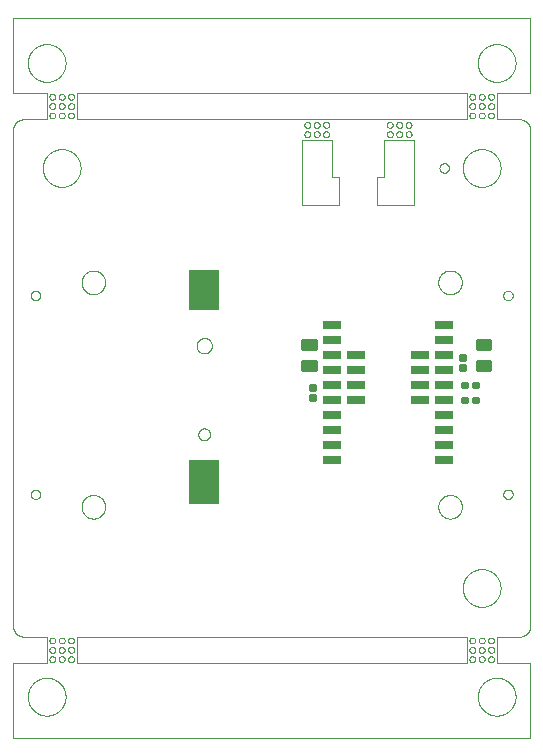
<source format=gbp>
G75*
%MOIN*%
%OFA0B0*%
%FSLAX25Y25*%
%IPPOS*%
%LPD*%
%AMOC8*
5,1,8,0,0,1.08239X$1,22.5*
%
%ADD10C,0.00000*%
%ADD11R,0.10236X0.14764*%
%ADD12R,0.10236X0.13780*%
%ADD13R,0.06004X0.02559*%
%ADD14R,0.06000X0.03000*%
%ADD15C,0.01250*%
%ADD16C,0.01000*%
D10*
X0003000Y0001000D02*
X0175500Y0001000D01*
X0175500Y0026000D01*
X0164250Y0026000D01*
X0164250Y0034750D01*
X0171750Y0034750D01*
X0171870Y0034752D01*
X0171990Y0034758D01*
X0172110Y0034767D01*
X0172230Y0034781D01*
X0172348Y0034798D01*
X0172467Y0034819D01*
X0172584Y0034844D01*
X0172701Y0034873D01*
X0172817Y0034905D01*
X0172932Y0034941D01*
X0173045Y0034981D01*
X0173157Y0035024D01*
X0173268Y0035071D01*
X0173377Y0035121D01*
X0173485Y0035175D01*
X0173590Y0035233D01*
X0173694Y0035293D01*
X0173796Y0035357D01*
X0173895Y0035424D01*
X0173993Y0035495D01*
X0174088Y0035568D01*
X0174181Y0035645D01*
X0174271Y0035724D01*
X0174359Y0035806D01*
X0174444Y0035891D01*
X0174526Y0035979D01*
X0174605Y0036069D01*
X0174682Y0036162D01*
X0174755Y0036257D01*
X0174826Y0036355D01*
X0174893Y0036454D01*
X0174957Y0036556D01*
X0175017Y0036660D01*
X0175075Y0036765D01*
X0175129Y0036873D01*
X0175179Y0036982D01*
X0175226Y0037093D01*
X0175269Y0037205D01*
X0175309Y0037318D01*
X0175345Y0037433D01*
X0175377Y0037549D01*
X0175406Y0037666D01*
X0175431Y0037783D01*
X0175452Y0037902D01*
X0175469Y0038020D01*
X0175483Y0038140D01*
X0175492Y0038260D01*
X0175498Y0038380D01*
X0175500Y0038500D01*
X0175500Y0203500D01*
X0175498Y0203620D01*
X0175492Y0203740D01*
X0175483Y0203860D01*
X0175469Y0203980D01*
X0175452Y0204098D01*
X0175431Y0204217D01*
X0175406Y0204334D01*
X0175377Y0204451D01*
X0175345Y0204567D01*
X0175309Y0204682D01*
X0175269Y0204795D01*
X0175226Y0204907D01*
X0175179Y0205018D01*
X0175129Y0205127D01*
X0175075Y0205235D01*
X0175017Y0205340D01*
X0174957Y0205444D01*
X0174893Y0205546D01*
X0174826Y0205645D01*
X0174755Y0205743D01*
X0174682Y0205838D01*
X0174605Y0205931D01*
X0174526Y0206021D01*
X0174444Y0206109D01*
X0174359Y0206194D01*
X0174271Y0206276D01*
X0174181Y0206355D01*
X0174088Y0206432D01*
X0173993Y0206505D01*
X0173895Y0206576D01*
X0173796Y0206643D01*
X0173694Y0206707D01*
X0173590Y0206767D01*
X0173485Y0206825D01*
X0173377Y0206879D01*
X0173268Y0206929D01*
X0173157Y0206976D01*
X0173045Y0207019D01*
X0172932Y0207059D01*
X0172817Y0207095D01*
X0172701Y0207127D01*
X0172584Y0207156D01*
X0172467Y0207181D01*
X0172348Y0207202D01*
X0172230Y0207219D01*
X0172110Y0207233D01*
X0171990Y0207242D01*
X0171870Y0207248D01*
X0171750Y0207250D01*
X0164250Y0207250D01*
X0164250Y0216000D01*
X0175500Y0216000D01*
X0175500Y0241000D01*
X0003000Y0241000D01*
X0003000Y0216000D01*
X0014250Y0216000D01*
X0014250Y0207250D01*
X0006750Y0207250D01*
X0006630Y0207248D01*
X0006510Y0207242D01*
X0006390Y0207233D01*
X0006270Y0207219D01*
X0006152Y0207202D01*
X0006033Y0207181D01*
X0005916Y0207156D01*
X0005799Y0207127D01*
X0005683Y0207095D01*
X0005568Y0207059D01*
X0005455Y0207019D01*
X0005343Y0206976D01*
X0005232Y0206929D01*
X0005123Y0206879D01*
X0005015Y0206825D01*
X0004910Y0206767D01*
X0004806Y0206707D01*
X0004704Y0206643D01*
X0004605Y0206576D01*
X0004507Y0206505D01*
X0004412Y0206432D01*
X0004319Y0206355D01*
X0004229Y0206276D01*
X0004141Y0206194D01*
X0004056Y0206109D01*
X0003974Y0206021D01*
X0003895Y0205931D01*
X0003818Y0205838D01*
X0003745Y0205743D01*
X0003674Y0205645D01*
X0003607Y0205546D01*
X0003543Y0205444D01*
X0003483Y0205340D01*
X0003425Y0205235D01*
X0003371Y0205127D01*
X0003321Y0205018D01*
X0003274Y0204907D01*
X0003231Y0204795D01*
X0003191Y0204682D01*
X0003155Y0204567D01*
X0003123Y0204451D01*
X0003094Y0204334D01*
X0003069Y0204217D01*
X0003048Y0204098D01*
X0003031Y0203980D01*
X0003017Y0203860D01*
X0003008Y0203740D01*
X0003002Y0203620D01*
X0003000Y0203500D01*
X0003000Y0038500D01*
X0003002Y0038380D01*
X0003008Y0038260D01*
X0003017Y0038140D01*
X0003031Y0038020D01*
X0003048Y0037902D01*
X0003069Y0037783D01*
X0003094Y0037666D01*
X0003123Y0037549D01*
X0003155Y0037433D01*
X0003191Y0037318D01*
X0003231Y0037205D01*
X0003274Y0037093D01*
X0003321Y0036982D01*
X0003371Y0036873D01*
X0003425Y0036765D01*
X0003483Y0036660D01*
X0003543Y0036556D01*
X0003607Y0036454D01*
X0003674Y0036355D01*
X0003745Y0036257D01*
X0003818Y0036162D01*
X0003895Y0036069D01*
X0003974Y0035979D01*
X0004056Y0035891D01*
X0004141Y0035806D01*
X0004229Y0035724D01*
X0004319Y0035645D01*
X0004412Y0035568D01*
X0004507Y0035495D01*
X0004605Y0035424D01*
X0004704Y0035357D01*
X0004806Y0035293D01*
X0004910Y0035233D01*
X0005015Y0035175D01*
X0005123Y0035121D01*
X0005232Y0035071D01*
X0005343Y0035024D01*
X0005455Y0034981D01*
X0005568Y0034941D01*
X0005683Y0034905D01*
X0005799Y0034873D01*
X0005916Y0034844D01*
X0006033Y0034819D01*
X0006152Y0034798D01*
X0006270Y0034781D01*
X0006390Y0034767D01*
X0006510Y0034758D01*
X0006630Y0034752D01*
X0006750Y0034750D01*
X0014250Y0034750D01*
X0014250Y0026000D01*
X0003000Y0026000D01*
X0003000Y0001000D01*
X0007951Y0014750D02*
X0007953Y0014908D01*
X0007959Y0015066D01*
X0007969Y0015224D01*
X0007983Y0015382D01*
X0008001Y0015539D01*
X0008022Y0015696D01*
X0008048Y0015852D01*
X0008078Y0016008D01*
X0008111Y0016163D01*
X0008149Y0016316D01*
X0008190Y0016469D01*
X0008235Y0016621D01*
X0008284Y0016772D01*
X0008337Y0016921D01*
X0008393Y0017069D01*
X0008453Y0017215D01*
X0008517Y0017360D01*
X0008585Y0017503D01*
X0008656Y0017645D01*
X0008730Y0017785D01*
X0008808Y0017922D01*
X0008890Y0018058D01*
X0008974Y0018192D01*
X0009063Y0018323D01*
X0009154Y0018452D01*
X0009249Y0018579D01*
X0009346Y0018704D01*
X0009447Y0018826D01*
X0009551Y0018945D01*
X0009658Y0019062D01*
X0009768Y0019176D01*
X0009881Y0019287D01*
X0009996Y0019396D01*
X0010114Y0019501D01*
X0010235Y0019603D01*
X0010358Y0019703D01*
X0010484Y0019799D01*
X0010612Y0019892D01*
X0010742Y0019982D01*
X0010875Y0020068D01*
X0011010Y0020152D01*
X0011146Y0020231D01*
X0011285Y0020308D01*
X0011426Y0020380D01*
X0011568Y0020450D01*
X0011712Y0020515D01*
X0011858Y0020577D01*
X0012005Y0020635D01*
X0012154Y0020690D01*
X0012304Y0020741D01*
X0012455Y0020788D01*
X0012607Y0020831D01*
X0012760Y0020870D01*
X0012915Y0020906D01*
X0013070Y0020937D01*
X0013226Y0020965D01*
X0013382Y0020989D01*
X0013539Y0021009D01*
X0013697Y0021025D01*
X0013854Y0021037D01*
X0014013Y0021045D01*
X0014171Y0021049D01*
X0014329Y0021049D01*
X0014487Y0021045D01*
X0014646Y0021037D01*
X0014803Y0021025D01*
X0014961Y0021009D01*
X0015118Y0020989D01*
X0015274Y0020965D01*
X0015430Y0020937D01*
X0015585Y0020906D01*
X0015740Y0020870D01*
X0015893Y0020831D01*
X0016045Y0020788D01*
X0016196Y0020741D01*
X0016346Y0020690D01*
X0016495Y0020635D01*
X0016642Y0020577D01*
X0016788Y0020515D01*
X0016932Y0020450D01*
X0017074Y0020380D01*
X0017215Y0020308D01*
X0017354Y0020231D01*
X0017490Y0020152D01*
X0017625Y0020068D01*
X0017758Y0019982D01*
X0017888Y0019892D01*
X0018016Y0019799D01*
X0018142Y0019703D01*
X0018265Y0019603D01*
X0018386Y0019501D01*
X0018504Y0019396D01*
X0018619Y0019287D01*
X0018732Y0019176D01*
X0018842Y0019062D01*
X0018949Y0018945D01*
X0019053Y0018826D01*
X0019154Y0018704D01*
X0019251Y0018579D01*
X0019346Y0018452D01*
X0019437Y0018323D01*
X0019526Y0018192D01*
X0019610Y0018058D01*
X0019692Y0017922D01*
X0019770Y0017785D01*
X0019844Y0017645D01*
X0019915Y0017503D01*
X0019983Y0017360D01*
X0020047Y0017215D01*
X0020107Y0017069D01*
X0020163Y0016921D01*
X0020216Y0016772D01*
X0020265Y0016621D01*
X0020310Y0016469D01*
X0020351Y0016316D01*
X0020389Y0016163D01*
X0020422Y0016008D01*
X0020452Y0015852D01*
X0020478Y0015696D01*
X0020499Y0015539D01*
X0020517Y0015382D01*
X0020531Y0015224D01*
X0020541Y0015066D01*
X0020547Y0014908D01*
X0020549Y0014750D01*
X0020547Y0014592D01*
X0020541Y0014434D01*
X0020531Y0014276D01*
X0020517Y0014118D01*
X0020499Y0013961D01*
X0020478Y0013804D01*
X0020452Y0013648D01*
X0020422Y0013492D01*
X0020389Y0013337D01*
X0020351Y0013184D01*
X0020310Y0013031D01*
X0020265Y0012879D01*
X0020216Y0012728D01*
X0020163Y0012579D01*
X0020107Y0012431D01*
X0020047Y0012285D01*
X0019983Y0012140D01*
X0019915Y0011997D01*
X0019844Y0011855D01*
X0019770Y0011715D01*
X0019692Y0011578D01*
X0019610Y0011442D01*
X0019526Y0011308D01*
X0019437Y0011177D01*
X0019346Y0011048D01*
X0019251Y0010921D01*
X0019154Y0010796D01*
X0019053Y0010674D01*
X0018949Y0010555D01*
X0018842Y0010438D01*
X0018732Y0010324D01*
X0018619Y0010213D01*
X0018504Y0010104D01*
X0018386Y0009999D01*
X0018265Y0009897D01*
X0018142Y0009797D01*
X0018016Y0009701D01*
X0017888Y0009608D01*
X0017758Y0009518D01*
X0017625Y0009432D01*
X0017490Y0009348D01*
X0017354Y0009269D01*
X0017215Y0009192D01*
X0017074Y0009120D01*
X0016932Y0009050D01*
X0016788Y0008985D01*
X0016642Y0008923D01*
X0016495Y0008865D01*
X0016346Y0008810D01*
X0016196Y0008759D01*
X0016045Y0008712D01*
X0015893Y0008669D01*
X0015740Y0008630D01*
X0015585Y0008594D01*
X0015430Y0008563D01*
X0015274Y0008535D01*
X0015118Y0008511D01*
X0014961Y0008491D01*
X0014803Y0008475D01*
X0014646Y0008463D01*
X0014487Y0008455D01*
X0014329Y0008451D01*
X0014171Y0008451D01*
X0014013Y0008455D01*
X0013854Y0008463D01*
X0013697Y0008475D01*
X0013539Y0008491D01*
X0013382Y0008511D01*
X0013226Y0008535D01*
X0013070Y0008563D01*
X0012915Y0008594D01*
X0012760Y0008630D01*
X0012607Y0008669D01*
X0012455Y0008712D01*
X0012304Y0008759D01*
X0012154Y0008810D01*
X0012005Y0008865D01*
X0011858Y0008923D01*
X0011712Y0008985D01*
X0011568Y0009050D01*
X0011426Y0009120D01*
X0011285Y0009192D01*
X0011146Y0009269D01*
X0011010Y0009348D01*
X0010875Y0009432D01*
X0010742Y0009518D01*
X0010612Y0009608D01*
X0010484Y0009701D01*
X0010358Y0009797D01*
X0010235Y0009897D01*
X0010114Y0009999D01*
X0009996Y0010104D01*
X0009881Y0010213D01*
X0009768Y0010324D01*
X0009658Y0010438D01*
X0009551Y0010555D01*
X0009447Y0010674D01*
X0009346Y0010796D01*
X0009249Y0010921D01*
X0009154Y0011048D01*
X0009063Y0011177D01*
X0008974Y0011308D01*
X0008890Y0011442D01*
X0008808Y0011578D01*
X0008730Y0011715D01*
X0008656Y0011855D01*
X0008585Y0011997D01*
X0008517Y0012140D01*
X0008453Y0012285D01*
X0008393Y0012431D01*
X0008337Y0012579D01*
X0008284Y0012728D01*
X0008235Y0012879D01*
X0008190Y0013031D01*
X0008149Y0013184D01*
X0008111Y0013337D01*
X0008078Y0013492D01*
X0008048Y0013648D01*
X0008022Y0013804D01*
X0008001Y0013961D01*
X0007983Y0014118D01*
X0007969Y0014276D01*
X0007959Y0014434D01*
X0007953Y0014592D01*
X0007951Y0014750D01*
X0015141Y0027250D02*
X0015143Y0027312D01*
X0015149Y0027375D01*
X0015159Y0027436D01*
X0015173Y0027497D01*
X0015190Y0027557D01*
X0015211Y0027616D01*
X0015237Y0027673D01*
X0015265Y0027728D01*
X0015297Y0027782D01*
X0015333Y0027833D01*
X0015371Y0027883D01*
X0015413Y0027929D01*
X0015457Y0027973D01*
X0015505Y0028014D01*
X0015554Y0028052D01*
X0015606Y0028086D01*
X0015660Y0028117D01*
X0015716Y0028145D01*
X0015774Y0028169D01*
X0015833Y0028190D01*
X0015893Y0028206D01*
X0015954Y0028219D01*
X0016016Y0028228D01*
X0016078Y0028233D01*
X0016141Y0028234D01*
X0016203Y0028231D01*
X0016265Y0028224D01*
X0016327Y0028213D01*
X0016387Y0028198D01*
X0016447Y0028180D01*
X0016505Y0028158D01*
X0016562Y0028132D01*
X0016617Y0028102D01*
X0016670Y0028069D01*
X0016721Y0028033D01*
X0016769Y0027994D01*
X0016815Y0027951D01*
X0016858Y0027906D01*
X0016898Y0027858D01*
X0016935Y0027808D01*
X0016969Y0027755D01*
X0017000Y0027701D01*
X0017026Y0027645D01*
X0017050Y0027587D01*
X0017069Y0027527D01*
X0017085Y0027467D01*
X0017097Y0027405D01*
X0017105Y0027344D01*
X0017109Y0027281D01*
X0017109Y0027219D01*
X0017105Y0027156D01*
X0017097Y0027095D01*
X0017085Y0027033D01*
X0017069Y0026973D01*
X0017050Y0026913D01*
X0017026Y0026855D01*
X0017000Y0026799D01*
X0016969Y0026745D01*
X0016935Y0026692D01*
X0016898Y0026642D01*
X0016858Y0026594D01*
X0016815Y0026549D01*
X0016769Y0026506D01*
X0016721Y0026467D01*
X0016670Y0026431D01*
X0016617Y0026398D01*
X0016562Y0026368D01*
X0016505Y0026342D01*
X0016447Y0026320D01*
X0016387Y0026302D01*
X0016327Y0026287D01*
X0016265Y0026276D01*
X0016203Y0026269D01*
X0016141Y0026266D01*
X0016078Y0026267D01*
X0016016Y0026272D01*
X0015954Y0026281D01*
X0015893Y0026294D01*
X0015833Y0026310D01*
X0015774Y0026331D01*
X0015716Y0026355D01*
X0015660Y0026383D01*
X0015606Y0026414D01*
X0015554Y0026448D01*
X0015505Y0026486D01*
X0015457Y0026527D01*
X0015413Y0026571D01*
X0015371Y0026617D01*
X0015333Y0026667D01*
X0015297Y0026718D01*
X0015265Y0026772D01*
X0015237Y0026827D01*
X0015211Y0026884D01*
X0015190Y0026943D01*
X0015173Y0027003D01*
X0015159Y0027064D01*
X0015149Y0027125D01*
X0015143Y0027188D01*
X0015141Y0027250D01*
X0015141Y0030375D02*
X0015143Y0030437D01*
X0015149Y0030500D01*
X0015159Y0030561D01*
X0015173Y0030622D01*
X0015190Y0030682D01*
X0015211Y0030741D01*
X0015237Y0030798D01*
X0015265Y0030853D01*
X0015297Y0030907D01*
X0015333Y0030958D01*
X0015371Y0031008D01*
X0015413Y0031054D01*
X0015457Y0031098D01*
X0015505Y0031139D01*
X0015554Y0031177D01*
X0015606Y0031211D01*
X0015660Y0031242D01*
X0015716Y0031270D01*
X0015774Y0031294D01*
X0015833Y0031315D01*
X0015893Y0031331D01*
X0015954Y0031344D01*
X0016016Y0031353D01*
X0016078Y0031358D01*
X0016141Y0031359D01*
X0016203Y0031356D01*
X0016265Y0031349D01*
X0016327Y0031338D01*
X0016387Y0031323D01*
X0016447Y0031305D01*
X0016505Y0031283D01*
X0016562Y0031257D01*
X0016617Y0031227D01*
X0016670Y0031194D01*
X0016721Y0031158D01*
X0016769Y0031119D01*
X0016815Y0031076D01*
X0016858Y0031031D01*
X0016898Y0030983D01*
X0016935Y0030933D01*
X0016969Y0030880D01*
X0017000Y0030826D01*
X0017026Y0030770D01*
X0017050Y0030712D01*
X0017069Y0030652D01*
X0017085Y0030592D01*
X0017097Y0030530D01*
X0017105Y0030469D01*
X0017109Y0030406D01*
X0017109Y0030344D01*
X0017105Y0030281D01*
X0017097Y0030220D01*
X0017085Y0030158D01*
X0017069Y0030098D01*
X0017050Y0030038D01*
X0017026Y0029980D01*
X0017000Y0029924D01*
X0016969Y0029870D01*
X0016935Y0029817D01*
X0016898Y0029767D01*
X0016858Y0029719D01*
X0016815Y0029674D01*
X0016769Y0029631D01*
X0016721Y0029592D01*
X0016670Y0029556D01*
X0016617Y0029523D01*
X0016562Y0029493D01*
X0016505Y0029467D01*
X0016447Y0029445D01*
X0016387Y0029427D01*
X0016327Y0029412D01*
X0016265Y0029401D01*
X0016203Y0029394D01*
X0016141Y0029391D01*
X0016078Y0029392D01*
X0016016Y0029397D01*
X0015954Y0029406D01*
X0015893Y0029419D01*
X0015833Y0029435D01*
X0015774Y0029456D01*
X0015716Y0029480D01*
X0015660Y0029508D01*
X0015606Y0029539D01*
X0015554Y0029573D01*
X0015505Y0029611D01*
X0015457Y0029652D01*
X0015413Y0029696D01*
X0015371Y0029742D01*
X0015333Y0029792D01*
X0015297Y0029843D01*
X0015265Y0029897D01*
X0015237Y0029952D01*
X0015211Y0030009D01*
X0015190Y0030068D01*
X0015173Y0030128D01*
X0015159Y0030189D01*
X0015149Y0030250D01*
X0015143Y0030313D01*
X0015141Y0030375D01*
X0015141Y0033500D02*
X0015143Y0033562D01*
X0015149Y0033625D01*
X0015159Y0033686D01*
X0015173Y0033747D01*
X0015190Y0033807D01*
X0015211Y0033866D01*
X0015237Y0033923D01*
X0015265Y0033978D01*
X0015297Y0034032D01*
X0015333Y0034083D01*
X0015371Y0034133D01*
X0015413Y0034179D01*
X0015457Y0034223D01*
X0015505Y0034264D01*
X0015554Y0034302D01*
X0015606Y0034336D01*
X0015660Y0034367D01*
X0015716Y0034395D01*
X0015774Y0034419D01*
X0015833Y0034440D01*
X0015893Y0034456D01*
X0015954Y0034469D01*
X0016016Y0034478D01*
X0016078Y0034483D01*
X0016141Y0034484D01*
X0016203Y0034481D01*
X0016265Y0034474D01*
X0016327Y0034463D01*
X0016387Y0034448D01*
X0016447Y0034430D01*
X0016505Y0034408D01*
X0016562Y0034382D01*
X0016617Y0034352D01*
X0016670Y0034319D01*
X0016721Y0034283D01*
X0016769Y0034244D01*
X0016815Y0034201D01*
X0016858Y0034156D01*
X0016898Y0034108D01*
X0016935Y0034058D01*
X0016969Y0034005D01*
X0017000Y0033951D01*
X0017026Y0033895D01*
X0017050Y0033837D01*
X0017069Y0033777D01*
X0017085Y0033717D01*
X0017097Y0033655D01*
X0017105Y0033594D01*
X0017109Y0033531D01*
X0017109Y0033469D01*
X0017105Y0033406D01*
X0017097Y0033345D01*
X0017085Y0033283D01*
X0017069Y0033223D01*
X0017050Y0033163D01*
X0017026Y0033105D01*
X0017000Y0033049D01*
X0016969Y0032995D01*
X0016935Y0032942D01*
X0016898Y0032892D01*
X0016858Y0032844D01*
X0016815Y0032799D01*
X0016769Y0032756D01*
X0016721Y0032717D01*
X0016670Y0032681D01*
X0016617Y0032648D01*
X0016562Y0032618D01*
X0016505Y0032592D01*
X0016447Y0032570D01*
X0016387Y0032552D01*
X0016327Y0032537D01*
X0016265Y0032526D01*
X0016203Y0032519D01*
X0016141Y0032516D01*
X0016078Y0032517D01*
X0016016Y0032522D01*
X0015954Y0032531D01*
X0015893Y0032544D01*
X0015833Y0032560D01*
X0015774Y0032581D01*
X0015716Y0032605D01*
X0015660Y0032633D01*
X0015606Y0032664D01*
X0015554Y0032698D01*
X0015505Y0032736D01*
X0015457Y0032777D01*
X0015413Y0032821D01*
X0015371Y0032867D01*
X0015333Y0032917D01*
X0015297Y0032968D01*
X0015265Y0033022D01*
X0015237Y0033077D01*
X0015211Y0033134D01*
X0015190Y0033193D01*
X0015173Y0033253D01*
X0015159Y0033314D01*
X0015149Y0033375D01*
X0015143Y0033438D01*
X0015141Y0033500D01*
X0018266Y0033500D02*
X0018268Y0033562D01*
X0018274Y0033625D01*
X0018284Y0033686D01*
X0018298Y0033747D01*
X0018315Y0033807D01*
X0018336Y0033866D01*
X0018362Y0033923D01*
X0018390Y0033978D01*
X0018422Y0034032D01*
X0018458Y0034083D01*
X0018496Y0034133D01*
X0018538Y0034179D01*
X0018582Y0034223D01*
X0018630Y0034264D01*
X0018679Y0034302D01*
X0018731Y0034336D01*
X0018785Y0034367D01*
X0018841Y0034395D01*
X0018899Y0034419D01*
X0018958Y0034440D01*
X0019018Y0034456D01*
X0019079Y0034469D01*
X0019141Y0034478D01*
X0019203Y0034483D01*
X0019266Y0034484D01*
X0019328Y0034481D01*
X0019390Y0034474D01*
X0019452Y0034463D01*
X0019512Y0034448D01*
X0019572Y0034430D01*
X0019630Y0034408D01*
X0019687Y0034382D01*
X0019742Y0034352D01*
X0019795Y0034319D01*
X0019846Y0034283D01*
X0019894Y0034244D01*
X0019940Y0034201D01*
X0019983Y0034156D01*
X0020023Y0034108D01*
X0020060Y0034058D01*
X0020094Y0034005D01*
X0020125Y0033951D01*
X0020151Y0033895D01*
X0020175Y0033837D01*
X0020194Y0033777D01*
X0020210Y0033717D01*
X0020222Y0033655D01*
X0020230Y0033594D01*
X0020234Y0033531D01*
X0020234Y0033469D01*
X0020230Y0033406D01*
X0020222Y0033345D01*
X0020210Y0033283D01*
X0020194Y0033223D01*
X0020175Y0033163D01*
X0020151Y0033105D01*
X0020125Y0033049D01*
X0020094Y0032995D01*
X0020060Y0032942D01*
X0020023Y0032892D01*
X0019983Y0032844D01*
X0019940Y0032799D01*
X0019894Y0032756D01*
X0019846Y0032717D01*
X0019795Y0032681D01*
X0019742Y0032648D01*
X0019687Y0032618D01*
X0019630Y0032592D01*
X0019572Y0032570D01*
X0019512Y0032552D01*
X0019452Y0032537D01*
X0019390Y0032526D01*
X0019328Y0032519D01*
X0019266Y0032516D01*
X0019203Y0032517D01*
X0019141Y0032522D01*
X0019079Y0032531D01*
X0019018Y0032544D01*
X0018958Y0032560D01*
X0018899Y0032581D01*
X0018841Y0032605D01*
X0018785Y0032633D01*
X0018731Y0032664D01*
X0018679Y0032698D01*
X0018630Y0032736D01*
X0018582Y0032777D01*
X0018538Y0032821D01*
X0018496Y0032867D01*
X0018458Y0032917D01*
X0018422Y0032968D01*
X0018390Y0033022D01*
X0018362Y0033077D01*
X0018336Y0033134D01*
X0018315Y0033193D01*
X0018298Y0033253D01*
X0018284Y0033314D01*
X0018274Y0033375D01*
X0018268Y0033438D01*
X0018266Y0033500D01*
X0018266Y0030375D02*
X0018268Y0030437D01*
X0018274Y0030500D01*
X0018284Y0030561D01*
X0018298Y0030622D01*
X0018315Y0030682D01*
X0018336Y0030741D01*
X0018362Y0030798D01*
X0018390Y0030853D01*
X0018422Y0030907D01*
X0018458Y0030958D01*
X0018496Y0031008D01*
X0018538Y0031054D01*
X0018582Y0031098D01*
X0018630Y0031139D01*
X0018679Y0031177D01*
X0018731Y0031211D01*
X0018785Y0031242D01*
X0018841Y0031270D01*
X0018899Y0031294D01*
X0018958Y0031315D01*
X0019018Y0031331D01*
X0019079Y0031344D01*
X0019141Y0031353D01*
X0019203Y0031358D01*
X0019266Y0031359D01*
X0019328Y0031356D01*
X0019390Y0031349D01*
X0019452Y0031338D01*
X0019512Y0031323D01*
X0019572Y0031305D01*
X0019630Y0031283D01*
X0019687Y0031257D01*
X0019742Y0031227D01*
X0019795Y0031194D01*
X0019846Y0031158D01*
X0019894Y0031119D01*
X0019940Y0031076D01*
X0019983Y0031031D01*
X0020023Y0030983D01*
X0020060Y0030933D01*
X0020094Y0030880D01*
X0020125Y0030826D01*
X0020151Y0030770D01*
X0020175Y0030712D01*
X0020194Y0030652D01*
X0020210Y0030592D01*
X0020222Y0030530D01*
X0020230Y0030469D01*
X0020234Y0030406D01*
X0020234Y0030344D01*
X0020230Y0030281D01*
X0020222Y0030220D01*
X0020210Y0030158D01*
X0020194Y0030098D01*
X0020175Y0030038D01*
X0020151Y0029980D01*
X0020125Y0029924D01*
X0020094Y0029870D01*
X0020060Y0029817D01*
X0020023Y0029767D01*
X0019983Y0029719D01*
X0019940Y0029674D01*
X0019894Y0029631D01*
X0019846Y0029592D01*
X0019795Y0029556D01*
X0019742Y0029523D01*
X0019687Y0029493D01*
X0019630Y0029467D01*
X0019572Y0029445D01*
X0019512Y0029427D01*
X0019452Y0029412D01*
X0019390Y0029401D01*
X0019328Y0029394D01*
X0019266Y0029391D01*
X0019203Y0029392D01*
X0019141Y0029397D01*
X0019079Y0029406D01*
X0019018Y0029419D01*
X0018958Y0029435D01*
X0018899Y0029456D01*
X0018841Y0029480D01*
X0018785Y0029508D01*
X0018731Y0029539D01*
X0018679Y0029573D01*
X0018630Y0029611D01*
X0018582Y0029652D01*
X0018538Y0029696D01*
X0018496Y0029742D01*
X0018458Y0029792D01*
X0018422Y0029843D01*
X0018390Y0029897D01*
X0018362Y0029952D01*
X0018336Y0030009D01*
X0018315Y0030068D01*
X0018298Y0030128D01*
X0018284Y0030189D01*
X0018274Y0030250D01*
X0018268Y0030313D01*
X0018266Y0030375D01*
X0018266Y0027250D02*
X0018268Y0027312D01*
X0018274Y0027375D01*
X0018284Y0027436D01*
X0018298Y0027497D01*
X0018315Y0027557D01*
X0018336Y0027616D01*
X0018362Y0027673D01*
X0018390Y0027728D01*
X0018422Y0027782D01*
X0018458Y0027833D01*
X0018496Y0027883D01*
X0018538Y0027929D01*
X0018582Y0027973D01*
X0018630Y0028014D01*
X0018679Y0028052D01*
X0018731Y0028086D01*
X0018785Y0028117D01*
X0018841Y0028145D01*
X0018899Y0028169D01*
X0018958Y0028190D01*
X0019018Y0028206D01*
X0019079Y0028219D01*
X0019141Y0028228D01*
X0019203Y0028233D01*
X0019266Y0028234D01*
X0019328Y0028231D01*
X0019390Y0028224D01*
X0019452Y0028213D01*
X0019512Y0028198D01*
X0019572Y0028180D01*
X0019630Y0028158D01*
X0019687Y0028132D01*
X0019742Y0028102D01*
X0019795Y0028069D01*
X0019846Y0028033D01*
X0019894Y0027994D01*
X0019940Y0027951D01*
X0019983Y0027906D01*
X0020023Y0027858D01*
X0020060Y0027808D01*
X0020094Y0027755D01*
X0020125Y0027701D01*
X0020151Y0027645D01*
X0020175Y0027587D01*
X0020194Y0027527D01*
X0020210Y0027467D01*
X0020222Y0027405D01*
X0020230Y0027344D01*
X0020234Y0027281D01*
X0020234Y0027219D01*
X0020230Y0027156D01*
X0020222Y0027095D01*
X0020210Y0027033D01*
X0020194Y0026973D01*
X0020175Y0026913D01*
X0020151Y0026855D01*
X0020125Y0026799D01*
X0020094Y0026745D01*
X0020060Y0026692D01*
X0020023Y0026642D01*
X0019983Y0026594D01*
X0019940Y0026549D01*
X0019894Y0026506D01*
X0019846Y0026467D01*
X0019795Y0026431D01*
X0019742Y0026398D01*
X0019687Y0026368D01*
X0019630Y0026342D01*
X0019572Y0026320D01*
X0019512Y0026302D01*
X0019452Y0026287D01*
X0019390Y0026276D01*
X0019328Y0026269D01*
X0019266Y0026266D01*
X0019203Y0026267D01*
X0019141Y0026272D01*
X0019079Y0026281D01*
X0019018Y0026294D01*
X0018958Y0026310D01*
X0018899Y0026331D01*
X0018841Y0026355D01*
X0018785Y0026383D01*
X0018731Y0026414D01*
X0018679Y0026448D01*
X0018630Y0026486D01*
X0018582Y0026527D01*
X0018538Y0026571D01*
X0018496Y0026617D01*
X0018458Y0026667D01*
X0018422Y0026718D01*
X0018390Y0026772D01*
X0018362Y0026827D01*
X0018336Y0026884D01*
X0018315Y0026943D01*
X0018298Y0027003D01*
X0018284Y0027064D01*
X0018274Y0027125D01*
X0018268Y0027188D01*
X0018266Y0027250D01*
X0021391Y0027250D02*
X0021393Y0027312D01*
X0021399Y0027375D01*
X0021409Y0027436D01*
X0021423Y0027497D01*
X0021440Y0027557D01*
X0021461Y0027616D01*
X0021487Y0027673D01*
X0021515Y0027728D01*
X0021547Y0027782D01*
X0021583Y0027833D01*
X0021621Y0027883D01*
X0021663Y0027929D01*
X0021707Y0027973D01*
X0021755Y0028014D01*
X0021804Y0028052D01*
X0021856Y0028086D01*
X0021910Y0028117D01*
X0021966Y0028145D01*
X0022024Y0028169D01*
X0022083Y0028190D01*
X0022143Y0028206D01*
X0022204Y0028219D01*
X0022266Y0028228D01*
X0022328Y0028233D01*
X0022391Y0028234D01*
X0022453Y0028231D01*
X0022515Y0028224D01*
X0022577Y0028213D01*
X0022637Y0028198D01*
X0022697Y0028180D01*
X0022755Y0028158D01*
X0022812Y0028132D01*
X0022867Y0028102D01*
X0022920Y0028069D01*
X0022971Y0028033D01*
X0023019Y0027994D01*
X0023065Y0027951D01*
X0023108Y0027906D01*
X0023148Y0027858D01*
X0023185Y0027808D01*
X0023219Y0027755D01*
X0023250Y0027701D01*
X0023276Y0027645D01*
X0023300Y0027587D01*
X0023319Y0027527D01*
X0023335Y0027467D01*
X0023347Y0027405D01*
X0023355Y0027344D01*
X0023359Y0027281D01*
X0023359Y0027219D01*
X0023355Y0027156D01*
X0023347Y0027095D01*
X0023335Y0027033D01*
X0023319Y0026973D01*
X0023300Y0026913D01*
X0023276Y0026855D01*
X0023250Y0026799D01*
X0023219Y0026745D01*
X0023185Y0026692D01*
X0023148Y0026642D01*
X0023108Y0026594D01*
X0023065Y0026549D01*
X0023019Y0026506D01*
X0022971Y0026467D01*
X0022920Y0026431D01*
X0022867Y0026398D01*
X0022812Y0026368D01*
X0022755Y0026342D01*
X0022697Y0026320D01*
X0022637Y0026302D01*
X0022577Y0026287D01*
X0022515Y0026276D01*
X0022453Y0026269D01*
X0022391Y0026266D01*
X0022328Y0026267D01*
X0022266Y0026272D01*
X0022204Y0026281D01*
X0022143Y0026294D01*
X0022083Y0026310D01*
X0022024Y0026331D01*
X0021966Y0026355D01*
X0021910Y0026383D01*
X0021856Y0026414D01*
X0021804Y0026448D01*
X0021755Y0026486D01*
X0021707Y0026527D01*
X0021663Y0026571D01*
X0021621Y0026617D01*
X0021583Y0026667D01*
X0021547Y0026718D01*
X0021515Y0026772D01*
X0021487Y0026827D01*
X0021461Y0026884D01*
X0021440Y0026943D01*
X0021423Y0027003D01*
X0021409Y0027064D01*
X0021399Y0027125D01*
X0021393Y0027188D01*
X0021391Y0027250D01*
X0024250Y0026000D02*
X0154250Y0026000D01*
X0154250Y0034750D01*
X0024250Y0034750D01*
X0024250Y0026000D01*
X0021391Y0030375D02*
X0021393Y0030437D01*
X0021399Y0030500D01*
X0021409Y0030561D01*
X0021423Y0030622D01*
X0021440Y0030682D01*
X0021461Y0030741D01*
X0021487Y0030798D01*
X0021515Y0030853D01*
X0021547Y0030907D01*
X0021583Y0030958D01*
X0021621Y0031008D01*
X0021663Y0031054D01*
X0021707Y0031098D01*
X0021755Y0031139D01*
X0021804Y0031177D01*
X0021856Y0031211D01*
X0021910Y0031242D01*
X0021966Y0031270D01*
X0022024Y0031294D01*
X0022083Y0031315D01*
X0022143Y0031331D01*
X0022204Y0031344D01*
X0022266Y0031353D01*
X0022328Y0031358D01*
X0022391Y0031359D01*
X0022453Y0031356D01*
X0022515Y0031349D01*
X0022577Y0031338D01*
X0022637Y0031323D01*
X0022697Y0031305D01*
X0022755Y0031283D01*
X0022812Y0031257D01*
X0022867Y0031227D01*
X0022920Y0031194D01*
X0022971Y0031158D01*
X0023019Y0031119D01*
X0023065Y0031076D01*
X0023108Y0031031D01*
X0023148Y0030983D01*
X0023185Y0030933D01*
X0023219Y0030880D01*
X0023250Y0030826D01*
X0023276Y0030770D01*
X0023300Y0030712D01*
X0023319Y0030652D01*
X0023335Y0030592D01*
X0023347Y0030530D01*
X0023355Y0030469D01*
X0023359Y0030406D01*
X0023359Y0030344D01*
X0023355Y0030281D01*
X0023347Y0030220D01*
X0023335Y0030158D01*
X0023319Y0030098D01*
X0023300Y0030038D01*
X0023276Y0029980D01*
X0023250Y0029924D01*
X0023219Y0029870D01*
X0023185Y0029817D01*
X0023148Y0029767D01*
X0023108Y0029719D01*
X0023065Y0029674D01*
X0023019Y0029631D01*
X0022971Y0029592D01*
X0022920Y0029556D01*
X0022867Y0029523D01*
X0022812Y0029493D01*
X0022755Y0029467D01*
X0022697Y0029445D01*
X0022637Y0029427D01*
X0022577Y0029412D01*
X0022515Y0029401D01*
X0022453Y0029394D01*
X0022391Y0029391D01*
X0022328Y0029392D01*
X0022266Y0029397D01*
X0022204Y0029406D01*
X0022143Y0029419D01*
X0022083Y0029435D01*
X0022024Y0029456D01*
X0021966Y0029480D01*
X0021910Y0029508D01*
X0021856Y0029539D01*
X0021804Y0029573D01*
X0021755Y0029611D01*
X0021707Y0029652D01*
X0021663Y0029696D01*
X0021621Y0029742D01*
X0021583Y0029792D01*
X0021547Y0029843D01*
X0021515Y0029897D01*
X0021487Y0029952D01*
X0021461Y0030009D01*
X0021440Y0030068D01*
X0021423Y0030128D01*
X0021409Y0030189D01*
X0021399Y0030250D01*
X0021393Y0030313D01*
X0021391Y0030375D01*
X0021391Y0033500D02*
X0021393Y0033562D01*
X0021399Y0033625D01*
X0021409Y0033686D01*
X0021423Y0033747D01*
X0021440Y0033807D01*
X0021461Y0033866D01*
X0021487Y0033923D01*
X0021515Y0033978D01*
X0021547Y0034032D01*
X0021583Y0034083D01*
X0021621Y0034133D01*
X0021663Y0034179D01*
X0021707Y0034223D01*
X0021755Y0034264D01*
X0021804Y0034302D01*
X0021856Y0034336D01*
X0021910Y0034367D01*
X0021966Y0034395D01*
X0022024Y0034419D01*
X0022083Y0034440D01*
X0022143Y0034456D01*
X0022204Y0034469D01*
X0022266Y0034478D01*
X0022328Y0034483D01*
X0022391Y0034484D01*
X0022453Y0034481D01*
X0022515Y0034474D01*
X0022577Y0034463D01*
X0022637Y0034448D01*
X0022697Y0034430D01*
X0022755Y0034408D01*
X0022812Y0034382D01*
X0022867Y0034352D01*
X0022920Y0034319D01*
X0022971Y0034283D01*
X0023019Y0034244D01*
X0023065Y0034201D01*
X0023108Y0034156D01*
X0023148Y0034108D01*
X0023185Y0034058D01*
X0023219Y0034005D01*
X0023250Y0033951D01*
X0023276Y0033895D01*
X0023300Y0033837D01*
X0023319Y0033777D01*
X0023335Y0033717D01*
X0023347Y0033655D01*
X0023355Y0033594D01*
X0023359Y0033531D01*
X0023359Y0033469D01*
X0023355Y0033406D01*
X0023347Y0033345D01*
X0023335Y0033283D01*
X0023319Y0033223D01*
X0023300Y0033163D01*
X0023276Y0033105D01*
X0023250Y0033049D01*
X0023219Y0032995D01*
X0023185Y0032942D01*
X0023148Y0032892D01*
X0023108Y0032844D01*
X0023065Y0032799D01*
X0023019Y0032756D01*
X0022971Y0032717D01*
X0022920Y0032681D01*
X0022867Y0032648D01*
X0022812Y0032618D01*
X0022755Y0032592D01*
X0022697Y0032570D01*
X0022637Y0032552D01*
X0022577Y0032537D01*
X0022515Y0032526D01*
X0022453Y0032519D01*
X0022391Y0032516D01*
X0022328Y0032517D01*
X0022266Y0032522D01*
X0022204Y0032531D01*
X0022143Y0032544D01*
X0022083Y0032560D01*
X0022024Y0032581D01*
X0021966Y0032605D01*
X0021910Y0032633D01*
X0021856Y0032664D01*
X0021804Y0032698D01*
X0021755Y0032736D01*
X0021707Y0032777D01*
X0021663Y0032821D01*
X0021621Y0032867D01*
X0021583Y0032917D01*
X0021547Y0032968D01*
X0021515Y0033022D01*
X0021487Y0033077D01*
X0021461Y0033134D01*
X0021440Y0033193D01*
X0021423Y0033253D01*
X0021409Y0033314D01*
X0021399Y0033375D01*
X0021393Y0033438D01*
X0021391Y0033500D01*
X0025860Y0078070D02*
X0025862Y0078195D01*
X0025868Y0078320D01*
X0025878Y0078444D01*
X0025892Y0078568D01*
X0025909Y0078692D01*
X0025931Y0078815D01*
X0025957Y0078937D01*
X0025986Y0079059D01*
X0026019Y0079179D01*
X0026057Y0079298D01*
X0026097Y0079417D01*
X0026142Y0079533D01*
X0026190Y0079648D01*
X0026242Y0079762D01*
X0026298Y0079874D01*
X0026357Y0079984D01*
X0026419Y0080092D01*
X0026485Y0080199D01*
X0026554Y0080303D01*
X0026627Y0080404D01*
X0026702Y0080504D01*
X0026781Y0080601D01*
X0026863Y0080695D01*
X0026948Y0080787D01*
X0027035Y0080876D01*
X0027126Y0080962D01*
X0027219Y0081045D01*
X0027315Y0081126D01*
X0027413Y0081203D01*
X0027513Y0081277D01*
X0027616Y0081348D01*
X0027721Y0081415D01*
X0027829Y0081480D01*
X0027938Y0081540D01*
X0028049Y0081598D01*
X0028162Y0081651D01*
X0028276Y0081701D01*
X0028392Y0081748D01*
X0028509Y0081790D01*
X0028628Y0081829D01*
X0028748Y0081865D01*
X0028869Y0081896D01*
X0028991Y0081924D01*
X0029113Y0081947D01*
X0029237Y0081967D01*
X0029361Y0081983D01*
X0029485Y0081995D01*
X0029610Y0082003D01*
X0029735Y0082007D01*
X0029859Y0082007D01*
X0029984Y0082003D01*
X0030109Y0081995D01*
X0030233Y0081983D01*
X0030357Y0081967D01*
X0030481Y0081947D01*
X0030603Y0081924D01*
X0030725Y0081896D01*
X0030846Y0081865D01*
X0030966Y0081829D01*
X0031085Y0081790D01*
X0031202Y0081748D01*
X0031318Y0081701D01*
X0031432Y0081651D01*
X0031545Y0081598D01*
X0031656Y0081540D01*
X0031766Y0081480D01*
X0031873Y0081415D01*
X0031978Y0081348D01*
X0032081Y0081277D01*
X0032181Y0081203D01*
X0032279Y0081126D01*
X0032375Y0081045D01*
X0032468Y0080962D01*
X0032559Y0080876D01*
X0032646Y0080787D01*
X0032731Y0080695D01*
X0032813Y0080601D01*
X0032892Y0080504D01*
X0032967Y0080404D01*
X0033040Y0080303D01*
X0033109Y0080199D01*
X0033175Y0080092D01*
X0033237Y0079984D01*
X0033296Y0079874D01*
X0033352Y0079762D01*
X0033404Y0079648D01*
X0033452Y0079533D01*
X0033497Y0079417D01*
X0033537Y0079298D01*
X0033575Y0079179D01*
X0033608Y0079059D01*
X0033637Y0078937D01*
X0033663Y0078815D01*
X0033685Y0078692D01*
X0033702Y0078568D01*
X0033716Y0078444D01*
X0033726Y0078320D01*
X0033732Y0078195D01*
X0033734Y0078070D01*
X0033732Y0077945D01*
X0033726Y0077820D01*
X0033716Y0077696D01*
X0033702Y0077572D01*
X0033685Y0077448D01*
X0033663Y0077325D01*
X0033637Y0077203D01*
X0033608Y0077081D01*
X0033575Y0076961D01*
X0033537Y0076842D01*
X0033497Y0076723D01*
X0033452Y0076607D01*
X0033404Y0076492D01*
X0033352Y0076378D01*
X0033296Y0076266D01*
X0033237Y0076156D01*
X0033175Y0076048D01*
X0033109Y0075941D01*
X0033040Y0075837D01*
X0032967Y0075736D01*
X0032892Y0075636D01*
X0032813Y0075539D01*
X0032731Y0075445D01*
X0032646Y0075353D01*
X0032559Y0075264D01*
X0032468Y0075178D01*
X0032375Y0075095D01*
X0032279Y0075014D01*
X0032181Y0074937D01*
X0032081Y0074863D01*
X0031978Y0074792D01*
X0031873Y0074725D01*
X0031765Y0074660D01*
X0031656Y0074600D01*
X0031545Y0074542D01*
X0031432Y0074489D01*
X0031318Y0074439D01*
X0031202Y0074392D01*
X0031085Y0074350D01*
X0030966Y0074311D01*
X0030846Y0074275D01*
X0030725Y0074244D01*
X0030603Y0074216D01*
X0030481Y0074193D01*
X0030357Y0074173D01*
X0030233Y0074157D01*
X0030109Y0074145D01*
X0029984Y0074137D01*
X0029859Y0074133D01*
X0029735Y0074133D01*
X0029610Y0074137D01*
X0029485Y0074145D01*
X0029361Y0074157D01*
X0029237Y0074173D01*
X0029113Y0074193D01*
X0028991Y0074216D01*
X0028869Y0074244D01*
X0028748Y0074275D01*
X0028628Y0074311D01*
X0028509Y0074350D01*
X0028392Y0074392D01*
X0028276Y0074439D01*
X0028162Y0074489D01*
X0028049Y0074542D01*
X0027938Y0074600D01*
X0027828Y0074660D01*
X0027721Y0074725D01*
X0027616Y0074792D01*
X0027513Y0074863D01*
X0027413Y0074937D01*
X0027315Y0075014D01*
X0027219Y0075095D01*
X0027126Y0075178D01*
X0027035Y0075264D01*
X0026948Y0075353D01*
X0026863Y0075445D01*
X0026781Y0075539D01*
X0026702Y0075636D01*
X0026627Y0075736D01*
X0026554Y0075837D01*
X0026485Y0075941D01*
X0026419Y0076048D01*
X0026357Y0076156D01*
X0026298Y0076266D01*
X0026242Y0076378D01*
X0026190Y0076492D01*
X0026142Y0076607D01*
X0026097Y0076723D01*
X0026057Y0076842D01*
X0026019Y0076961D01*
X0025986Y0077081D01*
X0025957Y0077203D01*
X0025931Y0077325D01*
X0025909Y0077448D01*
X0025892Y0077572D01*
X0025878Y0077696D01*
X0025868Y0077820D01*
X0025862Y0077945D01*
X0025860Y0078070D01*
X0008925Y0082250D02*
X0008927Y0082329D01*
X0008933Y0082408D01*
X0008943Y0082487D01*
X0008957Y0082565D01*
X0008974Y0082642D01*
X0008996Y0082718D01*
X0009021Y0082793D01*
X0009051Y0082866D01*
X0009083Y0082938D01*
X0009120Y0083009D01*
X0009160Y0083077D01*
X0009203Y0083143D01*
X0009249Y0083207D01*
X0009299Y0083269D01*
X0009352Y0083328D01*
X0009407Y0083384D01*
X0009466Y0083438D01*
X0009527Y0083488D01*
X0009590Y0083536D01*
X0009656Y0083580D01*
X0009724Y0083621D01*
X0009794Y0083658D01*
X0009865Y0083692D01*
X0009939Y0083722D01*
X0010013Y0083748D01*
X0010089Y0083770D01*
X0010166Y0083789D01*
X0010244Y0083804D01*
X0010322Y0083815D01*
X0010401Y0083822D01*
X0010480Y0083825D01*
X0010559Y0083824D01*
X0010638Y0083819D01*
X0010717Y0083810D01*
X0010795Y0083797D01*
X0010872Y0083780D01*
X0010949Y0083760D01*
X0011024Y0083735D01*
X0011098Y0083707D01*
X0011171Y0083675D01*
X0011241Y0083640D01*
X0011310Y0083601D01*
X0011377Y0083558D01*
X0011442Y0083512D01*
X0011504Y0083464D01*
X0011564Y0083412D01*
X0011621Y0083357D01*
X0011675Y0083299D01*
X0011726Y0083239D01*
X0011774Y0083176D01*
X0011819Y0083111D01*
X0011861Y0083043D01*
X0011899Y0082974D01*
X0011933Y0082903D01*
X0011964Y0082830D01*
X0011992Y0082755D01*
X0012015Y0082680D01*
X0012035Y0082603D01*
X0012051Y0082526D01*
X0012063Y0082447D01*
X0012071Y0082369D01*
X0012075Y0082290D01*
X0012075Y0082210D01*
X0012071Y0082131D01*
X0012063Y0082053D01*
X0012051Y0081974D01*
X0012035Y0081897D01*
X0012015Y0081820D01*
X0011992Y0081745D01*
X0011964Y0081670D01*
X0011933Y0081597D01*
X0011899Y0081526D01*
X0011861Y0081457D01*
X0011819Y0081389D01*
X0011774Y0081324D01*
X0011726Y0081261D01*
X0011675Y0081201D01*
X0011621Y0081143D01*
X0011564Y0081088D01*
X0011504Y0081036D01*
X0011442Y0080988D01*
X0011377Y0080942D01*
X0011310Y0080899D01*
X0011241Y0080860D01*
X0011171Y0080825D01*
X0011098Y0080793D01*
X0011024Y0080765D01*
X0010949Y0080740D01*
X0010872Y0080720D01*
X0010795Y0080703D01*
X0010717Y0080690D01*
X0010638Y0080681D01*
X0010559Y0080676D01*
X0010480Y0080675D01*
X0010401Y0080678D01*
X0010322Y0080685D01*
X0010244Y0080696D01*
X0010166Y0080711D01*
X0010089Y0080730D01*
X0010013Y0080752D01*
X0009939Y0080778D01*
X0009865Y0080808D01*
X0009794Y0080842D01*
X0009724Y0080879D01*
X0009656Y0080920D01*
X0009590Y0080964D01*
X0009527Y0081012D01*
X0009466Y0081062D01*
X0009407Y0081116D01*
X0009352Y0081172D01*
X0009299Y0081231D01*
X0009249Y0081293D01*
X0009203Y0081357D01*
X0009160Y0081423D01*
X0009120Y0081491D01*
X0009083Y0081562D01*
X0009051Y0081634D01*
X0009021Y0081707D01*
X0008996Y0081782D01*
X0008974Y0081858D01*
X0008957Y0081935D01*
X0008943Y0082013D01*
X0008933Y0082092D01*
X0008927Y0082171D01*
X0008925Y0082250D01*
X0008925Y0148500D02*
X0008927Y0148579D01*
X0008933Y0148658D01*
X0008943Y0148737D01*
X0008957Y0148815D01*
X0008974Y0148892D01*
X0008996Y0148968D01*
X0009021Y0149043D01*
X0009051Y0149116D01*
X0009083Y0149188D01*
X0009120Y0149259D01*
X0009160Y0149327D01*
X0009203Y0149393D01*
X0009249Y0149457D01*
X0009299Y0149519D01*
X0009352Y0149578D01*
X0009407Y0149634D01*
X0009466Y0149688D01*
X0009527Y0149738D01*
X0009590Y0149786D01*
X0009656Y0149830D01*
X0009724Y0149871D01*
X0009794Y0149908D01*
X0009865Y0149942D01*
X0009939Y0149972D01*
X0010013Y0149998D01*
X0010089Y0150020D01*
X0010166Y0150039D01*
X0010244Y0150054D01*
X0010322Y0150065D01*
X0010401Y0150072D01*
X0010480Y0150075D01*
X0010559Y0150074D01*
X0010638Y0150069D01*
X0010717Y0150060D01*
X0010795Y0150047D01*
X0010872Y0150030D01*
X0010949Y0150010D01*
X0011024Y0149985D01*
X0011098Y0149957D01*
X0011171Y0149925D01*
X0011241Y0149890D01*
X0011310Y0149851D01*
X0011377Y0149808D01*
X0011442Y0149762D01*
X0011504Y0149714D01*
X0011564Y0149662D01*
X0011621Y0149607D01*
X0011675Y0149549D01*
X0011726Y0149489D01*
X0011774Y0149426D01*
X0011819Y0149361D01*
X0011861Y0149293D01*
X0011899Y0149224D01*
X0011933Y0149153D01*
X0011964Y0149080D01*
X0011992Y0149005D01*
X0012015Y0148930D01*
X0012035Y0148853D01*
X0012051Y0148776D01*
X0012063Y0148697D01*
X0012071Y0148619D01*
X0012075Y0148540D01*
X0012075Y0148460D01*
X0012071Y0148381D01*
X0012063Y0148303D01*
X0012051Y0148224D01*
X0012035Y0148147D01*
X0012015Y0148070D01*
X0011992Y0147995D01*
X0011964Y0147920D01*
X0011933Y0147847D01*
X0011899Y0147776D01*
X0011861Y0147707D01*
X0011819Y0147639D01*
X0011774Y0147574D01*
X0011726Y0147511D01*
X0011675Y0147451D01*
X0011621Y0147393D01*
X0011564Y0147338D01*
X0011504Y0147286D01*
X0011442Y0147238D01*
X0011377Y0147192D01*
X0011310Y0147149D01*
X0011241Y0147110D01*
X0011171Y0147075D01*
X0011098Y0147043D01*
X0011024Y0147015D01*
X0010949Y0146990D01*
X0010872Y0146970D01*
X0010795Y0146953D01*
X0010717Y0146940D01*
X0010638Y0146931D01*
X0010559Y0146926D01*
X0010480Y0146925D01*
X0010401Y0146928D01*
X0010322Y0146935D01*
X0010244Y0146946D01*
X0010166Y0146961D01*
X0010089Y0146980D01*
X0010013Y0147002D01*
X0009939Y0147028D01*
X0009865Y0147058D01*
X0009794Y0147092D01*
X0009724Y0147129D01*
X0009656Y0147170D01*
X0009590Y0147214D01*
X0009527Y0147262D01*
X0009466Y0147312D01*
X0009407Y0147366D01*
X0009352Y0147422D01*
X0009299Y0147481D01*
X0009249Y0147543D01*
X0009203Y0147607D01*
X0009160Y0147673D01*
X0009120Y0147741D01*
X0009083Y0147812D01*
X0009051Y0147884D01*
X0009021Y0147957D01*
X0008996Y0148032D01*
X0008974Y0148108D01*
X0008957Y0148185D01*
X0008943Y0148263D01*
X0008933Y0148342D01*
X0008927Y0148421D01*
X0008925Y0148500D01*
X0025860Y0152875D02*
X0025862Y0153000D01*
X0025868Y0153125D01*
X0025878Y0153249D01*
X0025892Y0153373D01*
X0025909Y0153497D01*
X0025931Y0153620D01*
X0025957Y0153742D01*
X0025986Y0153864D01*
X0026019Y0153984D01*
X0026057Y0154103D01*
X0026097Y0154222D01*
X0026142Y0154338D01*
X0026190Y0154453D01*
X0026242Y0154567D01*
X0026298Y0154679D01*
X0026357Y0154789D01*
X0026419Y0154897D01*
X0026485Y0155004D01*
X0026554Y0155108D01*
X0026627Y0155209D01*
X0026702Y0155309D01*
X0026781Y0155406D01*
X0026863Y0155500D01*
X0026948Y0155592D01*
X0027035Y0155681D01*
X0027126Y0155767D01*
X0027219Y0155850D01*
X0027315Y0155931D01*
X0027413Y0156008D01*
X0027513Y0156082D01*
X0027616Y0156153D01*
X0027721Y0156220D01*
X0027829Y0156285D01*
X0027938Y0156345D01*
X0028049Y0156403D01*
X0028162Y0156456D01*
X0028276Y0156506D01*
X0028392Y0156553D01*
X0028509Y0156595D01*
X0028628Y0156634D01*
X0028748Y0156670D01*
X0028869Y0156701D01*
X0028991Y0156729D01*
X0029113Y0156752D01*
X0029237Y0156772D01*
X0029361Y0156788D01*
X0029485Y0156800D01*
X0029610Y0156808D01*
X0029735Y0156812D01*
X0029859Y0156812D01*
X0029984Y0156808D01*
X0030109Y0156800D01*
X0030233Y0156788D01*
X0030357Y0156772D01*
X0030481Y0156752D01*
X0030603Y0156729D01*
X0030725Y0156701D01*
X0030846Y0156670D01*
X0030966Y0156634D01*
X0031085Y0156595D01*
X0031202Y0156553D01*
X0031318Y0156506D01*
X0031432Y0156456D01*
X0031545Y0156403D01*
X0031656Y0156345D01*
X0031766Y0156285D01*
X0031873Y0156220D01*
X0031978Y0156153D01*
X0032081Y0156082D01*
X0032181Y0156008D01*
X0032279Y0155931D01*
X0032375Y0155850D01*
X0032468Y0155767D01*
X0032559Y0155681D01*
X0032646Y0155592D01*
X0032731Y0155500D01*
X0032813Y0155406D01*
X0032892Y0155309D01*
X0032967Y0155209D01*
X0033040Y0155108D01*
X0033109Y0155004D01*
X0033175Y0154897D01*
X0033237Y0154789D01*
X0033296Y0154679D01*
X0033352Y0154567D01*
X0033404Y0154453D01*
X0033452Y0154338D01*
X0033497Y0154222D01*
X0033537Y0154103D01*
X0033575Y0153984D01*
X0033608Y0153864D01*
X0033637Y0153742D01*
X0033663Y0153620D01*
X0033685Y0153497D01*
X0033702Y0153373D01*
X0033716Y0153249D01*
X0033726Y0153125D01*
X0033732Y0153000D01*
X0033734Y0152875D01*
X0033732Y0152750D01*
X0033726Y0152625D01*
X0033716Y0152501D01*
X0033702Y0152377D01*
X0033685Y0152253D01*
X0033663Y0152130D01*
X0033637Y0152008D01*
X0033608Y0151886D01*
X0033575Y0151766D01*
X0033537Y0151647D01*
X0033497Y0151528D01*
X0033452Y0151412D01*
X0033404Y0151297D01*
X0033352Y0151183D01*
X0033296Y0151071D01*
X0033237Y0150961D01*
X0033175Y0150853D01*
X0033109Y0150746D01*
X0033040Y0150642D01*
X0032967Y0150541D01*
X0032892Y0150441D01*
X0032813Y0150344D01*
X0032731Y0150250D01*
X0032646Y0150158D01*
X0032559Y0150069D01*
X0032468Y0149983D01*
X0032375Y0149900D01*
X0032279Y0149819D01*
X0032181Y0149742D01*
X0032081Y0149668D01*
X0031978Y0149597D01*
X0031873Y0149530D01*
X0031765Y0149465D01*
X0031656Y0149405D01*
X0031545Y0149347D01*
X0031432Y0149294D01*
X0031318Y0149244D01*
X0031202Y0149197D01*
X0031085Y0149155D01*
X0030966Y0149116D01*
X0030846Y0149080D01*
X0030725Y0149049D01*
X0030603Y0149021D01*
X0030481Y0148998D01*
X0030357Y0148978D01*
X0030233Y0148962D01*
X0030109Y0148950D01*
X0029984Y0148942D01*
X0029859Y0148938D01*
X0029735Y0148938D01*
X0029610Y0148942D01*
X0029485Y0148950D01*
X0029361Y0148962D01*
X0029237Y0148978D01*
X0029113Y0148998D01*
X0028991Y0149021D01*
X0028869Y0149049D01*
X0028748Y0149080D01*
X0028628Y0149116D01*
X0028509Y0149155D01*
X0028392Y0149197D01*
X0028276Y0149244D01*
X0028162Y0149294D01*
X0028049Y0149347D01*
X0027938Y0149405D01*
X0027828Y0149465D01*
X0027721Y0149530D01*
X0027616Y0149597D01*
X0027513Y0149668D01*
X0027413Y0149742D01*
X0027315Y0149819D01*
X0027219Y0149900D01*
X0027126Y0149983D01*
X0027035Y0150069D01*
X0026948Y0150158D01*
X0026863Y0150250D01*
X0026781Y0150344D01*
X0026702Y0150441D01*
X0026627Y0150541D01*
X0026554Y0150642D01*
X0026485Y0150746D01*
X0026419Y0150853D01*
X0026357Y0150961D01*
X0026298Y0151071D01*
X0026242Y0151183D01*
X0026190Y0151297D01*
X0026142Y0151412D01*
X0026097Y0151528D01*
X0026057Y0151647D01*
X0026019Y0151766D01*
X0025986Y0151886D01*
X0025957Y0152008D01*
X0025931Y0152130D01*
X0025909Y0152253D01*
X0025892Y0152377D01*
X0025878Y0152501D01*
X0025868Y0152625D01*
X0025862Y0152750D01*
X0025860Y0152875D01*
X0012951Y0191000D02*
X0012953Y0191158D01*
X0012959Y0191316D01*
X0012969Y0191474D01*
X0012983Y0191632D01*
X0013001Y0191789D01*
X0013022Y0191946D01*
X0013048Y0192102D01*
X0013078Y0192258D01*
X0013111Y0192413D01*
X0013149Y0192566D01*
X0013190Y0192719D01*
X0013235Y0192871D01*
X0013284Y0193022D01*
X0013337Y0193171D01*
X0013393Y0193319D01*
X0013453Y0193465D01*
X0013517Y0193610D01*
X0013585Y0193753D01*
X0013656Y0193895D01*
X0013730Y0194035D01*
X0013808Y0194172D01*
X0013890Y0194308D01*
X0013974Y0194442D01*
X0014063Y0194573D01*
X0014154Y0194702D01*
X0014249Y0194829D01*
X0014346Y0194954D01*
X0014447Y0195076D01*
X0014551Y0195195D01*
X0014658Y0195312D01*
X0014768Y0195426D01*
X0014881Y0195537D01*
X0014996Y0195646D01*
X0015114Y0195751D01*
X0015235Y0195853D01*
X0015358Y0195953D01*
X0015484Y0196049D01*
X0015612Y0196142D01*
X0015742Y0196232D01*
X0015875Y0196318D01*
X0016010Y0196402D01*
X0016146Y0196481D01*
X0016285Y0196558D01*
X0016426Y0196630D01*
X0016568Y0196700D01*
X0016712Y0196765D01*
X0016858Y0196827D01*
X0017005Y0196885D01*
X0017154Y0196940D01*
X0017304Y0196991D01*
X0017455Y0197038D01*
X0017607Y0197081D01*
X0017760Y0197120D01*
X0017915Y0197156D01*
X0018070Y0197187D01*
X0018226Y0197215D01*
X0018382Y0197239D01*
X0018539Y0197259D01*
X0018697Y0197275D01*
X0018854Y0197287D01*
X0019013Y0197295D01*
X0019171Y0197299D01*
X0019329Y0197299D01*
X0019487Y0197295D01*
X0019646Y0197287D01*
X0019803Y0197275D01*
X0019961Y0197259D01*
X0020118Y0197239D01*
X0020274Y0197215D01*
X0020430Y0197187D01*
X0020585Y0197156D01*
X0020740Y0197120D01*
X0020893Y0197081D01*
X0021045Y0197038D01*
X0021196Y0196991D01*
X0021346Y0196940D01*
X0021495Y0196885D01*
X0021642Y0196827D01*
X0021788Y0196765D01*
X0021932Y0196700D01*
X0022074Y0196630D01*
X0022215Y0196558D01*
X0022354Y0196481D01*
X0022490Y0196402D01*
X0022625Y0196318D01*
X0022758Y0196232D01*
X0022888Y0196142D01*
X0023016Y0196049D01*
X0023142Y0195953D01*
X0023265Y0195853D01*
X0023386Y0195751D01*
X0023504Y0195646D01*
X0023619Y0195537D01*
X0023732Y0195426D01*
X0023842Y0195312D01*
X0023949Y0195195D01*
X0024053Y0195076D01*
X0024154Y0194954D01*
X0024251Y0194829D01*
X0024346Y0194702D01*
X0024437Y0194573D01*
X0024526Y0194442D01*
X0024610Y0194308D01*
X0024692Y0194172D01*
X0024770Y0194035D01*
X0024844Y0193895D01*
X0024915Y0193753D01*
X0024983Y0193610D01*
X0025047Y0193465D01*
X0025107Y0193319D01*
X0025163Y0193171D01*
X0025216Y0193022D01*
X0025265Y0192871D01*
X0025310Y0192719D01*
X0025351Y0192566D01*
X0025389Y0192413D01*
X0025422Y0192258D01*
X0025452Y0192102D01*
X0025478Y0191946D01*
X0025499Y0191789D01*
X0025517Y0191632D01*
X0025531Y0191474D01*
X0025541Y0191316D01*
X0025547Y0191158D01*
X0025549Y0191000D01*
X0025547Y0190842D01*
X0025541Y0190684D01*
X0025531Y0190526D01*
X0025517Y0190368D01*
X0025499Y0190211D01*
X0025478Y0190054D01*
X0025452Y0189898D01*
X0025422Y0189742D01*
X0025389Y0189587D01*
X0025351Y0189434D01*
X0025310Y0189281D01*
X0025265Y0189129D01*
X0025216Y0188978D01*
X0025163Y0188829D01*
X0025107Y0188681D01*
X0025047Y0188535D01*
X0024983Y0188390D01*
X0024915Y0188247D01*
X0024844Y0188105D01*
X0024770Y0187965D01*
X0024692Y0187828D01*
X0024610Y0187692D01*
X0024526Y0187558D01*
X0024437Y0187427D01*
X0024346Y0187298D01*
X0024251Y0187171D01*
X0024154Y0187046D01*
X0024053Y0186924D01*
X0023949Y0186805D01*
X0023842Y0186688D01*
X0023732Y0186574D01*
X0023619Y0186463D01*
X0023504Y0186354D01*
X0023386Y0186249D01*
X0023265Y0186147D01*
X0023142Y0186047D01*
X0023016Y0185951D01*
X0022888Y0185858D01*
X0022758Y0185768D01*
X0022625Y0185682D01*
X0022490Y0185598D01*
X0022354Y0185519D01*
X0022215Y0185442D01*
X0022074Y0185370D01*
X0021932Y0185300D01*
X0021788Y0185235D01*
X0021642Y0185173D01*
X0021495Y0185115D01*
X0021346Y0185060D01*
X0021196Y0185009D01*
X0021045Y0184962D01*
X0020893Y0184919D01*
X0020740Y0184880D01*
X0020585Y0184844D01*
X0020430Y0184813D01*
X0020274Y0184785D01*
X0020118Y0184761D01*
X0019961Y0184741D01*
X0019803Y0184725D01*
X0019646Y0184713D01*
X0019487Y0184705D01*
X0019329Y0184701D01*
X0019171Y0184701D01*
X0019013Y0184705D01*
X0018854Y0184713D01*
X0018697Y0184725D01*
X0018539Y0184741D01*
X0018382Y0184761D01*
X0018226Y0184785D01*
X0018070Y0184813D01*
X0017915Y0184844D01*
X0017760Y0184880D01*
X0017607Y0184919D01*
X0017455Y0184962D01*
X0017304Y0185009D01*
X0017154Y0185060D01*
X0017005Y0185115D01*
X0016858Y0185173D01*
X0016712Y0185235D01*
X0016568Y0185300D01*
X0016426Y0185370D01*
X0016285Y0185442D01*
X0016146Y0185519D01*
X0016010Y0185598D01*
X0015875Y0185682D01*
X0015742Y0185768D01*
X0015612Y0185858D01*
X0015484Y0185951D01*
X0015358Y0186047D01*
X0015235Y0186147D01*
X0015114Y0186249D01*
X0014996Y0186354D01*
X0014881Y0186463D01*
X0014768Y0186574D01*
X0014658Y0186688D01*
X0014551Y0186805D01*
X0014447Y0186924D01*
X0014346Y0187046D01*
X0014249Y0187171D01*
X0014154Y0187298D01*
X0014063Y0187427D01*
X0013974Y0187558D01*
X0013890Y0187692D01*
X0013808Y0187828D01*
X0013730Y0187965D01*
X0013656Y0188105D01*
X0013585Y0188247D01*
X0013517Y0188390D01*
X0013453Y0188535D01*
X0013393Y0188681D01*
X0013337Y0188829D01*
X0013284Y0188978D01*
X0013235Y0189129D01*
X0013190Y0189281D01*
X0013149Y0189434D01*
X0013111Y0189587D01*
X0013078Y0189742D01*
X0013048Y0189898D01*
X0013022Y0190054D01*
X0013001Y0190211D01*
X0012983Y0190368D01*
X0012969Y0190526D01*
X0012959Y0190684D01*
X0012953Y0190842D01*
X0012951Y0191000D01*
X0024250Y0207250D02*
X0024250Y0216000D01*
X0154250Y0216000D01*
X0154250Y0207250D01*
X0024250Y0207250D01*
X0021391Y0208500D02*
X0021393Y0208562D01*
X0021399Y0208625D01*
X0021409Y0208686D01*
X0021423Y0208747D01*
X0021440Y0208807D01*
X0021461Y0208866D01*
X0021487Y0208923D01*
X0021515Y0208978D01*
X0021547Y0209032D01*
X0021583Y0209083D01*
X0021621Y0209133D01*
X0021663Y0209179D01*
X0021707Y0209223D01*
X0021755Y0209264D01*
X0021804Y0209302D01*
X0021856Y0209336D01*
X0021910Y0209367D01*
X0021966Y0209395D01*
X0022024Y0209419D01*
X0022083Y0209440D01*
X0022143Y0209456D01*
X0022204Y0209469D01*
X0022266Y0209478D01*
X0022328Y0209483D01*
X0022391Y0209484D01*
X0022453Y0209481D01*
X0022515Y0209474D01*
X0022577Y0209463D01*
X0022637Y0209448D01*
X0022697Y0209430D01*
X0022755Y0209408D01*
X0022812Y0209382D01*
X0022867Y0209352D01*
X0022920Y0209319D01*
X0022971Y0209283D01*
X0023019Y0209244D01*
X0023065Y0209201D01*
X0023108Y0209156D01*
X0023148Y0209108D01*
X0023185Y0209058D01*
X0023219Y0209005D01*
X0023250Y0208951D01*
X0023276Y0208895D01*
X0023300Y0208837D01*
X0023319Y0208777D01*
X0023335Y0208717D01*
X0023347Y0208655D01*
X0023355Y0208594D01*
X0023359Y0208531D01*
X0023359Y0208469D01*
X0023355Y0208406D01*
X0023347Y0208345D01*
X0023335Y0208283D01*
X0023319Y0208223D01*
X0023300Y0208163D01*
X0023276Y0208105D01*
X0023250Y0208049D01*
X0023219Y0207995D01*
X0023185Y0207942D01*
X0023148Y0207892D01*
X0023108Y0207844D01*
X0023065Y0207799D01*
X0023019Y0207756D01*
X0022971Y0207717D01*
X0022920Y0207681D01*
X0022867Y0207648D01*
X0022812Y0207618D01*
X0022755Y0207592D01*
X0022697Y0207570D01*
X0022637Y0207552D01*
X0022577Y0207537D01*
X0022515Y0207526D01*
X0022453Y0207519D01*
X0022391Y0207516D01*
X0022328Y0207517D01*
X0022266Y0207522D01*
X0022204Y0207531D01*
X0022143Y0207544D01*
X0022083Y0207560D01*
X0022024Y0207581D01*
X0021966Y0207605D01*
X0021910Y0207633D01*
X0021856Y0207664D01*
X0021804Y0207698D01*
X0021755Y0207736D01*
X0021707Y0207777D01*
X0021663Y0207821D01*
X0021621Y0207867D01*
X0021583Y0207917D01*
X0021547Y0207968D01*
X0021515Y0208022D01*
X0021487Y0208077D01*
X0021461Y0208134D01*
X0021440Y0208193D01*
X0021423Y0208253D01*
X0021409Y0208314D01*
X0021399Y0208375D01*
X0021393Y0208438D01*
X0021391Y0208500D01*
X0021391Y0211625D02*
X0021393Y0211687D01*
X0021399Y0211750D01*
X0021409Y0211811D01*
X0021423Y0211872D01*
X0021440Y0211932D01*
X0021461Y0211991D01*
X0021487Y0212048D01*
X0021515Y0212103D01*
X0021547Y0212157D01*
X0021583Y0212208D01*
X0021621Y0212258D01*
X0021663Y0212304D01*
X0021707Y0212348D01*
X0021755Y0212389D01*
X0021804Y0212427D01*
X0021856Y0212461D01*
X0021910Y0212492D01*
X0021966Y0212520D01*
X0022024Y0212544D01*
X0022083Y0212565D01*
X0022143Y0212581D01*
X0022204Y0212594D01*
X0022266Y0212603D01*
X0022328Y0212608D01*
X0022391Y0212609D01*
X0022453Y0212606D01*
X0022515Y0212599D01*
X0022577Y0212588D01*
X0022637Y0212573D01*
X0022697Y0212555D01*
X0022755Y0212533D01*
X0022812Y0212507D01*
X0022867Y0212477D01*
X0022920Y0212444D01*
X0022971Y0212408D01*
X0023019Y0212369D01*
X0023065Y0212326D01*
X0023108Y0212281D01*
X0023148Y0212233D01*
X0023185Y0212183D01*
X0023219Y0212130D01*
X0023250Y0212076D01*
X0023276Y0212020D01*
X0023300Y0211962D01*
X0023319Y0211902D01*
X0023335Y0211842D01*
X0023347Y0211780D01*
X0023355Y0211719D01*
X0023359Y0211656D01*
X0023359Y0211594D01*
X0023355Y0211531D01*
X0023347Y0211470D01*
X0023335Y0211408D01*
X0023319Y0211348D01*
X0023300Y0211288D01*
X0023276Y0211230D01*
X0023250Y0211174D01*
X0023219Y0211120D01*
X0023185Y0211067D01*
X0023148Y0211017D01*
X0023108Y0210969D01*
X0023065Y0210924D01*
X0023019Y0210881D01*
X0022971Y0210842D01*
X0022920Y0210806D01*
X0022867Y0210773D01*
X0022812Y0210743D01*
X0022755Y0210717D01*
X0022697Y0210695D01*
X0022637Y0210677D01*
X0022577Y0210662D01*
X0022515Y0210651D01*
X0022453Y0210644D01*
X0022391Y0210641D01*
X0022328Y0210642D01*
X0022266Y0210647D01*
X0022204Y0210656D01*
X0022143Y0210669D01*
X0022083Y0210685D01*
X0022024Y0210706D01*
X0021966Y0210730D01*
X0021910Y0210758D01*
X0021856Y0210789D01*
X0021804Y0210823D01*
X0021755Y0210861D01*
X0021707Y0210902D01*
X0021663Y0210946D01*
X0021621Y0210992D01*
X0021583Y0211042D01*
X0021547Y0211093D01*
X0021515Y0211147D01*
X0021487Y0211202D01*
X0021461Y0211259D01*
X0021440Y0211318D01*
X0021423Y0211378D01*
X0021409Y0211439D01*
X0021399Y0211500D01*
X0021393Y0211563D01*
X0021391Y0211625D01*
X0021391Y0214750D02*
X0021393Y0214812D01*
X0021399Y0214875D01*
X0021409Y0214936D01*
X0021423Y0214997D01*
X0021440Y0215057D01*
X0021461Y0215116D01*
X0021487Y0215173D01*
X0021515Y0215228D01*
X0021547Y0215282D01*
X0021583Y0215333D01*
X0021621Y0215383D01*
X0021663Y0215429D01*
X0021707Y0215473D01*
X0021755Y0215514D01*
X0021804Y0215552D01*
X0021856Y0215586D01*
X0021910Y0215617D01*
X0021966Y0215645D01*
X0022024Y0215669D01*
X0022083Y0215690D01*
X0022143Y0215706D01*
X0022204Y0215719D01*
X0022266Y0215728D01*
X0022328Y0215733D01*
X0022391Y0215734D01*
X0022453Y0215731D01*
X0022515Y0215724D01*
X0022577Y0215713D01*
X0022637Y0215698D01*
X0022697Y0215680D01*
X0022755Y0215658D01*
X0022812Y0215632D01*
X0022867Y0215602D01*
X0022920Y0215569D01*
X0022971Y0215533D01*
X0023019Y0215494D01*
X0023065Y0215451D01*
X0023108Y0215406D01*
X0023148Y0215358D01*
X0023185Y0215308D01*
X0023219Y0215255D01*
X0023250Y0215201D01*
X0023276Y0215145D01*
X0023300Y0215087D01*
X0023319Y0215027D01*
X0023335Y0214967D01*
X0023347Y0214905D01*
X0023355Y0214844D01*
X0023359Y0214781D01*
X0023359Y0214719D01*
X0023355Y0214656D01*
X0023347Y0214595D01*
X0023335Y0214533D01*
X0023319Y0214473D01*
X0023300Y0214413D01*
X0023276Y0214355D01*
X0023250Y0214299D01*
X0023219Y0214245D01*
X0023185Y0214192D01*
X0023148Y0214142D01*
X0023108Y0214094D01*
X0023065Y0214049D01*
X0023019Y0214006D01*
X0022971Y0213967D01*
X0022920Y0213931D01*
X0022867Y0213898D01*
X0022812Y0213868D01*
X0022755Y0213842D01*
X0022697Y0213820D01*
X0022637Y0213802D01*
X0022577Y0213787D01*
X0022515Y0213776D01*
X0022453Y0213769D01*
X0022391Y0213766D01*
X0022328Y0213767D01*
X0022266Y0213772D01*
X0022204Y0213781D01*
X0022143Y0213794D01*
X0022083Y0213810D01*
X0022024Y0213831D01*
X0021966Y0213855D01*
X0021910Y0213883D01*
X0021856Y0213914D01*
X0021804Y0213948D01*
X0021755Y0213986D01*
X0021707Y0214027D01*
X0021663Y0214071D01*
X0021621Y0214117D01*
X0021583Y0214167D01*
X0021547Y0214218D01*
X0021515Y0214272D01*
X0021487Y0214327D01*
X0021461Y0214384D01*
X0021440Y0214443D01*
X0021423Y0214503D01*
X0021409Y0214564D01*
X0021399Y0214625D01*
X0021393Y0214688D01*
X0021391Y0214750D01*
X0018266Y0214750D02*
X0018268Y0214812D01*
X0018274Y0214875D01*
X0018284Y0214936D01*
X0018298Y0214997D01*
X0018315Y0215057D01*
X0018336Y0215116D01*
X0018362Y0215173D01*
X0018390Y0215228D01*
X0018422Y0215282D01*
X0018458Y0215333D01*
X0018496Y0215383D01*
X0018538Y0215429D01*
X0018582Y0215473D01*
X0018630Y0215514D01*
X0018679Y0215552D01*
X0018731Y0215586D01*
X0018785Y0215617D01*
X0018841Y0215645D01*
X0018899Y0215669D01*
X0018958Y0215690D01*
X0019018Y0215706D01*
X0019079Y0215719D01*
X0019141Y0215728D01*
X0019203Y0215733D01*
X0019266Y0215734D01*
X0019328Y0215731D01*
X0019390Y0215724D01*
X0019452Y0215713D01*
X0019512Y0215698D01*
X0019572Y0215680D01*
X0019630Y0215658D01*
X0019687Y0215632D01*
X0019742Y0215602D01*
X0019795Y0215569D01*
X0019846Y0215533D01*
X0019894Y0215494D01*
X0019940Y0215451D01*
X0019983Y0215406D01*
X0020023Y0215358D01*
X0020060Y0215308D01*
X0020094Y0215255D01*
X0020125Y0215201D01*
X0020151Y0215145D01*
X0020175Y0215087D01*
X0020194Y0215027D01*
X0020210Y0214967D01*
X0020222Y0214905D01*
X0020230Y0214844D01*
X0020234Y0214781D01*
X0020234Y0214719D01*
X0020230Y0214656D01*
X0020222Y0214595D01*
X0020210Y0214533D01*
X0020194Y0214473D01*
X0020175Y0214413D01*
X0020151Y0214355D01*
X0020125Y0214299D01*
X0020094Y0214245D01*
X0020060Y0214192D01*
X0020023Y0214142D01*
X0019983Y0214094D01*
X0019940Y0214049D01*
X0019894Y0214006D01*
X0019846Y0213967D01*
X0019795Y0213931D01*
X0019742Y0213898D01*
X0019687Y0213868D01*
X0019630Y0213842D01*
X0019572Y0213820D01*
X0019512Y0213802D01*
X0019452Y0213787D01*
X0019390Y0213776D01*
X0019328Y0213769D01*
X0019266Y0213766D01*
X0019203Y0213767D01*
X0019141Y0213772D01*
X0019079Y0213781D01*
X0019018Y0213794D01*
X0018958Y0213810D01*
X0018899Y0213831D01*
X0018841Y0213855D01*
X0018785Y0213883D01*
X0018731Y0213914D01*
X0018679Y0213948D01*
X0018630Y0213986D01*
X0018582Y0214027D01*
X0018538Y0214071D01*
X0018496Y0214117D01*
X0018458Y0214167D01*
X0018422Y0214218D01*
X0018390Y0214272D01*
X0018362Y0214327D01*
X0018336Y0214384D01*
X0018315Y0214443D01*
X0018298Y0214503D01*
X0018284Y0214564D01*
X0018274Y0214625D01*
X0018268Y0214688D01*
X0018266Y0214750D01*
X0015141Y0214750D02*
X0015143Y0214812D01*
X0015149Y0214875D01*
X0015159Y0214936D01*
X0015173Y0214997D01*
X0015190Y0215057D01*
X0015211Y0215116D01*
X0015237Y0215173D01*
X0015265Y0215228D01*
X0015297Y0215282D01*
X0015333Y0215333D01*
X0015371Y0215383D01*
X0015413Y0215429D01*
X0015457Y0215473D01*
X0015505Y0215514D01*
X0015554Y0215552D01*
X0015606Y0215586D01*
X0015660Y0215617D01*
X0015716Y0215645D01*
X0015774Y0215669D01*
X0015833Y0215690D01*
X0015893Y0215706D01*
X0015954Y0215719D01*
X0016016Y0215728D01*
X0016078Y0215733D01*
X0016141Y0215734D01*
X0016203Y0215731D01*
X0016265Y0215724D01*
X0016327Y0215713D01*
X0016387Y0215698D01*
X0016447Y0215680D01*
X0016505Y0215658D01*
X0016562Y0215632D01*
X0016617Y0215602D01*
X0016670Y0215569D01*
X0016721Y0215533D01*
X0016769Y0215494D01*
X0016815Y0215451D01*
X0016858Y0215406D01*
X0016898Y0215358D01*
X0016935Y0215308D01*
X0016969Y0215255D01*
X0017000Y0215201D01*
X0017026Y0215145D01*
X0017050Y0215087D01*
X0017069Y0215027D01*
X0017085Y0214967D01*
X0017097Y0214905D01*
X0017105Y0214844D01*
X0017109Y0214781D01*
X0017109Y0214719D01*
X0017105Y0214656D01*
X0017097Y0214595D01*
X0017085Y0214533D01*
X0017069Y0214473D01*
X0017050Y0214413D01*
X0017026Y0214355D01*
X0017000Y0214299D01*
X0016969Y0214245D01*
X0016935Y0214192D01*
X0016898Y0214142D01*
X0016858Y0214094D01*
X0016815Y0214049D01*
X0016769Y0214006D01*
X0016721Y0213967D01*
X0016670Y0213931D01*
X0016617Y0213898D01*
X0016562Y0213868D01*
X0016505Y0213842D01*
X0016447Y0213820D01*
X0016387Y0213802D01*
X0016327Y0213787D01*
X0016265Y0213776D01*
X0016203Y0213769D01*
X0016141Y0213766D01*
X0016078Y0213767D01*
X0016016Y0213772D01*
X0015954Y0213781D01*
X0015893Y0213794D01*
X0015833Y0213810D01*
X0015774Y0213831D01*
X0015716Y0213855D01*
X0015660Y0213883D01*
X0015606Y0213914D01*
X0015554Y0213948D01*
X0015505Y0213986D01*
X0015457Y0214027D01*
X0015413Y0214071D01*
X0015371Y0214117D01*
X0015333Y0214167D01*
X0015297Y0214218D01*
X0015265Y0214272D01*
X0015237Y0214327D01*
X0015211Y0214384D01*
X0015190Y0214443D01*
X0015173Y0214503D01*
X0015159Y0214564D01*
X0015149Y0214625D01*
X0015143Y0214688D01*
X0015141Y0214750D01*
X0015141Y0211625D02*
X0015143Y0211687D01*
X0015149Y0211750D01*
X0015159Y0211811D01*
X0015173Y0211872D01*
X0015190Y0211932D01*
X0015211Y0211991D01*
X0015237Y0212048D01*
X0015265Y0212103D01*
X0015297Y0212157D01*
X0015333Y0212208D01*
X0015371Y0212258D01*
X0015413Y0212304D01*
X0015457Y0212348D01*
X0015505Y0212389D01*
X0015554Y0212427D01*
X0015606Y0212461D01*
X0015660Y0212492D01*
X0015716Y0212520D01*
X0015774Y0212544D01*
X0015833Y0212565D01*
X0015893Y0212581D01*
X0015954Y0212594D01*
X0016016Y0212603D01*
X0016078Y0212608D01*
X0016141Y0212609D01*
X0016203Y0212606D01*
X0016265Y0212599D01*
X0016327Y0212588D01*
X0016387Y0212573D01*
X0016447Y0212555D01*
X0016505Y0212533D01*
X0016562Y0212507D01*
X0016617Y0212477D01*
X0016670Y0212444D01*
X0016721Y0212408D01*
X0016769Y0212369D01*
X0016815Y0212326D01*
X0016858Y0212281D01*
X0016898Y0212233D01*
X0016935Y0212183D01*
X0016969Y0212130D01*
X0017000Y0212076D01*
X0017026Y0212020D01*
X0017050Y0211962D01*
X0017069Y0211902D01*
X0017085Y0211842D01*
X0017097Y0211780D01*
X0017105Y0211719D01*
X0017109Y0211656D01*
X0017109Y0211594D01*
X0017105Y0211531D01*
X0017097Y0211470D01*
X0017085Y0211408D01*
X0017069Y0211348D01*
X0017050Y0211288D01*
X0017026Y0211230D01*
X0017000Y0211174D01*
X0016969Y0211120D01*
X0016935Y0211067D01*
X0016898Y0211017D01*
X0016858Y0210969D01*
X0016815Y0210924D01*
X0016769Y0210881D01*
X0016721Y0210842D01*
X0016670Y0210806D01*
X0016617Y0210773D01*
X0016562Y0210743D01*
X0016505Y0210717D01*
X0016447Y0210695D01*
X0016387Y0210677D01*
X0016327Y0210662D01*
X0016265Y0210651D01*
X0016203Y0210644D01*
X0016141Y0210641D01*
X0016078Y0210642D01*
X0016016Y0210647D01*
X0015954Y0210656D01*
X0015893Y0210669D01*
X0015833Y0210685D01*
X0015774Y0210706D01*
X0015716Y0210730D01*
X0015660Y0210758D01*
X0015606Y0210789D01*
X0015554Y0210823D01*
X0015505Y0210861D01*
X0015457Y0210902D01*
X0015413Y0210946D01*
X0015371Y0210992D01*
X0015333Y0211042D01*
X0015297Y0211093D01*
X0015265Y0211147D01*
X0015237Y0211202D01*
X0015211Y0211259D01*
X0015190Y0211318D01*
X0015173Y0211378D01*
X0015159Y0211439D01*
X0015149Y0211500D01*
X0015143Y0211563D01*
X0015141Y0211625D01*
X0015141Y0208500D02*
X0015143Y0208562D01*
X0015149Y0208625D01*
X0015159Y0208686D01*
X0015173Y0208747D01*
X0015190Y0208807D01*
X0015211Y0208866D01*
X0015237Y0208923D01*
X0015265Y0208978D01*
X0015297Y0209032D01*
X0015333Y0209083D01*
X0015371Y0209133D01*
X0015413Y0209179D01*
X0015457Y0209223D01*
X0015505Y0209264D01*
X0015554Y0209302D01*
X0015606Y0209336D01*
X0015660Y0209367D01*
X0015716Y0209395D01*
X0015774Y0209419D01*
X0015833Y0209440D01*
X0015893Y0209456D01*
X0015954Y0209469D01*
X0016016Y0209478D01*
X0016078Y0209483D01*
X0016141Y0209484D01*
X0016203Y0209481D01*
X0016265Y0209474D01*
X0016327Y0209463D01*
X0016387Y0209448D01*
X0016447Y0209430D01*
X0016505Y0209408D01*
X0016562Y0209382D01*
X0016617Y0209352D01*
X0016670Y0209319D01*
X0016721Y0209283D01*
X0016769Y0209244D01*
X0016815Y0209201D01*
X0016858Y0209156D01*
X0016898Y0209108D01*
X0016935Y0209058D01*
X0016969Y0209005D01*
X0017000Y0208951D01*
X0017026Y0208895D01*
X0017050Y0208837D01*
X0017069Y0208777D01*
X0017085Y0208717D01*
X0017097Y0208655D01*
X0017105Y0208594D01*
X0017109Y0208531D01*
X0017109Y0208469D01*
X0017105Y0208406D01*
X0017097Y0208345D01*
X0017085Y0208283D01*
X0017069Y0208223D01*
X0017050Y0208163D01*
X0017026Y0208105D01*
X0017000Y0208049D01*
X0016969Y0207995D01*
X0016935Y0207942D01*
X0016898Y0207892D01*
X0016858Y0207844D01*
X0016815Y0207799D01*
X0016769Y0207756D01*
X0016721Y0207717D01*
X0016670Y0207681D01*
X0016617Y0207648D01*
X0016562Y0207618D01*
X0016505Y0207592D01*
X0016447Y0207570D01*
X0016387Y0207552D01*
X0016327Y0207537D01*
X0016265Y0207526D01*
X0016203Y0207519D01*
X0016141Y0207516D01*
X0016078Y0207517D01*
X0016016Y0207522D01*
X0015954Y0207531D01*
X0015893Y0207544D01*
X0015833Y0207560D01*
X0015774Y0207581D01*
X0015716Y0207605D01*
X0015660Y0207633D01*
X0015606Y0207664D01*
X0015554Y0207698D01*
X0015505Y0207736D01*
X0015457Y0207777D01*
X0015413Y0207821D01*
X0015371Y0207867D01*
X0015333Y0207917D01*
X0015297Y0207968D01*
X0015265Y0208022D01*
X0015237Y0208077D01*
X0015211Y0208134D01*
X0015190Y0208193D01*
X0015173Y0208253D01*
X0015159Y0208314D01*
X0015149Y0208375D01*
X0015143Y0208438D01*
X0015141Y0208500D01*
X0018266Y0208500D02*
X0018268Y0208562D01*
X0018274Y0208625D01*
X0018284Y0208686D01*
X0018298Y0208747D01*
X0018315Y0208807D01*
X0018336Y0208866D01*
X0018362Y0208923D01*
X0018390Y0208978D01*
X0018422Y0209032D01*
X0018458Y0209083D01*
X0018496Y0209133D01*
X0018538Y0209179D01*
X0018582Y0209223D01*
X0018630Y0209264D01*
X0018679Y0209302D01*
X0018731Y0209336D01*
X0018785Y0209367D01*
X0018841Y0209395D01*
X0018899Y0209419D01*
X0018958Y0209440D01*
X0019018Y0209456D01*
X0019079Y0209469D01*
X0019141Y0209478D01*
X0019203Y0209483D01*
X0019266Y0209484D01*
X0019328Y0209481D01*
X0019390Y0209474D01*
X0019452Y0209463D01*
X0019512Y0209448D01*
X0019572Y0209430D01*
X0019630Y0209408D01*
X0019687Y0209382D01*
X0019742Y0209352D01*
X0019795Y0209319D01*
X0019846Y0209283D01*
X0019894Y0209244D01*
X0019940Y0209201D01*
X0019983Y0209156D01*
X0020023Y0209108D01*
X0020060Y0209058D01*
X0020094Y0209005D01*
X0020125Y0208951D01*
X0020151Y0208895D01*
X0020175Y0208837D01*
X0020194Y0208777D01*
X0020210Y0208717D01*
X0020222Y0208655D01*
X0020230Y0208594D01*
X0020234Y0208531D01*
X0020234Y0208469D01*
X0020230Y0208406D01*
X0020222Y0208345D01*
X0020210Y0208283D01*
X0020194Y0208223D01*
X0020175Y0208163D01*
X0020151Y0208105D01*
X0020125Y0208049D01*
X0020094Y0207995D01*
X0020060Y0207942D01*
X0020023Y0207892D01*
X0019983Y0207844D01*
X0019940Y0207799D01*
X0019894Y0207756D01*
X0019846Y0207717D01*
X0019795Y0207681D01*
X0019742Y0207648D01*
X0019687Y0207618D01*
X0019630Y0207592D01*
X0019572Y0207570D01*
X0019512Y0207552D01*
X0019452Y0207537D01*
X0019390Y0207526D01*
X0019328Y0207519D01*
X0019266Y0207516D01*
X0019203Y0207517D01*
X0019141Y0207522D01*
X0019079Y0207531D01*
X0019018Y0207544D01*
X0018958Y0207560D01*
X0018899Y0207581D01*
X0018841Y0207605D01*
X0018785Y0207633D01*
X0018731Y0207664D01*
X0018679Y0207698D01*
X0018630Y0207736D01*
X0018582Y0207777D01*
X0018538Y0207821D01*
X0018496Y0207867D01*
X0018458Y0207917D01*
X0018422Y0207968D01*
X0018390Y0208022D01*
X0018362Y0208077D01*
X0018336Y0208134D01*
X0018315Y0208193D01*
X0018298Y0208253D01*
X0018284Y0208314D01*
X0018274Y0208375D01*
X0018268Y0208438D01*
X0018266Y0208500D01*
X0018266Y0211625D02*
X0018268Y0211687D01*
X0018274Y0211750D01*
X0018284Y0211811D01*
X0018298Y0211872D01*
X0018315Y0211932D01*
X0018336Y0211991D01*
X0018362Y0212048D01*
X0018390Y0212103D01*
X0018422Y0212157D01*
X0018458Y0212208D01*
X0018496Y0212258D01*
X0018538Y0212304D01*
X0018582Y0212348D01*
X0018630Y0212389D01*
X0018679Y0212427D01*
X0018731Y0212461D01*
X0018785Y0212492D01*
X0018841Y0212520D01*
X0018899Y0212544D01*
X0018958Y0212565D01*
X0019018Y0212581D01*
X0019079Y0212594D01*
X0019141Y0212603D01*
X0019203Y0212608D01*
X0019266Y0212609D01*
X0019328Y0212606D01*
X0019390Y0212599D01*
X0019452Y0212588D01*
X0019512Y0212573D01*
X0019572Y0212555D01*
X0019630Y0212533D01*
X0019687Y0212507D01*
X0019742Y0212477D01*
X0019795Y0212444D01*
X0019846Y0212408D01*
X0019894Y0212369D01*
X0019940Y0212326D01*
X0019983Y0212281D01*
X0020023Y0212233D01*
X0020060Y0212183D01*
X0020094Y0212130D01*
X0020125Y0212076D01*
X0020151Y0212020D01*
X0020175Y0211962D01*
X0020194Y0211902D01*
X0020210Y0211842D01*
X0020222Y0211780D01*
X0020230Y0211719D01*
X0020234Y0211656D01*
X0020234Y0211594D01*
X0020230Y0211531D01*
X0020222Y0211470D01*
X0020210Y0211408D01*
X0020194Y0211348D01*
X0020175Y0211288D01*
X0020151Y0211230D01*
X0020125Y0211174D01*
X0020094Y0211120D01*
X0020060Y0211067D01*
X0020023Y0211017D01*
X0019983Y0210969D01*
X0019940Y0210924D01*
X0019894Y0210881D01*
X0019846Y0210842D01*
X0019795Y0210806D01*
X0019742Y0210773D01*
X0019687Y0210743D01*
X0019630Y0210717D01*
X0019572Y0210695D01*
X0019512Y0210677D01*
X0019452Y0210662D01*
X0019390Y0210651D01*
X0019328Y0210644D01*
X0019266Y0210641D01*
X0019203Y0210642D01*
X0019141Y0210647D01*
X0019079Y0210656D01*
X0019018Y0210669D01*
X0018958Y0210685D01*
X0018899Y0210706D01*
X0018841Y0210730D01*
X0018785Y0210758D01*
X0018731Y0210789D01*
X0018679Y0210823D01*
X0018630Y0210861D01*
X0018582Y0210902D01*
X0018538Y0210946D01*
X0018496Y0210992D01*
X0018458Y0211042D01*
X0018422Y0211093D01*
X0018390Y0211147D01*
X0018362Y0211202D01*
X0018336Y0211259D01*
X0018315Y0211318D01*
X0018298Y0211378D01*
X0018284Y0211439D01*
X0018274Y0211500D01*
X0018268Y0211563D01*
X0018266Y0211625D01*
X0007951Y0226000D02*
X0007953Y0226158D01*
X0007959Y0226316D01*
X0007969Y0226474D01*
X0007983Y0226632D01*
X0008001Y0226789D01*
X0008022Y0226946D01*
X0008048Y0227102D01*
X0008078Y0227258D01*
X0008111Y0227413D01*
X0008149Y0227566D01*
X0008190Y0227719D01*
X0008235Y0227871D01*
X0008284Y0228022D01*
X0008337Y0228171D01*
X0008393Y0228319D01*
X0008453Y0228465D01*
X0008517Y0228610D01*
X0008585Y0228753D01*
X0008656Y0228895D01*
X0008730Y0229035D01*
X0008808Y0229172D01*
X0008890Y0229308D01*
X0008974Y0229442D01*
X0009063Y0229573D01*
X0009154Y0229702D01*
X0009249Y0229829D01*
X0009346Y0229954D01*
X0009447Y0230076D01*
X0009551Y0230195D01*
X0009658Y0230312D01*
X0009768Y0230426D01*
X0009881Y0230537D01*
X0009996Y0230646D01*
X0010114Y0230751D01*
X0010235Y0230853D01*
X0010358Y0230953D01*
X0010484Y0231049D01*
X0010612Y0231142D01*
X0010742Y0231232D01*
X0010875Y0231318D01*
X0011010Y0231402D01*
X0011146Y0231481D01*
X0011285Y0231558D01*
X0011426Y0231630D01*
X0011568Y0231700D01*
X0011712Y0231765D01*
X0011858Y0231827D01*
X0012005Y0231885D01*
X0012154Y0231940D01*
X0012304Y0231991D01*
X0012455Y0232038D01*
X0012607Y0232081D01*
X0012760Y0232120D01*
X0012915Y0232156D01*
X0013070Y0232187D01*
X0013226Y0232215D01*
X0013382Y0232239D01*
X0013539Y0232259D01*
X0013697Y0232275D01*
X0013854Y0232287D01*
X0014013Y0232295D01*
X0014171Y0232299D01*
X0014329Y0232299D01*
X0014487Y0232295D01*
X0014646Y0232287D01*
X0014803Y0232275D01*
X0014961Y0232259D01*
X0015118Y0232239D01*
X0015274Y0232215D01*
X0015430Y0232187D01*
X0015585Y0232156D01*
X0015740Y0232120D01*
X0015893Y0232081D01*
X0016045Y0232038D01*
X0016196Y0231991D01*
X0016346Y0231940D01*
X0016495Y0231885D01*
X0016642Y0231827D01*
X0016788Y0231765D01*
X0016932Y0231700D01*
X0017074Y0231630D01*
X0017215Y0231558D01*
X0017354Y0231481D01*
X0017490Y0231402D01*
X0017625Y0231318D01*
X0017758Y0231232D01*
X0017888Y0231142D01*
X0018016Y0231049D01*
X0018142Y0230953D01*
X0018265Y0230853D01*
X0018386Y0230751D01*
X0018504Y0230646D01*
X0018619Y0230537D01*
X0018732Y0230426D01*
X0018842Y0230312D01*
X0018949Y0230195D01*
X0019053Y0230076D01*
X0019154Y0229954D01*
X0019251Y0229829D01*
X0019346Y0229702D01*
X0019437Y0229573D01*
X0019526Y0229442D01*
X0019610Y0229308D01*
X0019692Y0229172D01*
X0019770Y0229035D01*
X0019844Y0228895D01*
X0019915Y0228753D01*
X0019983Y0228610D01*
X0020047Y0228465D01*
X0020107Y0228319D01*
X0020163Y0228171D01*
X0020216Y0228022D01*
X0020265Y0227871D01*
X0020310Y0227719D01*
X0020351Y0227566D01*
X0020389Y0227413D01*
X0020422Y0227258D01*
X0020452Y0227102D01*
X0020478Y0226946D01*
X0020499Y0226789D01*
X0020517Y0226632D01*
X0020531Y0226474D01*
X0020541Y0226316D01*
X0020547Y0226158D01*
X0020549Y0226000D01*
X0020547Y0225842D01*
X0020541Y0225684D01*
X0020531Y0225526D01*
X0020517Y0225368D01*
X0020499Y0225211D01*
X0020478Y0225054D01*
X0020452Y0224898D01*
X0020422Y0224742D01*
X0020389Y0224587D01*
X0020351Y0224434D01*
X0020310Y0224281D01*
X0020265Y0224129D01*
X0020216Y0223978D01*
X0020163Y0223829D01*
X0020107Y0223681D01*
X0020047Y0223535D01*
X0019983Y0223390D01*
X0019915Y0223247D01*
X0019844Y0223105D01*
X0019770Y0222965D01*
X0019692Y0222828D01*
X0019610Y0222692D01*
X0019526Y0222558D01*
X0019437Y0222427D01*
X0019346Y0222298D01*
X0019251Y0222171D01*
X0019154Y0222046D01*
X0019053Y0221924D01*
X0018949Y0221805D01*
X0018842Y0221688D01*
X0018732Y0221574D01*
X0018619Y0221463D01*
X0018504Y0221354D01*
X0018386Y0221249D01*
X0018265Y0221147D01*
X0018142Y0221047D01*
X0018016Y0220951D01*
X0017888Y0220858D01*
X0017758Y0220768D01*
X0017625Y0220682D01*
X0017490Y0220598D01*
X0017354Y0220519D01*
X0017215Y0220442D01*
X0017074Y0220370D01*
X0016932Y0220300D01*
X0016788Y0220235D01*
X0016642Y0220173D01*
X0016495Y0220115D01*
X0016346Y0220060D01*
X0016196Y0220009D01*
X0016045Y0219962D01*
X0015893Y0219919D01*
X0015740Y0219880D01*
X0015585Y0219844D01*
X0015430Y0219813D01*
X0015274Y0219785D01*
X0015118Y0219761D01*
X0014961Y0219741D01*
X0014803Y0219725D01*
X0014646Y0219713D01*
X0014487Y0219705D01*
X0014329Y0219701D01*
X0014171Y0219701D01*
X0014013Y0219705D01*
X0013854Y0219713D01*
X0013697Y0219725D01*
X0013539Y0219741D01*
X0013382Y0219761D01*
X0013226Y0219785D01*
X0013070Y0219813D01*
X0012915Y0219844D01*
X0012760Y0219880D01*
X0012607Y0219919D01*
X0012455Y0219962D01*
X0012304Y0220009D01*
X0012154Y0220060D01*
X0012005Y0220115D01*
X0011858Y0220173D01*
X0011712Y0220235D01*
X0011568Y0220300D01*
X0011426Y0220370D01*
X0011285Y0220442D01*
X0011146Y0220519D01*
X0011010Y0220598D01*
X0010875Y0220682D01*
X0010742Y0220768D01*
X0010612Y0220858D01*
X0010484Y0220951D01*
X0010358Y0221047D01*
X0010235Y0221147D01*
X0010114Y0221249D01*
X0009996Y0221354D01*
X0009881Y0221463D01*
X0009768Y0221574D01*
X0009658Y0221688D01*
X0009551Y0221805D01*
X0009447Y0221924D01*
X0009346Y0222046D01*
X0009249Y0222171D01*
X0009154Y0222298D01*
X0009063Y0222427D01*
X0008974Y0222558D01*
X0008890Y0222692D01*
X0008808Y0222828D01*
X0008730Y0222965D01*
X0008656Y0223105D01*
X0008585Y0223247D01*
X0008517Y0223390D01*
X0008453Y0223535D01*
X0008393Y0223681D01*
X0008337Y0223829D01*
X0008284Y0223978D01*
X0008235Y0224129D01*
X0008190Y0224281D01*
X0008149Y0224434D01*
X0008111Y0224587D01*
X0008078Y0224742D01*
X0008048Y0224898D01*
X0008022Y0225054D01*
X0008001Y0225211D01*
X0007983Y0225368D01*
X0007969Y0225526D01*
X0007959Y0225684D01*
X0007953Y0225842D01*
X0007951Y0226000D01*
X0064191Y0131748D02*
X0064193Y0131849D01*
X0064199Y0131950D01*
X0064209Y0132051D01*
X0064223Y0132151D01*
X0064241Y0132250D01*
X0064263Y0132349D01*
X0064288Y0132447D01*
X0064318Y0132544D01*
X0064351Y0132639D01*
X0064388Y0132733D01*
X0064429Y0132826D01*
X0064473Y0132917D01*
X0064521Y0133006D01*
X0064573Y0133093D01*
X0064628Y0133178D01*
X0064686Y0133260D01*
X0064747Y0133341D01*
X0064812Y0133419D01*
X0064879Y0133494D01*
X0064949Y0133566D01*
X0065023Y0133636D01*
X0065099Y0133703D01*
X0065177Y0133767D01*
X0065258Y0133827D01*
X0065341Y0133884D01*
X0065427Y0133938D01*
X0065515Y0133989D01*
X0065604Y0134036D01*
X0065695Y0134080D01*
X0065788Y0134119D01*
X0065883Y0134156D01*
X0065978Y0134188D01*
X0066075Y0134217D01*
X0066174Y0134241D01*
X0066272Y0134262D01*
X0066372Y0134279D01*
X0066472Y0134292D01*
X0066573Y0134301D01*
X0066674Y0134306D01*
X0066775Y0134307D01*
X0066876Y0134304D01*
X0066977Y0134297D01*
X0067078Y0134286D01*
X0067178Y0134271D01*
X0067277Y0134252D01*
X0067376Y0134229D01*
X0067473Y0134203D01*
X0067570Y0134172D01*
X0067665Y0134138D01*
X0067758Y0134100D01*
X0067851Y0134058D01*
X0067941Y0134013D01*
X0068030Y0133964D01*
X0068116Y0133912D01*
X0068200Y0133856D01*
X0068283Y0133797D01*
X0068362Y0133735D01*
X0068440Y0133670D01*
X0068514Y0133602D01*
X0068586Y0133530D01*
X0068655Y0133457D01*
X0068721Y0133380D01*
X0068784Y0133301D01*
X0068844Y0133219D01*
X0068900Y0133135D01*
X0068953Y0133049D01*
X0069003Y0132961D01*
X0069049Y0132871D01*
X0069092Y0132780D01*
X0069131Y0132686D01*
X0069166Y0132591D01*
X0069197Y0132495D01*
X0069225Y0132398D01*
X0069249Y0132300D01*
X0069269Y0132201D01*
X0069285Y0132101D01*
X0069297Y0132000D01*
X0069305Y0131900D01*
X0069309Y0131799D01*
X0069309Y0131697D01*
X0069305Y0131596D01*
X0069297Y0131496D01*
X0069285Y0131395D01*
X0069269Y0131295D01*
X0069249Y0131196D01*
X0069225Y0131098D01*
X0069197Y0131001D01*
X0069166Y0130905D01*
X0069131Y0130810D01*
X0069092Y0130716D01*
X0069049Y0130625D01*
X0069003Y0130535D01*
X0068953Y0130447D01*
X0068900Y0130361D01*
X0068844Y0130277D01*
X0068784Y0130195D01*
X0068721Y0130116D01*
X0068655Y0130039D01*
X0068586Y0129966D01*
X0068514Y0129894D01*
X0068440Y0129826D01*
X0068362Y0129761D01*
X0068283Y0129699D01*
X0068200Y0129640D01*
X0068116Y0129584D01*
X0068029Y0129532D01*
X0067941Y0129483D01*
X0067851Y0129438D01*
X0067758Y0129396D01*
X0067665Y0129358D01*
X0067570Y0129324D01*
X0067473Y0129293D01*
X0067376Y0129267D01*
X0067277Y0129244D01*
X0067178Y0129225D01*
X0067078Y0129210D01*
X0066977Y0129199D01*
X0066876Y0129192D01*
X0066775Y0129189D01*
X0066674Y0129190D01*
X0066573Y0129195D01*
X0066472Y0129204D01*
X0066372Y0129217D01*
X0066272Y0129234D01*
X0066174Y0129255D01*
X0066075Y0129279D01*
X0065978Y0129308D01*
X0065883Y0129340D01*
X0065788Y0129377D01*
X0065695Y0129416D01*
X0065604Y0129460D01*
X0065515Y0129507D01*
X0065427Y0129558D01*
X0065341Y0129612D01*
X0065258Y0129669D01*
X0065177Y0129729D01*
X0065099Y0129793D01*
X0065023Y0129860D01*
X0064949Y0129930D01*
X0064879Y0130002D01*
X0064812Y0130077D01*
X0064747Y0130155D01*
X0064686Y0130236D01*
X0064628Y0130318D01*
X0064573Y0130403D01*
X0064521Y0130490D01*
X0064473Y0130579D01*
X0064429Y0130670D01*
X0064388Y0130763D01*
X0064351Y0130857D01*
X0064318Y0130952D01*
X0064288Y0131049D01*
X0064263Y0131147D01*
X0064241Y0131246D01*
X0064223Y0131345D01*
X0064209Y0131445D01*
X0064199Y0131546D01*
X0064193Y0131647D01*
X0064191Y0131748D01*
X0064781Y0102220D02*
X0064783Y0102308D01*
X0064789Y0102396D01*
X0064799Y0102484D01*
X0064813Y0102572D01*
X0064830Y0102658D01*
X0064852Y0102744D01*
X0064877Y0102828D01*
X0064907Y0102912D01*
X0064939Y0102994D01*
X0064976Y0103074D01*
X0065016Y0103153D01*
X0065060Y0103230D01*
X0065107Y0103305D01*
X0065157Y0103377D01*
X0065211Y0103448D01*
X0065267Y0103515D01*
X0065327Y0103581D01*
X0065389Y0103643D01*
X0065455Y0103703D01*
X0065522Y0103759D01*
X0065593Y0103813D01*
X0065665Y0103863D01*
X0065740Y0103910D01*
X0065817Y0103954D01*
X0065896Y0103994D01*
X0065976Y0104031D01*
X0066058Y0104063D01*
X0066142Y0104093D01*
X0066226Y0104118D01*
X0066312Y0104140D01*
X0066398Y0104157D01*
X0066486Y0104171D01*
X0066574Y0104181D01*
X0066662Y0104187D01*
X0066750Y0104189D01*
X0066838Y0104187D01*
X0066926Y0104181D01*
X0067014Y0104171D01*
X0067102Y0104157D01*
X0067188Y0104140D01*
X0067274Y0104118D01*
X0067358Y0104093D01*
X0067442Y0104063D01*
X0067524Y0104031D01*
X0067604Y0103994D01*
X0067683Y0103954D01*
X0067760Y0103910D01*
X0067835Y0103863D01*
X0067907Y0103813D01*
X0067978Y0103759D01*
X0068045Y0103703D01*
X0068111Y0103643D01*
X0068173Y0103581D01*
X0068233Y0103515D01*
X0068289Y0103448D01*
X0068343Y0103377D01*
X0068393Y0103305D01*
X0068440Y0103230D01*
X0068484Y0103153D01*
X0068524Y0103074D01*
X0068561Y0102994D01*
X0068593Y0102912D01*
X0068623Y0102828D01*
X0068648Y0102744D01*
X0068670Y0102658D01*
X0068687Y0102572D01*
X0068701Y0102484D01*
X0068711Y0102396D01*
X0068717Y0102308D01*
X0068719Y0102220D01*
X0068717Y0102132D01*
X0068711Y0102044D01*
X0068701Y0101956D01*
X0068687Y0101868D01*
X0068670Y0101782D01*
X0068648Y0101696D01*
X0068623Y0101612D01*
X0068593Y0101528D01*
X0068561Y0101446D01*
X0068524Y0101366D01*
X0068484Y0101287D01*
X0068440Y0101210D01*
X0068393Y0101135D01*
X0068343Y0101063D01*
X0068289Y0100992D01*
X0068233Y0100925D01*
X0068173Y0100859D01*
X0068111Y0100797D01*
X0068045Y0100737D01*
X0067978Y0100681D01*
X0067907Y0100627D01*
X0067835Y0100577D01*
X0067760Y0100530D01*
X0067683Y0100486D01*
X0067604Y0100446D01*
X0067524Y0100409D01*
X0067442Y0100377D01*
X0067358Y0100347D01*
X0067274Y0100322D01*
X0067188Y0100300D01*
X0067102Y0100283D01*
X0067014Y0100269D01*
X0066926Y0100259D01*
X0066838Y0100253D01*
X0066750Y0100251D01*
X0066662Y0100253D01*
X0066574Y0100259D01*
X0066486Y0100269D01*
X0066398Y0100283D01*
X0066312Y0100300D01*
X0066226Y0100322D01*
X0066142Y0100347D01*
X0066058Y0100377D01*
X0065976Y0100409D01*
X0065896Y0100446D01*
X0065817Y0100486D01*
X0065740Y0100530D01*
X0065665Y0100577D01*
X0065593Y0100627D01*
X0065522Y0100681D01*
X0065455Y0100737D01*
X0065389Y0100797D01*
X0065327Y0100859D01*
X0065267Y0100925D01*
X0065211Y0100992D01*
X0065157Y0101063D01*
X0065107Y0101135D01*
X0065060Y0101210D01*
X0065016Y0101287D01*
X0064976Y0101366D01*
X0064939Y0101446D01*
X0064907Y0101528D01*
X0064877Y0101612D01*
X0064852Y0101696D01*
X0064830Y0101782D01*
X0064813Y0101868D01*
X0064799Y0101956D01*
X0064789Y0102044D01*
X0064783Y0102132D01*
X0064781Y0102220D01*
X0099250Y0178500D02*
X0111750Y0178500D01*
X0111750Y0187875D01*
X0109250Y0187875D01*
X0109250Y0200375D01*
X0099250Y0200375D01*
X0099250Y0178500D01*
X0100141Y0202250D02*
X0100143Y0202312D01*
X0100149Y0202375D01*
X0100159Y0202436D01*
X0100173Y0202497D01*
X0100190Y0202557D01*
X0100211Y0202616D01*
X0100237Y0202673D01*
X0100265Y0202728D01*
X0100297Y0202782D01*
X0100333Y0202833D01*
X0100371Y0202883D01*
X0100413Y0202929D01*
X0100457Y0202973D01*
X0100505Y0203014D01*
X0100554Y0203052D01*
X0100606Y0203086D01*
X0100660Y0203117D01*
X0100716Y0203145D01*
X0100774Y0203169D01*
X0100833Y0203190D01*
X0100893Y0203206D01*
X0100954Y0203219D01*
X0101016Y0203228D01*
X0101078Y0203233D01*
X0101141Y0203234D01*
X0101203Y0203231D01*
X0101265Y0203224D01*
X0101327Y0203213D01*
X0101387Y0203198D01*
X0101447Y0203180D01*
X0101505Y0203158D01*
X0101562Y0203132D01*
X0101617Y0203102D01*
X0101670Y0203069D01*
X0101721Y0203033D01*
X0101769Y0202994D01*
X0101815Y0202951D01*
X0101858Y0202906D01*
X0101898Y0202858D01*
X0101935Y0202808D01*
X0101969Y0202755D01*
X0102000Y0202701D01*
X0102026Y0202645D01*
X0102050Y0202587D01*
X0102069Y0202527D01*
X0102085Y0202467D01*
X0102097Y0202405D01*
X0102105Y0202344D01*
X0102109Y0202281D01*
X0102109Y0202219D01*
X0102105Y0202156D01*
X0102097Y0202095D01*
X0102085Y0202033D01*
X0102069Y0201973D01*
X0102050Y0201913D01*
X0102026Y0201855D01*
X0102000Y0201799D01*
X0101969Y0201745D01*
X0101935Y0201692D01*
X0101898Y0201642D01*
X0101858Y0201594D01*
X0101815Y0201549D01*
X0101769Y0201506D01*
X0101721Y0201467D01*
X0101670Y0201431D01*
X0101617Y0201398D01*
X0101562Y0201368D01*
X0101505Y0201342D01*
X0101447Y0201320D01*
X0101387Y0201302D01*
X0101327Y0201287D01*
X0101265Y0201276D01*
X0101203Y0201269D01*
X0101141Y0201266D01*
X0101078Y0201267D01*
X0101016Y0201272D01*
X0100954Y0201281D01*
X0100893Y0201294D01*
X0100833Y0201310D01*
X0100774Y0201331D01*
X0100716Y0201355D01*
X0100660Y0201383D01*
X0100606Y0201414D01*
X0100554Y0201448D01*
X0100505Y0201486D01*
X0100457Y0201527D01*
X0100413Y0201571D01*
X0100371Y0201617D01*
X0100333Y0201667D01*
X0100297Y0201718D01*
X0100265Y0201772D01*
X0100237Y0201827D01*
X0100211Y0201884D01*
X0100190Y0201943D01*
X0100173Y0202003D01*
X0100159Y0202064D01*
X0100149Y0202125D01*
X0100143Y0202188D01*
X0100141Y0202250D01*
X0100141Y0205375D02*
X0100143Y0205437D01*
X0100149Y0205500D01*
X0100159Y0205561D01*
X0100173Y0205622D01*
X0100190Y0205682D01*
X0100211Y0205741D01*
X0100237Y0205798D01*
X0100265Y0205853D01*
X0100297Y0205907D01*
X0100333Y0205958D01*
X0100371Y0206008D01*
X0100413Y0206054D01*
X0100457Y0206098D01*
X0100505Y0206139D01*
X0100554Y0206177D01*
X0100606Y0206211D01*
X0100660Y0206242D01*
X0100716Y0206270D01*
X0100774Y0206294D01*
X0100833Y0206315D01*
X0100893Y0206331D01*
X0100954Y0206344D01*
X0101016Y0206353D01*
X0101078Y0206358D01*
X0101141Y0206359D01*
X0101203Y0206356D01*
X0101265Y0206349D01*
X0101327Y0206338D01*
X0101387Y0206323D01*
X0101447Y0206305D01*
X0101505Y0206283D01*
X0101562Y0206257D01*
X0101617Y0206227D01*
X0101670Y0206194D01*
X0101721Y0206158D01*
X0101769Y0206119D01*
X0101815Y0206076D01*
X0101858Y0206031D01*
X0101898Y0205983D01*
X0101935Y0205933D01*
X0101969Y0205880D01*
X0102000Y0205826D01*
X0102026Y0205770D01*
X0102050Y0205712D01*
X0102069Y0205652D01*
X0102085Y0205592D01*
X0102097Y0205530D01*
X0102105Y0205469D01*
X0102109Y0205406D01*
X0102109Y0205344D01*
X0102105Y0205281D01*
X0102097Y0205220D01*
X0102085Y0205158D01*
X0102069Y0205098D01*
X0102050Y0205038D01*
X0102026Y0204980D01*
X0102000Y0204924D01*
X0101969Y0204870D01*
X0101935Y0204817D01*
X0101898Y0204767D01*
X0101858Y0204719D01*
X0101815Y0204674D01*
X0101769Y0204631D01*
X0101721Y0204592D01*
X0101670Y0204556D01*
X0101617Y0204523D01*
X0101562Y0204493D01*
X0101505Y0204467D01*
X0101447Y0204445D01*
X0101387Y0204427D01*
X0101327Y0204412D01*
X0101265Y0204401D01*
X0101203Y0204394D01*
X0101141Y0204391D01*
X0101078Y0204392D01*
X0101016Y0204397D01*
X0100954Y0204406D01*
X0100893Y0204419D01*
X0100833Y0204435D01*
X0100774Y0204456D01*
X0100716Y0204480D01*
X0100660Y0204508D01*
X0100606Y0204539D01*
X0100554Y0204573D01*
X0100505Y0204611D01*
X0100457Y0204652D01*
X0100413Y0204696D01*
X0100371Y0204742D01*
X0100333Y0204792D01*
X0100297Y0204843D01*
X0100265Y0204897D01*
X0100237Y0204952D01*
X0100211Y0205009D01*
X0100190Y0205068D01*
X0100173Y0205128D01*
X0100159Y0205189D01*
X0100149Y0205250D01*
X0100143Y0205313D01*
X0100141Y0205375D01*
X0103266Y0205375D02*
X0103268Y0205437D01*
X0103274Y0205500D01*
X0103284Y0205561D01*
X0103298Y0205622D01*
X0103315Y0205682D01*
X0103336Y0205741D01*
X0103362Y0205798D01*
X0103390Y0205853D01*
X0103422Y0205907D01*
X0103458Y0205958D01*
X0103496Y0206008D01*
X0103538Y0206054D01*
X0103582Y0206098D01*
X0103630Y0206139D01*
X0103679Y0206177D01*
X0103731Y0206211D01*
X0103785Y0206242D01*
X0103841Y0206270D01*
X0103899Y0206294D01*
X0103958Y0206315D01*
X0104018Y0206331D01*
X0104079Y0206344D01*
X0104141Y0206353D01*
X0104203Y0206358D01*
X0104266Y0206359D01*
X0104328Y0206356D01*
X0104390Y0206349D01*
X0104452Y0206338D01*
X0104512Y0206323D01*
X0104572Y0206305D01*
X0104630Y0206283D01*
X0104687Y0206257D01*
X0104742Y0206227D01*
X0104795Y0206194D01*
X0104846Y0206158D01*
X0104894Y0206119D01*
X0104940Y0206076D01*
X0104983Y0206031D01*
X0105023Y0205983D01*
X0105060Y0205933D01*
X0105094Y0205880D01*
X0105125Y0205826D01*
X0105151Y0205770D01*
X0105175Y0205712D01*
X0105194Y0205652D01*
X0105210Y0205592D01*
X0105222Y0205530D01*
X0105230Y0205469D01*
X0105234Y0205406D01*
X0105234Y0205344D01*
X0105230Y0205281D01*
X0105222Y0205220D01*
X0105210Y0205158D01*
X0105194Y0205098D01*
X0105175Y0205038D01*
X0105151Y0204980D01*
X0105125Y0204924D01*
X0105094Y0204870D01*
X0105060Y0204817D01*
X0105023Y0204767D01*
X0104983Y0204719D01*
X0104940Y0204674D01*
X0104894Y0204631D01*
X0104846Y0204592D01*
X0104795Y0204556D01*
X0104742Y0204523D01*
X0104687Y0204493D01*
X0104630Y0204467D01*
X0104572Y0204445D01*
X0104512Y0204427D01*
X0104452Y0204412D01*
X0104390Y0204401D01*
X0104328Y0204394D01*
X0104266Y0204391D01*
X0104203Y0204392D01*
X0104141Y0204397D01*
X0104079Y0204406D01*
X0104018Y0204419D01*
X0103958Y0204435D01*
X0103899Y0204456D01*
X0103841Y0204480D01*
X0103785Y0204508D01*
X0103731Y0204539D01*
X0103679Y0204573D01*
X0103630Y0204611D01*
X0103582Y0204652D01*
X0103538Y0204696D01*
X0103496Y0204742D01*
X0103458Y0204792D01*
X0103422Y0204843D01*
X0103390Y0204897D01*
X0103362Y0204952D01*
X0103336Y0205009D01*
X0103315Y0205068D01*
X0103298Y0205128D01*
X0103284Y0205189D01*
X0103274Y0205250D01*
X0103268Y0205313D01*
X0103266Y0205375D01*
X0103266Y0202250D02*
X0103268Y0202312D01*
X0103274Y0202375D01*
X0103284Y0202436D01*
X0103298Y0202497D01*
X0103315Y0202557D01*
X0103336Y0202616D01*
X0103362Y0202673D01*
X0103390Y0202728D01*
X0103422Y0202782D01*
X0103458Y0202833D01*
X0103496Y0202883D01*
X0103538Y0202929D01*
X0103582Y0202973D01*
X0103630Y0203014D01*
X0103679Y0203052D01*
X0103731Y0203086D01*
X0103785Y0203117D01*
X0103841Y0203145D01*
X0103899Y0203169D01*
X0103958Y0203190D01*
X0104018Y0203206D01*
X0104079Y0203219D01*
X0104141Y0203228D01*
X0104203Y0203233D01*
X0104266Y0203234D01*
X0104328Y0203231D01*
X0104390Y0203224D01*
X0104452Y0203213D01*
X0104512Y0203198D01*
X0104572Y0203180D01*
X0104630Y0203158D01*
X0104687Y0203132D01*
X0104742Y0203102D01*
X0104795Y0203069D01*
X0104846Y0203033D01*
X0104894Y0202994D01*
X0104940Y0202951D01*
X0104983Y0202906D01*
X0105023Y0202858D01*
X0105060Y0202808D01*
X0105094Y0202755D01*
X0105125Y0202701D01*
X0105151Y0202645D01*
X0105175Y0202587D01*
X0105194Y0202527D01*
X0105210Y0202467D01*
X0105222Y0202405D01*
X0105230Y0202344D01*
X0105234Y0202281D01*
X0105234Y0202219D01*
X0105230Y0202156D01*
X0105222Y0202095D01*
X0105210Y0202033D01*
X0105194Y0201973D01*
X0105175Y0201913D01*
X0105151Y0201855D01*
X0105125Y0201799D01*
X0105094Y0201745D01*
X0105060Y0201692D01*
X0105023Y0201642D01*
X0104983Y0201594D01*
X0104940Y0201549D01*
X0104894Y0201506D01*
X0104846Y0201467D01*
X0104795Y0201431D01*
X0104742Y0201398D01*
X0104687Y0201368D01*
X0104630Y0201342D01*
X0104572Y0201320D01*
X0104512Y0201302D01*
X0104452Y0201287D01*
X0104390Y0201276D01*
X0104328Y0201269D01*
X0104266Y0201266D01*
X0104203Y0201267D01*
X0104141Y0201272D01*
X0104079Y0201281D01*
X0104018Y0201294D01*
X0103958Y0201310D01*
X0103899Y0201331D01*
X0103841Y0201355D01*
X0103785Y0201383D01*
X0103731Y0201414D01*
X0103679Y0201448D01*
X0103630Y0201486D01*
X0103582Y0201527D01*
X0103538Y0201571D01*
X0103496Y0201617D01*
X0103458Y0201667D01*
X0103422Y0201718D01*
X0103390Y0201772D01*
X0103362Y0201827D01*
X0103336Y0201884D01*
X0103315Y0201943D01*
X0103298Y0202003D01*
X0103284Y0202064D01*
X0103274Y0202125D01*
X0103268Y0202188D01*
X0103266Y0202250D01*
X0106391Y0202250D02*
X0106393Y0202312D01*
X0106399Y0202375D01*
X0106409Y0202436D01*
X0106423Y0202497D01*
X0106440Y0202557D01*
X0106461Y0202616D01*
X0106487Y0202673D01*
X0106515Y0202728D01*
X0106547Y0202782D01*
X0106583Y0202833D01*
X0106621Y0202883D01*
X0106663Y0202929D01*
X0106707Y0202973D01*
X0106755Y0203014D01*
X0106804Y0203052D01*
X0106856Y0203086D01*
X0106910Y0203117D01*
X0106966Y0203145D01*
X0107024Y0203169D01*
X0107083Y0203190D01*
X0107143Y0203206D01*
X0107204Y0203219D01*
X0107266Y0203228D01*
X0107328Y0203233D01*
X0107391Y0203234D01*
X0107453Y0203231D01*
X0107515Y0203224D01*
X0107577Y0203213D01*
X0107637Y0203198D01*
X0107697Y0203180D01*
X0107755Y0203158D01*
X0107812Y0203132D01*
X0107867Y0203102D01*
X0107920Y0203069D01*
X0107971Y0203033D01*
X0108019Y0202994D01*
X0108065Y0202951D01*
X0108108Y0202906D01*
X0108148Y0202858D01*
X0108185Y0202808D01*
X0108219Y0202755D01*
X0108250Y0202701D01*
X0108276Y0202645D01*
X0108300Y0202587D01*
X0108319Y0202527D01*
X0108335Y0202467D01*
X0108347Y0202405D01*
X0108355Y0202344D01*
X0108359Y0202281D01*
X0108359Y0202219D01*
X0108355Y0202156D01*
X0108347Y0202095D01*
X0108335Y0202033D01*
X0108319Y0201973D01*
X0108300Y0201913D01*
X0108276Y0201855D01*
X0108250Y0201799D01*
X0108219Y0201745D01*
X0108185Y0201692D01*
X0108148Y0201642D01*
X0108108Y0201594D01*
X0108065Y0201549D01*
X0108019Y0201506D01*
X0107971Y0201467D01*
X0107920Y0201431D01*
X0107867Y0201398D01*
X0107812Y0201368D01*
X0107755Y0201342D01*
X0107697Y0201320D01*
X0107637Y0201302D01*
X0107577Y0201287D01*
X0107515Y0201276D01*
X0107453Y0201269D01*
X0107391Y0201266D01*
X0107328Y0201267D01*
X0107266Y0201272D01*
X0107204Y0201281D01*
X0107143Y0201294D01*
X0107083Y0201310D01*
X0107024Y0201331D01*
X0106966Y0201355D01*
X0106910Y0201383D01*
X0106856Y0201414D01*
X0106804Y0201448D01*
X0106755Y0201486D01*
X0106707Y0201527D01*
X0106663Y0201571D01*
X0106621Y0201617D01*
X0106583Y0201667D01*
X0106547Y0201718D01*
X0106515Y0201772D01*
X0106487Y0201827D01*
X0106461Y0201884D01*
X0106440Y0201943D01*
X0106423Y0202003D01*
X0106409Y0202064D01*
X0106399Y0202125D01*
X0106393Y0202188D01*
X0106391Y0202250D01*
X0106391Y0205375D02*
X0106393Y0205437D01*
X0106399Y0205500D01*
X0106409Y0205561D01*
X0106423Y0205622D01*
X0106440Y0205682D01*
X0106461Y0205741D01*
X0106487Y0205798D01*
X0106515Y0205853D01*
X0106547Y0205907D01*
X0106583Y0205958D01*
X0106621Y0206008D01*
X0106663Y0206054D01*
X0106707Y0206098D01*
X0106755Y0206139D01*
X0106804Y0206177D01*
X0106856Y0206211D01*
X0106910Y0206242D01*
X0106966Y0206270D01*
X0107024Y0206294D01*
X0107083Y0206315D01*
X0107143Y0206331D01*
X0107204Y0206344D01*
X0107266Y0206353D01*
X0107328Y0206358D01*
X0107391Y0206359D01*
X0107453Y0206356D01*
X0107515Y0206349D01*
X0107577Y0206338D01*
X0107637Y0206323D01*
X0107697Y0206305D01*
X0107755Y0206283D01*
X0107812Y0206257D01*
X0107867Y0206227D01*
X0107920Y0206194D01*
X0107971Y0206158D01*
X0108019Y0206119D01*
X0108065Y0206076D01*
X0108108Y0206031D01*
X0108148Y0205983D01*
X0108185Y0205933D01*
X0108219Y0205880D01*
X0108250Y0205826D01*
X0108276Y0205770D01*
X0108300Y0205712D01*
X0108319Y0205652D01*
X0108335Y0205592D01*
X0108347Y0205530D01*
X0108355Y0205469D01*
X0108359Y0205406D01*
X0108359Y0205344D01*
X0108355Y0205281D01*
X0108347Y0205220D01*
X0108335Y0205158D01*
X0108319Y0205098D01*
X0108300Y0205038D01*
X0108276Y0204980D01*
X0108250Y0204924D01*
X0108219Y0204870D01*
X0108185Y0204817D01*
X0108148Y0204767D01*
X0108108Y0204719D01*
X0108065Y0204674D01*
X0108019Y0204631D01*
X0107971Y0204592D01*
X0107920Y0204556D01*
X0107867Y0204523D01*
X0107812Y0204493D01*
X0107755Y0204467D01*
X0107697Y0204445D01*
X0107637Y0204427D01*
X0107577Y0204412D01*
X0107515Y0204401D01*
X0107453Y0204394D01*
X0107391Y0204391D01*
X0107328Y0204392D01*
X0107266Y0204397D01*
X0107204Y0204406D01*
X0107143Y0204419D01*
X0107083Y0204435D01*
X0107024Y0204456D01*
X0106966Y0204480D01*
X0106910Y0204508D01*
X0106856Y0204539D01*
X0106804Y0204573D01*
X0106755Y0204611D01*
X0106707Y0204652D01*
X0106663Y0204696D01*
X0106621Y0204742D01*
X0106583Y0204792D01*
X0106547Y0204843D01*
X0106515Y0204897D01*
X0106487Y0204952D01*
X0106461Y0205009D01*
X0106440Y0205068D01*
X0106423Y0205128D01*
X0106409Y0205189D01*
X0106399Y0205250D01*
X0106393Y0205313D01*
X0106391Y0205375D01*
X0124250Y0187875D02*
X0126750Y0187875D01*
X0126750Y0200375D01*
X0136750Y0200375D01*
X0136750Y0178500D01*
X0124250Y0178500D01*
X0124250Y0187875D01*
X0127641Y0202250D02*
X0127643Y0202312D01*
X0127649Y0202375D01*
X0127659Y0202436D01*
X0127673Y0202497D01*
X0127690Y0202557D01*
X0127711Y0202616D01*
X0127737Y0202673D01*
X0127765Y0202728D01*
X0127797Y0202782D01*
X0127833Y0202833D01*
X0127871Y0202883D01*
X0127913Y0202929D01*
X0127957Y0202973D01*
X0128005Y0203014D01*
X0128054Y0203052D01*
X0128106Y0203086D01*
X0128160Y0203117D01*
X0128216Y0203145D01*
X0128274Y0203169D01*
X0128333Y0203190D01*
X0128393Y0203206D01*
X0128454Y0203219D01*
X0128516Y0203228D01*
X0128578Y0203233D01*
X0128641Y0203234D01*
X0128703Y0203231D01*
X0128765Y0203224D01*
X0128827Y0203213D01*
X0128887Y0203198D01*
X0128947Y0203180D01*
X0129005Y0203158D01*
X0129062Y0203132D01*
X0129117Y0203102D01*
X0129170Y0203069D01*
X0129221Y0203033D01*
X0129269Y0202994D01*
X0129315Y0202951D01*
X0129358Y0202906D01*
X0129398Y0202858D01*
X0129435Y0202808D01*
X0129469Y0202755D01*
X0129500Y0202701D01*
X0129526Y0202645D01*
X0129550Y0202587D01*
X0129569Y0202527D01*
X0129585Y0202467D01*
X0129597Y0202405D01*
X0129605Y0202344D01*
X0129609Y0202281D01*
X0129609Y0202219D01*
X0129605Y0202156D01*
X0129597Y0202095D01*
X0129585Y0202033D01*
X0129569Y0201973D01*
X0129550Y0201913D01*
X0129526Y0201855D01*
X0129500Y0201799D01*
X0129469Y0201745D01*
X0129435Y0201692D01*
X0129398Y0201642D01*
X0129358Y0201594D01*
X0129315Y0201549D01*
X0129269Y0201506D01*
X0129221Y0201467D01*
X0129170Y0201431D01*
X0129117Y0201398D01*
X0129062Y0201368D01*
X0129005Y0201342D01*
X0128947Y0201320D01*
X0128887Y0201302D01*
X0128827Y0201287D01*
X0128765Y0201276D01*
X0128703Y0201269D01*
X0128641Y0201266D01*
X0128578Y0201267D01*
X0128516Y0201272D01*
X0128454Y0201281D01*
X0128393Y0201294D01*
X0128333Y0201310D01*
X0128274Y0201331D01*
X0128216Y0201355D01*
X0128160Y0201383D01*
X0128106Y0201414D01*
X0128054Y0201448D01*
X0128005Y0201486D01*
X0127957Y0201527D01*
X0127913Y0201571D01*
X0127871Y0201617D01*
X0127833Y0201667D01*
X0127797Y0201718D01*
X0127765Y0201772D01*
X0127737Y0201827D01*
X0127711Y0201884D01*
X0127690Y0201943D01*
X0127673Y0202003D01*
X0127659Y0202064D01*
X0127649Y0202125D01*
X0127643Y0202188D01*
X0127641Y0202250D01*
X0127641Y0205375D02*
X0127643Y0205437D01*
X0127649Y0205500D01*
X0127659Y0205561D01*
X0127673Y0205622D01*
X0127690Y0205682D01*
X0127711Y0205741D01*
X0127737Y0205798D01*
X0127765Y0205853D01*
X0127797Y0205907D01*
X0127833Y0205958D01*
X0127871Y0206008D01*
X0127913Y0206054D01*
X0127957Y0206098D01*
X0128005Y0206139D01*
X0128054Y0206177D01*
X0128106Y0206211D01*
X0128160Y0206242D01*
X0128216Y0206270D01*
X0128274Y0206294D01*
X0128333Y0206315D01*
X0128393Y0206331D01*
X0128454Y0206344D01*
X0128516Y0206353D01*
X0128578Y0206358D01*
X0128641Y0206359D01*
X0128703Y0206356D01*
X0128765Y0206349D01*
X0128827Y0206338D01*
X0128887Y0206323D01*
X0128947Y0206305D01*
X0129005Y0206283D01*
X0129062Y0206257D01*
X0129117Y0206227D01*
X0129170Y0206194D01*
X0129221Y0206158D01*
X0129269Y0206119D01*
X0129315Y0206076D01*
X0129358Y0206031D01*
X0129398Y0205983D01*
X0129435Y0205933D01*
X0129469Y0205880D01*
X0129500Y0205826D01*
X0129526Y0205770D01*
X0129550Y0205712D01*
X0129569Y0205652D01*
X0129585Y0205592D01*
X0129597Y0205530D01*
X0129605Y0205469D01*
X0129609Y0205406D01*
X0129609Y0205344D01*
X0129605Y0205281D01*
X0129597Y0205220D01*
X0129585Y0205158D01*
X0129569Y0205098D01*
X0129550Y0205038D01*
X0129526Y0204980D01*
X0129500Y0204924D01*
X0129469Y0204870D01*
X0129435Y0204817D01*
X0129398Y0204767D01*
X0129358Y0204719D01*
X0129315Y0204674D01*
X0129269Y0204631D01*
X0129221Y0204592D01*
X0129170Y0204556D01*
X0129117Y0204523D01*
X0129062Y0204493D01*
X0129005Y0204467D01*
X0128947Y0204445D01*
X0128887Y0204427D01*
X0128827Y0204412D01*
X0128765Y0204401D01*
X0128703Y0204394D01*
X0128641Y0204391D01*
X0128578Y0204392D01*
X0128516Y0204397D01*
X0128454Y0204406D01*
X0128393Y0204419D01*
X0128333Y0204435D01*
X0128274Y0204456D01*
X0128216Y0204480D01*
X0128160Y0204508D01*
X0128106Y0204539D01*
X0128054Y0204573D01*
X0128005Y0204611D01*
X0127957Y0204652D01*
X0127913Y0204696D01*
X0127871Y0204742D01*
X0127833Y0204792D01*
X0127797Y0204843D01*
X0127765Y0204897D01*
X0127737Y0204952D01*
X0127711Y0205009D01*
X0127690Y0205068D01*
X0127673Y0205128D01*
X0127659Y0205189D01*
X0127649Y0205250D01*
X0127643Y0205313D01*
X0127641Y0205375D01*
X0130766Y0205375D02*
X0130768Y0205437D01*
X0130774Y0205500D01*
X0130784Y0205561D01*
X0130798Y0205622D01*
X0130815Y0205682D01*
X0130836Y0205741D01*
X0130862Y0205798D01*
X0130890Y0205853D01*
X0130922Y0205907D01*
X0130958Y0205958D01*
X0130996Y0206008D01*
X0131038Y0206054D01*
X0131082Y0206098D01*
X0131130Y0206139D01*
X0131179Y0206177D01*
X0131231Y0206211D01*
X0131285Y0206242D01*
X0131341Y0206270D01*
X0131399Y0206294D01*
X0131458Y0206315D01*
X0131518Y0206331D01*
X0131579Y0206344D01*
X0131641Y0206353D01*
X0131703Y0206358D01*
X0131766Y0206359D01*
X0131828Y0206356D01*
X0131890Y0206349D01*
X0131952Y0206338D01*
X0132012Y0206323D01*
X0132072Y0206305D01*
X0132130Y0206283D01*
X0132187Y0206257D01*
X0132242Y0206227D01*
X0132295Y0206194D01*
X0132346Y0206158D01*
X0132394Y0206119D01*
X0132440Y0206076D01*
X0132483Y0206031D01*
X0132523Y0205983D01*
X0132560Y0205933D01*
X0132594Y0205880D01*
X0132625Y0205826D01*
X0132651Y0205770D01*
X0132675Y0205712D01*
X0132694Y0205652D01*
X0132710Y0205592D01*
X0132722Y0205530D01*
X0132730Y0205469D01*
X0132734Y0205406D01*
X0132734Y0205344D01*
X0132730Y0205281D01*
X0132722Y0205220D01*
X0132710Y0205158D01*
X0132694Y0205098D01*
X0132675Y0205038D01*
X0132651Y0204980D01*
X0132625Y0204924D01*
X0132594Y0204870D01*
X0132560Y0204817D01*
X0132523Y0204767D01*
X0132483Y0204719D01*
X0132440Y0204674D01*
X0132394Y0204631D01*
X0132346Y0204592D01*
X0132295Y0204556D01*
X0132242Y0204523D01*
X0132187Y0204493D01*
X0132130Y0204467D01*
X0132072Y0204445D01*
X0132012Y0204427D01*
X0131952Y0204412D01*
X0131890Y0204401D01*
X0131828Y0204394D01*
X0131766Y0204391D01*
X0131703Y0204392D01*
X0131641Y0204397D01*
X0131579Y0204406D01*
X0131518Y0204419D01*
X0131458Y0204435D01*
X0131399Y0204456D01*
X0131341Y0204480D01*
X0131285Y0204508D01*
X0131231Y0204539D01*
X0131179Y0204573D01*
X0131130Y0204611D01*
X0131082Y0204652D01*
X0131038Y0204696D01*
X0130996Y0204742D01*
X0130958Y0204792D01*
X0130922Y0204843D01*
X0130890Y0204897D01*
X0130862Y0204952D01*
X0130836Y0205009D01*
X0130815Y0205068D01*
X0130798Y0205128D01*
X0130784Y0205189D01*
X0130774Y0205250D01*
X0130768Y0205313D01*
X0130766Y0205375D01*
X0130766Y0202250D02*
X0130768Y0202312D01*
X0130774Y0202375D01*
X0130784Y0202436D01*
X0130798Y0202497D01*
X0130815Y0202557D01*
X0130836Y0202616D01*
X0130862Y0202673D01*
X0130890Y0202728D01*
X0130922Y0202782D01*
X0130958Y0202833D01*
X0130996Y0202883D01*
X0131038Y0202929D01*
X0131082Y0202973D01*
X0131130Y0203014D01*
X0131179Y0203052D01*
X0131231Y0203086D01*
X0131285Y0203117D01*
X0131341Y0203145D01*
X0131399Y0203169D01*
X0131458Y0203190D01*
X0131518Y0203206D01*
X0131579Y0203219D01*
X0131641Y0203228D01*
X0131703Y0203233D01*
X0131766Y0203234D01*
X0131828Y0203231D01*
X0131890Y0203224D01*
X0131952Y0203213D01*
X0132012Y0203198D01*
X0132072Y0203180D01*
X0132130Y0203158D01*
X0132187Y0203132D01*
X0132242Y0203102D01*
X0132295Y0203069D01*
X0132346Y0203033D01*
X0132394Y0202994D01*
X0132440Y0202951D01*
X0132483Y0202906D01*
X0132523Y0202858D01*
X0132560Y0202808D01*
X0132594Y0202755D01*
X0132625Y0202701D01*
X0132651Y0202645D01*
X0132675Y0202587D01*
X0132694Y0202527D01*
X0132710Y0202467D01*
X0132722Y0202405D01*
X0132730Y0202344D01*
X0132734Y0202281D01*
X0132734Y0202219D01*
X0132730Y0202156D01*
X0132722Y0202095D01*
X0132710Y0202033D01*
X0132694Y0201973D01*
X0132675Y0201913D01*
X0132651Y0201855D01*
X0132625Y0201799D01*
X0132594Y0201745D01*
X0132560Y0201692D01*
X0132523Y0201642D01*
X0132483Y0201594D01*
X0132440Y0201549D01*
X0132394Y0201506D01*
X0132346Y0201467D01*
X0132295Y0201431D01*
X0132242Y0201398D01*
X0132187Y0201368D01*
X0132130Y0201342D01*
X0132072Y0201320D01*
X0132012Y0201302D01*
X0131952Y0201287D01*
X0131890Y0201276D01*
X0131828Y0201269D01*
X0131766Y0201266D01*
X0131703Y0201267D01*
X0131641Y0201272D01*
X0131579Y0201281D01*
X0131518Y0201294D01*
X0131458Y0201310D01*
X0131399Y0201331D01*
X0131341Y0201355D01*
X0131285Y0201383D01*
X0131231Y0201414D01*
X0131179Y0201448D01*
X0131130Y0201486D01*
X0131082Y0201527D01*
X0131038Y0201571D01*
X0130996Y0201617D01*
X0130958Y0201667D01*
X0130922Y0201718D01*
X0130890Y0201772D01*
X0130862Y0201827D01*
X0130836Y0201884D01*
X0130815Y0201943D01*
X0130798Y0202003D01*
X0130784Y0202064D01*
X0130774Y0202125D01*
X0130768Y0202188D01*
X0130766Y0202250D01*
X0133891Y0202250D02*
X0133893Y0202312D01*
X0133899Y0202375D01*
X0133909Y0202436D01*
X0133923Y0202497D01*
X0133940Y0202557D01*
X0133961Y0202616D01*
X0133987Y0202673D01*
X0134015Y0202728D01*
X0134047Y0202782D01*
X0134083Y0202833D01*
X0134121Y0202883D01*
X0134163Y0202929D01*
X0134207Y0202973D01*
X0134255Y0203014D01*
X0134304Y0203052D01*
X0134356Y0203086D01*
X0134410Y0203117D01*
X0134466Y0203145D01*
X0134524Y0203169D01*
X0134583Y0203190D01*
X0134643Y0203206D01*
X0134704Y0203219D01*
X0134766Y0203228D01*
X0134828Y0203233D01*
X0134891Y0203234D01*
X0134953Y0203231D01*
X0135015Y0203224D01*
X0135077Y0203213D01*
X0135137Y0203198D01*
X0135197Y0203180D01*
X0135255Y0203158D01*
X0135312Y0203132D01*
X0135367Y0203102D01*
X0135420Y0203069D01*
X0135471Y0203033D01*
X0135519Y0202994D01*
X0135565Y0202951D01*
X0135608Y0202906D01*
X0135648Y0202858D01*
X0135685Y0202808D01*
X0135719Y0202755D01*
X0135750Y0202701D01*
X0135776Y0202645D01*
X0135800Y0202587D01*
X0135819Y0202527D01*
X0135835Y0202467D01*
X0135847Y0202405D01*
X0135855Y0202344D01*
X0135859Y0202281D01*
X0135859Y0202219D01*
X0135855Y0202156D01*
X0135847Y0202095D01*
X0135835Y0202033D01*
X0135819Y0201973D01*
X0135800Y0201913D01*
X0135776Y0201855D01*
X0135750Y0201799D01*
X0135719Y0201745D01*
X0135685Y0201692D01*
X0135648Y0201642D01*
X0135608Y0201594D01*
X0135565Y0201549D01*
X0135519Y0201506D01*
X0135471Y0201467D01*
X0135420Y0201431D01*
X0135367Y0201398D01*
X0135312Y0201368D01*
X0135255Y0201342D01*
X0135197Y0201320D01*
X0135137Y0201302D01*
X0135077Y0201287D01*
X0135015Y0201276D01*
X0134953Y0201269D01*
X0134891Y0201266D01*
X0134828Y0201267D01*
X0134766Y0201272D01*
X0134704Y0201281D01*
X0134643Y0201294D01*
X0134583Y0201310D01*
X0134524Y0201331D01*
X0134466Y0201355D01*
X0134410Y0201383D01*
X0134356Y0201414D01*
X0134304Y0201448D01*
X0134255Y0201486D01*
X0134207Y0201527D01*
X0134163Y0201571D01*
X0134121Y0201617D01*
X0134083Y0201667D01*
X0134047Y0201718D01*
X0134015Y0201772D01*
X0133987Y0201827D01*
X0133961Y0201884D01*
X0133940Y0201943D01*
X0133923Y0202003D01*
X0133909Y0202064D01*
X0133899Y0202125D01*
X0133893Y0202188D01*
X0133891Y0202250D01*
X0133891Y0205375D02*
X0133893Y0205437D01*
X0133899Y0205500D01*
X0133909Y0205561D01*
X0133923Y0205622D01*
X0133940Y0205682D01*
X0133961Y0205741D01*
X0133987Y0205798D01*
X0134015Y0205853D01*
X0134047Y0205907D01*
X0134083Y0205958D01*
X0134121Y0206008D01*
X0134163Y0206054D01*
X0134207Y0206098D01*
X0134255Y0206139D01*
X0134304Y0206177D01*
X0134356Y0206211D01*
X0134410Y0206242D01*
X0134466Y0206270D01*
X0134524Y0206294D01*
X0134583Y0206315D01*
X0134643Y0206331D01*
X0134704Y0206344D01*
X0134766Y0206353D01*
X0134828Y0206358D01*
X0134891Y0206359D01*
X0134953Y0206356D01*
X0135015Y0206349D01*
X0135077Y0206338D01*
X0135137Y0206323D01*
X0135197Y0206305D01*
X0135255Y0206283D01*
X0135312Y0206257D01*
X0135367Y0206227D01*
X0135420Y0206194D01*
X0135471Y0206158D01*
X0135519Y0206119D01*
X0135565Y0206076D01*
X0135608Y0206031D01*
X0135648Y0205983D01*
X0135685Y0205933D01*
X0135719Y0205880D01*
X0135750Y0205826D01*
X0135776Y0205770D01*
X0135800Y0205712D01*
X0135819Y0205652D01*
X0135835Y0205592D01*
X0135847Y0205530D01*
X0135855Y0205469D01*
X0135859Y0205406D01*
X0135859Y0205344D01*
X0135855Y0205281D01*
X0135847Y0205220D01*
X0135835Y0205158D01*
X0135819Y0205098D01*
X0135800Y0205038D01*
X0135776Y0204980D01*
X0135750Y0204924D01*
X0135719Y0204870D01*
X0135685Y0204817D01*
X0135648Y0204767D01*
X0135608Y0204719D01*
X0135565Y0204674D01*
X0135519Y0204631D01*
X0135471Y0204592D01*
X0135420Y0204556D01*
X0135367Y0204523D01*
X0135312Y0204493D01*
X0135255Y0204467D01*
X0135197Y0204445D01*
X0135137Y0204427D01*
X0135077Y0204412D01*
X0135015Y0204401D01*
X0134953Y0204394D01*
X0134891Y0204391D01*
X0134828Y0204392D01*
X0134766Y0204397D01*
X0134704Y0204406D01*
X0134643Y0204419D01*
X0134583Y0204435D01*
X0134524Y0204456D01*
X0134466Y0204480D01*
X0134410Y0204508D01*
X0134356Y0204539D01*
X0134304Y0204573D01*
X0134255Y0204611D01*
X0134207Y0204652D01*
X0134163Y0204696D01*
X0134121Y0204742D01*
X0134083Y0204792D01*
X0134047Y0204843D01*
X0134015Y0204897D01*
X0133987Y0204952D01*
X0133961Y0205009D01*
X0133940Y0205068D01*
X0133923Y0205128D01*
X0133909Y0205189D01*
X0133899Y0205250D01*
X0133893Y0205313D01*
X0133891Y0205375D01*
X0145175Y0191000D02*
X0145177Y0191079D01*
X0145183Y0191158D01*
X0145193Y0191237D01*
X0145207Y0191315D01*
X0145224Y0191392D01*
X0145246Y0191468D01*
X0145271Y0191543D01*
X0145301Y0191616D01*
X0145333Y0191688D01*
X0145370Y0191759D01*
X0145410Y0191827D01*
X0145453Y0191893D01*
X0145499Y0191957D01*
X0145549Y0192019D01*
X0145602Y0192078D01*
X0145657Y0192134D01*
X0145716Y0192188D01*
X0145777Y0192238D01*
X0145840Y0192286D01*
X0145906Y0192330D01*
X0145974Y0192371D01*
X0146044Y0192408D01*
X0146115Y0192442D01*
X0146189Y0192472D01*
X0146263Y0192498D01*
X0146339Y0192520D01*
X0146416Y0192539D01*
X0146494Y0192554D01*
X0146572Y0192565D01*
X0146651Y0192572D01*
X0146730Y0192575D01*
X0146809Y0192574D01*
X0146888Y0192569D01*
X0146967Y0192560D01*
X0147045Y0192547D01*
X0147122Y0192530D01*
X0147199Y0192510D01*
X0147274Y0192485D01*
X0147348Y0192457D01*
X0147421Y0192425D01*
X0147491Y0192390D01*
X0147560Y0192351D01*
X0147627Y0192308D01*
X0147692Y0192262D01*
X0147754Y0192214D01*
X0147814Y0192162D01*
X0147871Y0192107D01*
X0147925Y0192049D01*
X0147976Y0191989D01*
X0148024Y0191926D01*
X0148069Y0191861D01*
X0148111Y0191793D01*
X0148149Y0191724D01*
X0148183Y0191653D01*
X0148214Y0191580D01*
X0148242Y0191505D01*
X0148265Y0191430D01*
X0148285Y0191353D01*
X0148301Y0191276D01*
X0148313Y0191197D01*
X0148321Y0191119D01*
X0148325Y0191040D01*
X0148325Y0190960D01*
X0148321Y0190881D01*
X0148313Y0190803D01*
X0148301Y0190724D01*
X0148285Y0190647D01*
X0148265Y0190570D01*
X0148242Y0190495D01*
X0148214Y0190420D01*
X0148183Y0190347D01*
X0148149Y0190276D01*
X0148111Y0190207D01*
X0148069Y0190139D01*
X0148024Y0190074D01*
X0147976Y0190011D01*
X0147925Y0189951D01*
X0147871Y0189893D01*
X0147814Y0189838D01*
X0147754Y0189786D01*
X0147692Y0189738D01*
X0147627Y0189692D01*
X0147560Y0189649D01*
X0147491Y0189610D01*
X0147421Y0189575D01*
X0147348Y0189543D01*
X0147274Y0189515D01*
X0147199Y0189490D01*
X0147122Y0189470D01*
X0147045Y0189453D01*
X0146967Y0189440D01*
X0146888Y0189431D01*
X0146809Y0189426D01*
X0146730Y0189425D01*
X0146651Y0189428D01*
X0146572Y0189435D01*
X0146494Y0189446D01*
X0146416Y0189461D01*
X0146339Y0189480D01*
X0146263Y0189502D01*
X0146189Y0189528D01*
X0146115Y0189558D01*
X0146044Y0189592D01*
X0145974Y0189629D01*
X0145906Y0189670D01*
X0145840Y0189714D01*
X0145777Y0189762D01*
X0145716Y0189812D01*
X0145657Y0189866D01*
X0145602Y0189922D01*
X0145549Y0189981D01*
X0145499Y0190043D01*
X0145453Y0190107D01*
X0145410Y0190173D01*
X0145370Y0190241D01*
X0145333Y0190312D01*
X0145301Y0190384D01*
X0145271Y0190457D01*
X0145246Y0190532D01*
X0145224Y0190608D01*
X0145207Y0190685D01*
X0145193Y0190763D01*
X0145183Y0190842D01*
X0145177Y0190921D01*
X0145175Y0191000D01*
X0152951Y0191000D02*
X0152953Y0191158D01*
X0152959Y0191316D01*
X0152969Y0191474D01*
X0152983Y0191632D01*
X0153001Y0191789D01*
X0153022Y0191946D01*
X0153048Y0192102D01*
X0153078Y0192258D01*
X0153111Y0192413D01*
X0153149Y0192566D01*
X0153190Y0192719D01*
X0153235Y0192871D01*
X0153284Y0193022D01*
X0153337Y0193171D01*
X0153393Y0193319D01*
X0153453Y0193465D01*
X0153517Y0193610D01*
X0153585Y0193753D01*
X0153656Y0193895D01*
X0153730Y0194035D01*
X0153808Y0194172D01*
X0153890Y0194308D01*
X0153974Y0194442D01*
X0154063Y0194573D01*
X0154154Y0194702D01*
X0154249Y0194829D01*
X0154346Y0194954D01*
X0154447Y0195076D01*
X0154551Y0195195D01*
X0154658Y0195312D01*
X0154768Y0195426D01*
X0154881Y0195537D01*
X0154996Y0195646D01*
X0155114Y0195751D01*
X0155235Y0195853D01*
X0155358Y0195953D01*
X0155484Y0196049D01*
X0155612Y0196142D01*
X0155742Y0196232D01*
X0155875Y0196318D01*
X0156010Y0196402D01*
X0156146Y0196481D01*
X0156285Y0196558D01*
X0156426Y0196630D01*
X0156568Y0196700D01*
X0156712Y0196765D01*
X0156858Y0196827D01*
X0157005Y0196885D01*
X0157154Y0196940D01*
X0157304Y0196991D01*
X0157455Y0197038D01*
X0157607Y0197081D01*
X0157760Y0197120D01*
X0157915Y0197156D01*
X0158070Y0197187D01*
X0158226Y0197215D01*
X0158382Y0197239D01*
X0158539Y0197259D01*
X0158697Y0197275D01*
X0158854Y0197287D01*
X0159013Y0197295D01*
X0159171Y0197299D01*
X0159329Y0197299D01*
X0159487Y0197295D01*
X0159646Y0197287D01*
X0159803Y0197275D01*
X0159961Y0197259D01*
X0160118Y0197239D01*
X0160274Y0197215D01*
X0160430Y0197187D01*
X0160585Y0197156D01*
X0160740Y0197120D01*
X0160893Y0197081D01*
X0161045Y0197038D01*
X0161196Y0196991D01*
X0161346Y0196940D01*
X0161495Y0196885D01*
X0161642Y0196827D01*
X0161788Y0196765D01*
X0161932Y0196700D01*
X0162074Y0196630D01*
X0162215Y0196558D01*
X0162354Y0196481D01*
X0162490Y0196402D01*
X0162625Y0196318D01*
X0162758Y0196232D01*
X0162888Y0196142D01*
X0163016Y0196049D01*
X0163142Y0195953D01*
X0163265Y0195853D01*
X0163386Y0195751D01*
X0163504Y0195646D01*
X0163619Y0195537D01*
X0163732Y0195426D01*
X0163842Y0195312D01*
X0163949Y0195195D01*
X0164053Y0195076D01*
X0164154Y0194954D01*
X0164251Y0194829D01*
X0164346Y0194702D01*
X0164437Y0194573D01*
X0164526Y0194442D01*
X0164610Y0194308D01*
X0164692Y0194172D01*
X0164770Y0194035D01*
X0164844Y0193895D01*
X0164915Y0193753D01*
X0164983Y0193610D01*
X0165047Y0193465D01*
X0165107Y0193319D01*
X0165163Y0193171D01*
X0165216Y0193022D01*
X0165265Y0192871D01*
X0165310Y0192719D01*
X0165351Y0192566D01*
X0165389Y0192413D01*
X0165422Y0192258D01*
X0165452Y0192102D01*
X0165478Y0191946D01*
X0165499Y0191789D01*
X0165517Y0191632D01*
X0165531Y0191474D01*
X0165541Y0191316D01*
X0165547Y0191158D01*
X0165549Y0191000D01*
X0165547Y0190842D01*
X0165541Y0190684D01*
X0165531Y0190526D01*
X0165517Y0190368D01*
X0165499Y0190211D01*
X0165478Y0190054D01*
X0165452Y0189898D01*
X0165422Y0189742D01*
X0165389Y0189587D01*
X0165351Y0189434D01*
X0165310Y0189281D01*
X0165265Y0189129D01*
X0165216Y0188978D01*
X0165163Y0188829D01*
X0165107Y0188681D01*
X0165047Y0188535D01*
X0164983Y0188390D01*
X0164915Y0188247D01*
X0164844Y0188105D01*
X0164770Y0187965D01*
X0164692Y0187828D01*
X0164610Y0187692D01*
X0164526Y0187558D01*
X0164437Y0187427D01*
X0164346Y0187298D01*
X0164251Y0187171D01*
X0164154Y0187046D01*
X0164053Y0186924D01*
X0163949Y0186805D01*
X0163842Y0186688D01*
X0163732Y0186574D01*
X0163619Y0186463D01*
X0163504Y0186354D01*
X0163386Y0186249D01*
X0163265Y0186147D01*
X0163142Y0186047D01*
X0163016Y0185951D01*
X0162888Y0185858D01*
X0162758Y0185768D01*
X0162625Y0185682D01*
X0162490Y0185598D01*
X0162354Y0185519D01*
X0162215Y0185442D01*
X0162074Y0185370D01*
X0161932Y0185300D01*
X0161788Y0185235D01*
X0161642Y0185173D01*
X0161495Y0185115D01*
X0161346Y0185060D01*
X0161196Y0185009D01*
X0161045Y0184962D01*
X0160893Y0184919D01*
X0160740Y0184880D01*
X0160585Y0184844D01*
X0160430Y0184813D01*
X0160274Y0184785D01*
X0160118Y0184761D01*
X0159961Y0184741D01*
X0159803Y0184725D01*
X0159646Y0184713D01*
X0159487Y0184705D01*
X0159329Y0184701D01*
X0159171Y0184701D01*
X0159013Y0184705D01*
X0158854Y0184713D01*
X0158697Y0184725D01*
X0158539Y0184741D01*
X0158382Y0184761D01*
X0158226Y0184785D01*
X0158070Y0184813D01*
X0157915Y0184844D01*
X0157760Y0184880D01*
X0157607Y0184919D01*
X0157455Y0184962D01*
X0157304Y0185009D01*
X0157154Y0185060D01*
X0157005Y0185115D01*
X0156858Y0185173D01*
X0156712Y0185235D01*
X0156568Y0185300D01*
X0156426Y0185370D01*
X0156285Y0185442D01*
X0156146Y0185519D01*
X0156010Y0185598D01*
X0155875Y0185682D01*
X0155742Y0185768D01*
X0155612Y0185858D01*
X0155484Y0185951D01*
X0155358Y0186047D01*
X0155235Y0186147D01*
X0155114Y0186249D01*
X0154996Y0186354D01*
X0154881Y0186463D01*
X0154768Y0186574D01*
X0154658Y0186688D01*
X0154551Y0186805D01*
X0154447Y0186924D01*
X0154346Y0187046D01*
X0154249Y0187171D01*
X0154154Y0187298D01*
X0154063Y0187427D01*
X0153974Y0187558D01*
X0153890Y0187692D01*
X0153808Y0187828D01*
X0153730Y0187965D01*
X0153656Y0188105D01*
X0153585Y0188247D01*
X0153517Y0188390D01*
X0153453Y0188535D01*
X0153393Y0188681D01*
X0153337Y0188829D01*
X0153284Y0188978D01*
X0153235Y0189129D01*
X0153190Y0189281D01*
X0153149Y0189434D01*
X0153111Y0189587D01*
X0153078Y0189742D01*
X0153048Y0189898D01*
X0153022Y0190054D01*
X0153001Y0190211D01*
X0152983Y0190368D01*
X0152969Y0190526D01*
X0152959Y0190684D01*
X0152953Y0190842D01*
X0152951Y0191000D01*
X0155141Y0208500D02*
X0155143Y0208562D01*
X0155149Y0208625D01*
X0155159Y0208686D01*
X0155173Y0208747D01*
X0155190Y0208807D01*
X0155211Y0208866D01*
X0155237Y0208923D01*
X0155265Y0208978D01*
X0155297Y0209032D01*
X0155333Y0209083D01*
X0155371Y0209133D01*
X0155413Y0209179D01*
X0155457Y0209223D01*
X0155505Y0209264D01*
X0155554Y0209302D01*
X0155606Y0209336D01*
X0155660Y0209367D01*
X0155716Y0209395D01*
X0155774Y0209419D01*
X0155833Y0209440D01*
X0155893Y0209456D01*
X0155954Y0209469D01*
X0156016Y0209478D01*
X0156078Y0209483D01*
X0156141Y0209484D01*
X0156203Y0209481D01*
X0156265Y0209474D01*
X0156327Y0209463D01*
X0156387Y0209448D01*
X0156447Y0209430D01*
X0156505Y0209408D01*
X0156562Y0209382D01*
X0156617Y0209352D01*
X0156670Y0209319D01*
X0156721Y0209283D01*
X0156769Y0209244D01*
X0156815Y0209201D01*
X0156858Y0209156D01*
X0156898Y0209108D01*
X0156935Y0209058D01*
X0156969Y0209005D01*
X0157000Y0208951D01*
X0157026Y0208895D01*
X0157050Y0208837D01*
X0157069Y0208777D01*
X0157085Y0208717D01*
X0157097Y0208655D01*
X0157105Y0208594D01*
X0157109Y0208531D01*
X0157109Y0208469D01*
X0157105Y0208406D01*
X0157097Y0208345D01*
X0157085Y0208283D01*
X0157069Y0208223D01*
X0157050Y0208163D01*
X0157026Y0208105D01*
X0157000Y0208049D01*
X0156969Y0207995D01*
X0156935Y0207942D01*
X0156898Y0207892D01*
X0156858Y0207844D01*
X0156815Y0207799D01*
X0156769Y0207756D01*
X0156721Y0207717D01*
X0156670Y0207681D01*
X0156617Y0207648D01*
X0156562Y0207618D01*
X0156505Y0207592D01*
X0156447Y0207570D01*
X0156387Y0207552D01*
X0156327Y0207537D01*
X0156265Y0207526D01*
X0156203Y0207519D01*
X0156141Y0207516D01*
X0156078Y0207517D01*
X0156016Y0207522D01*
X0155954Y0207531D01*
X0155893Y0207544D01*
X0155833Y0207560D01*
X0155774Y0207581D01*
X0155716Y0207605D01*
X0155660Y0207633D01*
X0155606Y0207664D01*
X0155554Y0207698D01*
X0155505Y0207736D01*
X0155457Y0207777D01*
X0155413Y0207821D01*
X0155371Y0207867D01*
X0155333Y0207917D01*
X0155297Y0207968D01*
X0155265Y0208022D01*
X0155237Y0208077D01*
X0155211Y0208134D01*
X0155190Y0208193D01*
X0155173Y0208253D01*
X0155159Y0208314D01*
X0155149Y0208375D01*
X0155143Y0208438D01*
X0155141Y0208500D01*
X0155141Y0211625D02*
X0155143Y0211687D01*
X0155149Y0211750D01*
X0155159Y0211811D01*
X0155173Y0211872D01*
X0155190Y0211932D01*
X0155211Y0211991D01*
X0155237Y0212048D01*
X0155265Y0212103D01*
X0155297Y0212157D01*
X0155333Y0212208D01*
X0155371Y0212258D01*
X0155413Y0212304D01*
X0155457Y0212348D01*
X0155505Y0212389D01*
X0155554Y0212427D01*
X0155606Y0212461D01*
X0155660Y0212492D01*
X0155716Y0212520D01*
X0155774Y0212544D01*
X0155833Y0212565D01*
X0155893Y0212581D01*
X0155954Y0212594D01*
X0156016Y0212603D01*
X0156078Y0212608D01*
X0156141Y0212609D01*
X0156203Y0212606D01*
X0156265Y0212599D01*
X0156327Y0212588D01*
X0156387Y0212573D01*
X0156447Y0212555D01*
X0156505Y0212533D01*
X0156562Y0212507D01*
X0156617Y0212477D01*
X0156670Y0212444D01*
X0156721Y0212408D01*
X0156769Y0212369D01*
X0156815Y0212326D01*
X0156858Y0212281D01*
X0156898Y0212233D01*
X0156935Y0212183D01*
X0156969Y0212130D01*
X0157000Y0212076D01*
X0157026Y0212020D01*
X0157050Y0211962D01*
X0157069Y0211902D01*
X0157085Y0211842D01*
X0157097Y0211780D01*
X0157105Y0211719D01*
X0157109Y0211656D01*
X0157109Y0211594D01*
X0157105Y0211531D01*
X0157097Y0211470D01*
X0157085Y0211408D01*
X0157069Y0211348D01*
X0157050Y0211288D01*
X0157026Y0211230D01*
X0157000Y0211174D01*
X0156969Y0211120D01*
X0156935Y0211067D01*
X0156898Y0211017D01*
X0156858Y0210969D01*
X0156815Y0210924D01*
X0156769Y0210881D01*
X0156721Y0210842D01*
X0156670Y0210806D01*
X0156617Y0210773D01*
X0156562Y0210743D01*
X0156505Y0210717D01*
X0156447Y0210695D01*
X0156387Y0210677D01*
X0156327Y0210662D01*
X0156265Y0210651D01*
X0156203Y0210644D01*
X0156141Y0210641D01*
X0156078Y0210642D01*
X0156016Y0210647D01*
X0155954Y0210656D01*
X0155893Y0210669D01*
X0155833Y0210685D01*
X0155774Y0210706D01*
X0155716Y0210730D01*
X0155660Y0210758D01*
X0155606Y0210789D01*
X0155554Y0210823D01*
X0155505Y0210861D01*
X0155457Y0210902D01*
X0155413Y0210946D01*
X0155371Y0210992D01*
X0155333Y0211042D01*
X0155297Y0211093D01*
X0155265Y0211147D01*
X0155237Y0211202D01*
X0155211Y0211259D01*
X0155190Y0211318D01*
X0155173Y0211378D01*
X0155159Y0211439D01*
X0155149Y0211500D01*
X0155143Y0211563D01*
X0155141Y0211625D01*
X0155141Y0214750D02*
X0155143Y0214812D01*
X0155149Y0214875D01*
X0155159Y0214936D01*
X0155173Y0214997D01*
X0155190Y0215057D01*
X0155211Y0215116D01*
X0155237Y0215173D01*
X0155265Y0215228D01*
X0155297Y0215282D01*
X0155333Y0215333D01*
X0155371Y0215383D01*
X0155413Y0215429D01*
X0155457Y0215473D01*
X0155505Y0215514D01*
X0155554Y0215552D01*
X0155606Y0215586D01*
X0155660Y0215617D01*
X0155716Y0215645D01*
X0155774Y0215669D01*
X0155833Y0215690D01*
X0155893Y0215706D01*
X0155954Y0215719D01*
X0156016Y0215728D01*
X0156078Y0215733D01*
X0156141Y0215734D01*
X0156203Y0215731D01*
X0156265Y0215724D01*
X0156327Y0215713D01*
X0156387Y0215698D01*
X0156447Y0215680D01*
X0156505Y0215658D01*
X0156562Y0215632D01*
X0156617Y0215602D01*
X0156670Y0215569D01*
X0156721Y0215533D01*
X0156769Y0215494D01*
X0156815Y0215451D01*
X0156858Y0215406D01*
X0156898Y0215358D01*
X0156935Y0215308D01*
X0156969Y0215255D01*
X0157000Y0215201D01*
X0157026Y0215145D01*
X0157050Y0215087D01*
X0157069Y0215027D01*
X0157085Y0214967D01*
X0157097Y0214905D01*
X0157105Y0214844D01*
X0157109Y0214781D01*
X0157109Y0214719D01*
X0157105Y0214656D01*
X0157097Y0214595D01*
X0157085Y0214533D01*
X0157069Y0214473D01*
X0157050Y0214413D01*
X0157026Y0214355D01*
X0157000Y0214299D01*
X0156969Y0214245D01*
X0156935Y0214192D01*
X0156898Y0214142D01*
X0156858Y0214094D01*
X0156815Y0214049D01*
X0156769Y0214006D01*
X0156721Y0213967D01*
X0156670Y0213931D01*
X0156617Y0213898D01*
X0156562Y0213868D01*
X0156505Y0213842D01*
X0156447Y0213820D01*
X0156387Y0213802D01*
X0156327Y0213787D01*
X0156265Y0213776D01*
X0156203Y0213769D01*
X0156141Y0213766D01*
X0156078Y0213767D01*
X0156016Y0213772D01*
X0155954Y0213781D01*
X0155893Y0213794D01*
X0155833Y0213810D01*
X0155774Y0213831D01*
X0155716Y0213855D01*
X0155660Y0213883D01*
X0155606Y0213914D01*
X0155554Y0213948D01*
X0155505Y0213986D01*
X0155457Y0214027D01*
X0155413Y0214071D01*
X0155371Y0214117D01*
X0155333Y0214167D01*
X0155297Y0214218D01*
X0155265Y0214272D01*
X0155237Y0214327D01*
X0155211Y0214384D01*
X0155190Y0214443D01*
X0155173Y0214503D01*
X0155159Y0214564D01*
X0155149Y0214625D01*
X0155143Y0214688D01*
X0155141Y0214750D01*
X0158266Y0214750D02*
X0158268Y0214812D01*
X0158274Y0214875D01*
X0158284Y0214936D01*
X0158298Y0214997D01*
X0158315Y0215057D01*
X0158336Y0215116D01*
X0158362Y0215173D01*
X0158390Y0215228D01*
X0158422Y0215282D01*
X0158458Y0215333D01*
X0158496Y0215383D01*
X0158538Y0215429D01*
X0158582Y0215473D01*
X0158630Y0215514D01*
X0158679Y0215552D01*
X0158731Y0215586D01*
X0158785Y0215617D01*
X0158841Y0215645D01*
X0158899Y0215669D01*
X0158958Y0215690D01*
X0159018Y0215706D01*
X0159079Y0215719D01*
X0159141Y0215728D01*
X0159203Y0215733D01*
X0159266Y0215734D01*
X0159328Y0215731D01*
X0159390Y0215724D01*
X0159452Y0215713D01*
X0159512Y0215698D01*
X0159572Y0215680D01*
X0159630Y0215658D01*
X0159687Y0215632D01*
X0159742Y0215602D01*
X0159795Y0215569D01*
X0159846Y0215533D01*
X0159894Y0215494D01*
X0159940Y0215451D01*
X0159983Y0215406D01*
X0160023Y0215358D01*
X0160060Y0215308D01*
X0160094Y0215255D01*
X0160125Y0215201D01*
X0160151Y0215145D01*
X0160175Y0215087D01*
X0160194Y0215027D01*
X0160210Y0214967D01*
X0160222Y0214905D01*
X0160230Y0214844D01*
X0160234Y0214781D01*
X0160234Y0214719D01*
X0160230Y0214656D01*
X0160222Y0214595D01*
X0160210Y0214533D01*
X0160194Y0214473D01*
X0160175Y0214413D01*
X0160151Y0214355D01*
X0160125Y0214299D01*
X0160094Y0214245D01*
X0160060Y0214192D01*
X0160023Y0214142D01*
X0159983Y0214094D01*
X0159940Y0214049D01*
X0159894Y0214006D01*
X0159846Y0213967D01*
X0159795Y0213931D01*
X0159742Y0213898D01*
X0159687Y0213868D01*
X0159630Y0213842D01*
X0159572Y0213820D01*
X0159512Y0213802D01*
X0159452Y0213787D01*
X0159390Y0213776D01*
X0159328Y0213769D01*
X0159266Y0213766D01*
X0159203Y0213767D01*
X0159141Y0213772D01*
X0159079Y0213781D01*
X0159018Y0213794D01*
X0158958Y0213810D01*
X0158899Y0213831D01*
X0158841Y0213855D01*
X0158785Y0213883D01*
X0158731Y0213914D01*
X0158679Y0213948D01*
X0158630Y0213986D01*
X0158582Y0214027D01*
X0158538Y0214071D01*
X0158496Y0214117D01*
X0158458Y0214167D01*
X0158422Y0214218D01*
X0158390Y0214272D01*
X0158362Y0214327D01*
X0158336Y0214384D01*
X0158315Y0214443D01*
X0158298Y0214503D01*
X0158284Y0214564D01*
X0158274Y0214625D01*
X0158268Y0214688D01*
X0158266Y0214750D01*
X0158266Y0211625D02*
X0158268Y0211687D01*
X0158274Y0211750D01*
X0158284Y0211811D01*
X0158298Y0211872D01*
X0158315Y0211932D01*
X0158336Y0211991D01*
X0158362Y0212048D01*
X0158390Y0212103D01*
X0158422Y0212157D01*
X0158458Y0212208D01*
X0158496Y0212258D01*
X0158538Y0212304D01*
X0158582Y0212348D01*
X0158630Y0212389D01*
X0158679Y0212427D01*
X0158731Y0212461D01*
X0158785Y0212492D01*
X0158841Y0212520D01*
X0158899Y0212544D01*
X0158958Y0212565D01*
X0159018Y0212581D01*
X0159079Y0212594D01*
X0159141Y0212603D01*
X0159203Y0212608D01*
X0159266Y0212609D01*
X0159328Y0212606D01*
X0159390Y0212599D01*
X0159452Y0212588D01*
X0159512Y0212573D01*
X0159572Y0212555D01*
X0159630Y0212533D01*
X0159687Y0212507D01*
X0159742Y0212477D01*
X0159795Y0212444D01*
X0159846Y0212408D01*
X0159894Y0212369D01*
X0159940Y0212326D01*
X0159983Y0212281D01*
X0160023Y0212233D01*
X0160060Y0212183D01*
X0160094Y0212130D01*
X0160125Y0212076D01*
X0160151Y0212020D01*
X0160175Y0211962D01*
X0160194Y0211902D01*
X0160210Y0211842D01*
X0160222Y0211780D01*
X0160230Y0211719D01*
X0160234Y0211656D01*
X0160234Y0211594D01*
X0160230Y0211531D01*
X0160222Y0211470D01*
X0160210Y0211408D01*
X0160194Y0211348D01*
X0160175Y0211288D01*
X0160151Y0211230D01*
X0160125Y0211174D01*
X0160094Y0211120D01*
X0160060Y0211067D01*
X0160023Y0211017D01*
X0159983Y0210969D01*
X0159940Y0210924D01*
X0159894Y0210881D01*
X0159846Y0210842D01*
X0159795Y0210806D01*
X0159742Y0210773D01*
X0159687Y0210743D01*
X0159630Y0210717D01*
X0159572Y0210695D01*
X0159512Y0210677D01*
X0159452Y0210662D01*
X0159390Y0210651D01*
X0159328Y0210644D01*
X0159266Y0210641D01*
X0159203Y0210642D01*
X0159141Y0210647D01*
X0159079Y0210656D01*
X0159018Y0210669D01*
X0158958Y0210685D01*
X0158899Y0210706D01*
X0158841Y0210730D01*
X0158785Y0210758D01*
X0158731Y0210789D01*
X0158679Y0210823D01*
X0158630Y0210861D01*
X0158582Y0210902D01*
X0158538Y0210946D01*
X0158496Y0210992D01*
X0158458Y0211042D01*
X0158422Y0211093D01*
X0158390Y0211147D01*
X0158362Y0211202D01*
X0158336Y0211259D01*
X0158315Y0211318D01*
X0158298Y0211378D01*
X0158284Y0211439D01*
X0158274Y0211500D01*
X0158268Y0211563D01*
X0158266Y0211625D01*
X0158266Y0208500D02*
X0158268Y0208562D01*
X0158274Y0208625D01*
X0158284Y0208686D01*
X0158298Y0208747D01*
X0158315Y0208807D01*
X0158336Y0208866D01*
X0158362Y0208923D01*
X0158390Y0208978D01*
X0158422Y0209032D01*
X0158458Y0209083D01*
X0158496Y0209133D01*
X0158538Y0209179D01*
X0158582Y0209223D01*
X0158630Y0209264D01*
X0158679Y0209302D01*
X0158731Y0209336D01*
X0158785Y0209367D01*
X0158841Y0209395D01*
X0158899Y0209419D01*
X0158958Y0209440D01*
X0159018Y0209456D01*
X0159079Y0209469D01*
X0159141Y0209478D01*
X0159203Y0209483D01*
X0159266Y0209484D01*
X0159328Y0209481D01*
X0159390Y0209474D01*
X0159452Y0209463D01*
X0159512Y0209448D01*
X0159572Y0209430D01*
X0159630Y0209408D01*
X0159687Y0209382D01*
X0159742Y0209352D01*
X0159795Y0209319D01*
X0159846Y0209283D01*
X0159894Y0209244D01*
X0159940Y0209201D01*
X0159983Y0209156D01*
X0160023Y0209108D01*
X0160060Y0209058D01*
X0160094Y0209005D01*
X0160125Y0208951D01*
X0160151Y0208895D01*
X0160175Y0208837D01*
X0160194Y0208777D01*
X0160210Y0208717D01*
X0160222Y0208655D01*
X0160230Y0208594D01*
X0160234Y0208531D01*
X0160234Y0208469D01*
X0160230Y0208406D01*
X0160222Y0208345D01*
X0160210Y0208283D01*
X0160194Y0208223D01*
X0160175Y0208163D01*
X0160151Y0208105D01*
X0160125Y0208049D01*
X0160094Y0207995D01*
X0160060Y0207942D01*
X0160023Y0207892D01*
X0159983Y0207844D01*
X0159940Y0207799D01*
X0159894Y0207756D01*
X0159846Y0207717D01*
X0159795Y0207681D01*
X0159742Y0207648D01*
X0159687Y0207618D01*
X0159630Y0207592D01*
X0159572Y0207570D01*
X0159512Y0207552D01*
X0159452Y0207537D01*
X0159390Y0207526D01*
X0159328Y0207519D01*
X0159266Y0207516D01*
X0159203Y0207517D01*
X0159141Y0207522D01*
X0159079Y0207531D01*
X0159018Y0207544D01*
X0158958Y0207560D01*
X0158899Y0207581D01*
X0158841Y0207605D01*
X0158785Y0207633D01*
X0158731Y0207664D01*
X0158679Y0207698D01*
X0158630Y0207736D01*
X0158582Y0207777D01*
X0158538Y0207821D01*
X0158496Y0207867D01*
X0158458Y0207917D01*
X0158422Y0207968D01*
X0158390Y0208022D01*
X0158362Y0208077D01*
X0158336Y0208134D01*
X0158315Y0208193D01*
X0158298Y0208253D01*
X0158284Y0208314D01*
X0158274Y0208375D01*
X0158268Y0208438D01*
X0158266Y0208500D01*
X0161391Y0208500D02*
X0161393Y0208562D01*
X0161399Y0208625D01*
X0161409Y0208686D01*
X0161423Y0208747D01*
X0161440Y0208807D01*
X0161461Y0208866D01*
X0161487Y0208923D01*
X0161515Y0208978D01*
X0161547Y0209032D01*
X0161583Y0209083D01*
X0161621Y0209133D01*
X0161663Y0209179D01*
X0161707Y0209223D01*
X0161755Y0209264D01*
X0161804Y0209302D01*
X0161856Y0209336D01*
X0161910Y0209367D01*
X0161966Y0209395D01*
X0162024Y0209419D01*
X0162083Y0209440D01*
X0162143Y0209456D01*
X0162204Y0209469D01*
X0162266Y0209478D01*
X0162328Y0209483D01*
X0162391Y0209484D01*
X0162453Y0209481D01*
X0162515Y0209474D01*
X0162577Y0209463D01*
X0162637Y0209448D01*
X0162697Y0209430D01*
X0162755Y0209408D01*
X0162812Y0209382D01*
X0162867Y0209352D01*
X0162920Y0209319D01*
X0162971Y0209283D01*
X0163019Y0209244D01*
X0163065Y0209201D01*
X0163108Y0209156D01*
X0163148Y0209108D01*
X0163185Y0209058D01*
X0163219Y0209005D01*
X0163250Y0208951D01*
X0163276Y0208895D01*
X0163300Y0208837D01*
X0163319Y0208777D01*
X0163335Y0208717D01*
X0163347Y0208655D01*
X0163355Y0208594D01*
X0163359Y0208531D01*
X0163359Y0208469D01*
X0163355Y0208406D01*
X0163347Y0208345D01*
X0163335Y0208283D01*
X0163319Y0208223D01*
X0163300Y0208163D01*
X0163276Y0208105D01*
X0163250Y0208049D01*
X0163219Y0207995D01*
X0163185Y0207942D01*
X0163148Y0207892D01*
X0163108Y0207844D01*
X0163065Y0207799D01*
X0163019Y0207756D01*
X0162971Y0207717D01*
X0162920Y0207681D01*
X0162867Y0207648D01*
X0162812Y0207618D01*
X0162755Y0207592D01*
X0162697Y0207570D01*
X0162637Y0207552D01*
X0162577Y0207537D01*
X0162515Y0207526D01*
X0162453Y0207519D01*
X0162391Y0207516D01*
X0162328Y0207517D01*
X0162266Y0207522D01*
X0162204Y0207531D01*
X0162143Y0207544D01*
X0162083Y0207560D01*
X0162024Y0207581D01*
X0161966Y0207605D01*
X0161910Y0207633D01*
X0161856Y0207664D01*
X0161804Y0207698D01*
X0161755Y0207736D01*
X0161707Y0207777D01*
X0161663Y0207821D01*
X0161621Y0207867D01*
X0161583Y0207917D01*
X0161547Y0207968D01*
X0161515Y0208022D01*
X0161487Y0208077D01*
X0161461Y0208134D01*
X0161440Y0208193D01*
X0161423Y0208253D01*
X0161409Y0208314D01*
X0161399Y0208375D01*
X0161393Y0208438D01*
X0161391Y0208500D01*
X0161391Y0211625D02*
X0161393Y0211687D01*
X0161399Y0211750D01*
X0161409Y0211811D01*
X0161423Y0211872D01*
X0161440Y0211932D01*
X0161461Y0211991D01*
X0161487Y0212048D01*
X0161515Y0212103D01*
X0161547Y0212157D01*
X0161583Y0212208D01*
X0161621Y0212258D01*
X0161663Y0212304D01*
X0161707Y0212348D01*
X0161755Y0212389D01*
X0161804Y0212427D01*
X0161856Y0212461D01*
X0161910Y0212492D01*
X0161966Y0212520D01*
X0162024Y0212544D01*
X0162083Y0212565D01*
X0162143Y0212581D01*
X0162204Y0212594D01*
X0162266Y0212603D01*
X0162328Y0212608D01*
X0162391Y0212609D01*
X0162453Y0212606D01*
X0162515Y0212599D01*
X0162577Y0212588D01*
X0162637Y0212573D01*
X0162697Y0212555D01*
X0162755Y0212533D01*
X0162812Y0212507D01*
X0162867Y0212477D01*
X0162920Y0212444D01*
X0162971Y0212408D01*
X0163019Y0212369D01*
X0163065Y0212326D01*
X0163108Y0212281D01*
X0163148Y0212233D01*
X0163185Y0212183D01*
X0163219Y0212130D01*
X0163250Y0212076D01*
X0163276Y0212020D01*
X0163300Y0211962D01*
X0163319Y0211902D01*
X0163335Y0211842D01*
X0163347Y0211780D01*
X0163355Y0211719D01*
X0163359Y0211656D01*
X0163359Y0211594D01*
X0163355Y0211531D01*
X0163347Y0211470D01*
X0163335Y0211408D01*
X0163319Y0211348D01*
X0163300Y0211288D01*
X0163276Y0211230D01*
X0163250Y0211174D01*
X0163219Y0211120D01*
X0163185Y0211067D01*
X0163148Y0211017D01*
X0163108Y0210969D01*
X0163065Y0210924D01*
X0163019Y0210881D01*
X0162971Y0210842D01*
X0162920Y0210806D01*
X0162867Y0210773D01*
X0162812Y0210743D01*
X0162755Y0210717D01*
X0162697Y0210695D01*
X0162637Y0210677D01*
X0162577Y0210662D01*
X0162515Y0210651D01*
X0162453Y0210644D01*
X0162391Y0210641D01*
X0162328Y0210642D01*
X0162266Y0210647D01*
X0162204Y0210656D01*
X0162143Y0210669D01*
X0162083Y0210685D01*
X0162024Y0210706D01*
X0161966Y0210730D01*
X0161910Y0210758D01*
X0161856Y0210789D01*
X0161804Y0210823D01*
X0161755Y0210861D01*
X0161707Y0210902D01*
X0161663Y0210946D01*
X0161621Y0210992D01*
X0161583Y0211042D01*
X0161547Y0211093D01*
X0161515Y0211147D01*
X0161487Y0211202D01*
X0161461Y0211259D01*
X0161440Y0211318D01*
X0161423Y0211378D01*
X0161409Y0211439D01*
X0161399Y0211500D01*
X0161393Y0211563D01*
X0161391Y0211625D01*
X0161391Y0214750D02*
X0161393Y0214812D01*
X0161399Y0214875D01*
X0161409Y0214936D01*
X0161423Y0214997D01*
X0161440Y0215057D01*
X0161461Y0215116D01*
X0161487Y0215173D01*
X0161515Y0215228D01*
X0161547Y0215282D01*
X0161583Y0215333D01*
X0161621Y0215383D01*
X0161663Y0215429D01*
X0161707Y0215473D01*
X0161755Y0215514D01*
X0161804Y0215552D01*
X0161856Y0215586D01*
X0161910Y0215617D01*
X0161966Y0215645D01*
X0162024Y0215669D01*
X0162083Y0215690D01*
X0162143Y0215706D01*
X0162204Y0215719D01*
X0162266Y0215728D01*
X0162328Y0215733D01*
X0162391Y0215734D01*
X0162453Y0215731D01*
X0162515Y0215724D01*
X0162577Y0215713D01*
X0162637Y0215698D01*
X0162697Y0215680D01*
X0162755Y0215658D01*
X0162812Y0215632D01*
X0162867Y0215602D01*
X0162920Y0215569D01*
X0162971Y0215533D01*
X0163019Y0215494D01*
X0163065Y0215451D01*
X0163108Y0215406D01*
X0163148Y0215358D01*
X0163185Y0215308D01*
X0163219Y0215255D01*
X0163250Y0215201D01*
X0163276Y0215145D01*
X0163300Y0215087D01*
X0163319Y0215027D01*
X0163335Y0214967D01*
X0163347Y0214905D01*
X0163355Y0214844D01*
X0163359Y0214781D01*
X0163359Y0214719D01*
X0163355Y0214656D01*
X0163347Y0214595D01*
X0163335Y0214533D01*
X0163319Y0214473D01*
X0163300Y0214413D01*
X0163276Y0214355D01*
X0163250Y0214299D01*
X0163219Y0214245D01*
X0163185Y0214192D01*
X0163148Y0214142D01*
X0163108Y0214094D01*
X0163065Y0214049D01*
X0163019Y0214006D01*
X0162971Y0213967D01*
X0162920Y0213931D01*
X0162867Y0213898D01*
X0162812Y0213868D01*
X0162755Y0213842D01*
X0162697Y0213820D01*
X0162637Y0213802D01*
X0162577Y0213787D01*
X0162515Y0213776D01*
X0162453Y0213769D01*
X0162391Y0213766D01*
X0162328Y0213767D01*
X0162266Y0213772D01*
X0162204Y0213781D01*
X0162143Y0213794D01*
X0162083Y0213810D01*
X0162024Y0213831D01*
X0161966Y0213855D01*
X0161910Y0213883D01*
X0161856Y0213914D01*
X0161804Y0213948D01*
X0161755Y0213986D01*
X0161707Y0214027D01*
X0161663Y0214071D01*
X0161621Y0214117D01*
X0161583Y0214167D01*
X0161547Y0214218D01*
X0161515Y0214272D01*
X0161487Y0214327D01*
X0161461Y0214384D01*
X0161440Y0214443D01*
X0161423Y0214503D01*
X0161409Y0214564D01*
X0161399Y0214625D01*
X0161393Y0214688D01*
X0161391Y0214750D01*
X0157951Y0226000D02*
X0157953Y0226158D01*
X0157959Y0226316D01*
X0157969Y0226474D01*
X0157983Y0226632D01*
X0158001Y0226789D01*
X0158022Y0226946D01*
X0158048Y0227102D01*
X0158078Y0227258D01*
X0158111Y0227413D01*
X0158149Y0227566D01*
X0158190Y0227719D01*
X0158235Y0227871D01*
X0158284Y0228022D01*
X0158337Y0228171D01*
X0158393Y0228319D01*
X0158453Y0228465D01*
X0158517Y0228610D01*
X0158585Y0228753D01*
X0158656Y0228895D01*
X0158730Y0229035D01*
X0158808Y0229172D01*
X0158890Y0229308D01*
X0158974Y0229442D01*
X0159063Y0229573D01*
X0159154Y0229702D01*
X0159249Y0229829D01*
X0159346Y0229954D01*
X0159447Y0230076D01*
X0159551Y0230195D01*
X0159658Y0230312D01*
X0159768Y0230426D01*
X0159881Y0230537D01*
X0159996Y0230646D01*
X0160114Y0230751D01*
X0160235Y0230853D01*
X0160358Y0230953D01*
X0160484Y0231049D01*
X0160612Y0231142D01*
X0160742Y0231232D01*
X0160875Y0231318D01*
X0161010Y0231402D01*
X0161146Y0231481D01*
X0161285Y0231558D01*
X0161426Y0231630D01*
X0161568Y0231700D01*
X0161712Y0231765D01*
X0161858Y0231827D01*
X0162005Y0231885D01*
X0162154Y0231940D01*
X0162304Y0231991D01*
X0162455Y0232038D01*
X0162607Y0232081D01*
X0162760Y0232120D01*
X0162915Y0232156D01*
X0163070Y0232187D01*
X0163226Y0232215D01*
X0163382Y0232239D01*
X0163539Y0232259D01*
X0163697Y0232275D01*
X0163854Y0232287D01*
X0164013Y0232295D01*
X0164171Y0232299D01*
X0164329Y0232299D01*
X0164487Y0232295D01*
X0164646Y0232287D01*
X0164803Y0232275D01*
X0164961Y0232259D01*
X0165118Y0232239D01*
X0165274Y0232215D01*
X0165430Y0232187D01*
X0165585Y0232156D01*
X0165740Y0232120D01*
X0165893Y0232081D01*
X0166045Y0232038D01*
X0166196Y0231991D01*
X0166346Y0231940D01*
X0166495Y0231885D01*
X0166642Y0231827D01*
X0166788Y0231765D01*
X0166932Y0231700D01*
X0167074Y0231630D01*
X0167215Y0231558D01*
X0167354Y0231481D01*
X0167490Y0231402D01*
X0167625Y0231318D01*
X0167758Y0231232D01*
X0167888Y0231142D01*
X0168016Y0231049D01*
X0168142Y0230953D01*
X0168265Y0230853D01*
X0168386Y0230751D01*
X0168504Y0230646D01*
X0168619Y0230537D01*
X0168732Y0230426D01*
X0168842Y0230312D01*
X0168949Y0230195D01*
X0169053Y0230076D01*
X0169154Y0229954D01*
X0169251Y0229829D01*
X0169346Y0229702D01*
X0169437Y0229573D01*
X0169526Y0229442D01*
X0169610Y0229308D01*
X0169692Y0229172D01*
X0169770Y0229035D01*
X0169844Y0228895D01*
X0169915Y0228753D01*
X0169983Y0228610D01*
X0170047Y0228465D01*
X0170107Y0228319D01*
X0170163Y0228171D01*
X0170216Y0228022D01*
X0170265Y0227871D01*
X0170310Y0227719D01*
X0170351Y0227566D01*
X0170389Y0227413D01*
X0170422Y0227258D01*
X0170452Y0227102D01*
X0170478Y0226946D01*
X0170499Y0226789D01*
X0170517Y0226632D01*
X0170531Y0226474D01*
X0170541Y0226316D01*
X0170547Y0226158D01*
X0170549Y0226000D01*
X0170547Y0225842D01*
X0170541Y0225684D01*
X0170531Y0225526D01*
X0170517Y0225368D01*
X0170499Y0225211D01*
X0170478Y0225054D01*
X0170452Y0224898D01*
X0170422Y0224742D01*
X0170389Y0224587D01*
X0170351Y0224434D01*
X0170310Y0224281D01*
X0170265Y0224129D01*
X0170216Y0223978D01*
X0170163Y0223829D01*
X0170107Y0223681D01*
X0170047Y0223535D01*
X0169983Y0223390D01*
X0169915Y0223247D01*
X0169844Y0223105D01*
X0169770Y0222965D01*
X0169692Y0222828D01*
X0169610Y0222692D01*
X0169526Y0222558D01*
X0169437Y0222427D01*
X0169346Y0222298D01*
X0169251Y0222171D01*
X0169154Y0222046D01*
X0169053Y0221924D01*
X0168949Y0221805D01*
X0168842Y0221688D01*
X0168732Y0221574D01*
X0168619Y0221463D01*
X0168504Y0221354D01*
X0168386Y0221249D01*
X0168265Y0221147D01*
X0168142Y0221047D01*
X0168016Y0220951D01*
X0167888Y0220858D01*
X0167758Y0220768D01*
X0167625Y0220682D01*
X0167490Y0220598D01*
X0167354Y0220519D01*
X0167215Y0220442D01*
X0167074Y0220370D01*
X0166932Y0220300D01*
X0166788Y0220235D01*
X0166642Y0220173D01*
X0166495Y0220115D01*
X0166346Y0220060D01*
X0166196Y0220009D01*
X0166045Y0219962D01*
X0165893Y0219919D01*
X0165740Y0219880D01*
X0165585Y0219844D01*
X0165430Y0219813D01*
X0165274Y0219785D01*
X0165118Y0219761D01*
X0164961Y0219741D01*
X0164803Y0219725D01*
X0164646Y0219713D01*
X0164487Y0219705D01*
X0164329Y0219701D01*
X0164171Y0219701D01*
X0164013Y0219705D01*
X0163854Y0219713D01*
X0163697Y0219725D01*
X0163539Y0219741D01*
X0163382Y0219761D01*
X0163226Y0219785D01*
X0163070Y0219813D01*
X0162915Y0219844D01*
X0162760Y0219880D01*
X0162607Y0219919D01*
X0162455Y0219962D01*
X0162304Y0220009D01*
X0162154Y0220060D01*
X0162005Y0220115D01*
X0161858Y0220173D01*
X0161712Y0220235D01*
X0161568Y0220300D01*
X0161426Y0220370D01*
X0161285Y0220442D01*
X0161146Y0220519D01*
X0161010Y0220598D01*
X0160875Y0220682D01*
X0160742Y0220768D01*
X0160612Y0220858D01*
X0160484Y0220951D01*
X0160358Y0221047D01*
X0160235Y0221147D01*
X0160114Y0221249D01*
X0159996Y0221354D01*
X0159881Y0221463D01*
X0159768Y0221574D01*
X0159658Y0221688D01*
X0159551Y0221805D01*
X0159447Y0221924D01*
X0159346Y0222046D01*
X0159249Y0222171D01*
X0159154Y0222298D01*
X0159063Y0222427D01*
X0158974Y0222558D01*
X0158890Y0222692D01*
X0158808Y0222828D01*
X0158730Y0222965D01*
X0158656Y0223105D01*
X0158585Y0223247D01*
X0158517Y0223390D01*
X0158453Y0223535D01*
X0158393Y0223681D01*
X0158337Y0223829D01*
X0158284Y0223978D01*
X0158235Y0224129D01*
X0158190Y0224281D01*
X0158149Y0224434D01*
X0158111Y0224587D01*
X0158078Y0224742D01*
X0158048Y0224898D01*
X0158022Y0225054D01*
X0158001Y0225211D01*
X0157983Y0225368D01*
X0157969Y0225526D01*
X0157959Y0225684D01*
X0157953Y0225842D01*
X0157951Y0226000D01*
X0144766Y0152875D02*
X0144768Y0153000D01*
X0144774Y0153125D01*
X0144784Y0153249D01*
X0144798Y0153373D01*
X0144815Y0153497D01*
X0144837Y0153620D01*
X0144863Y0153742D01*
X0144892Y0153864D01*
X0144925Y0153984D01*
X0144963Y0154103D01*
X0145003Y0154222D01*
X0145048Y0154338D01*
X0145096Y0154453D01*
X0145148Y0154567D01*
X0145204Y0154679D01*
X0145263Y0154789D01*
X0145325Y0154897D01*
X0145391Y0155004D01*
X0145460Y0155108D01*
X0145533Y0155209D01*
X0145608Y0155309D01*
X0145687Y0155406D01*
X0145769Y0155500D01*
X0145854Y0155592D01*
X0145941Y0155681D01*
X0146032Y0155767D01*
X0146125Y0155850D01*
X0146221Y0155931D01*
X0146319Y0156008D01*
X0146419Y0156082D01*
X0146522Y0156153D01*
X0146627Y0156220D01*
X0146735Y0156285D01*
X0146844Y0156345D01*
X0146955Y0156403D01*
X0147068Y0156456D01*
X0147182Y0156506D01*
X0147298Y0156553D01*
X0147415Y0156595D01*
X0147534Y0156634D01*
X0147654Y0156670D01*
X0147775Y0156701D01*
X0147897Y0156729D01*
X0148019Y0156752D01*
X0148143Y0156772D01*
X0148267Y0156788D01*
X0148391Y0156800D01*
X0148516Y0156808D01*
X0148641Y0156812D01*
X0148765Y0156812D01*
X0148890Y0156808D01*
X0149015Y0156800D01*
X0149139Y0156788D01*
X0149263Y0156772D01*
X0149387Y0156752D01*
X0149509Y0156729D01*
X0149631Y0156701D01*
X0149752Y0156670D01*
X0149872Y0156634D01*
X0149991Y0156595D01*
X0150108Y0156553D01*
X0150224Y0156506D01*
X0150338Y0156456D01*
X0150451Y0156403D01*
X0150562Y0156345D01*
X0150672Y0156285D01*
X0150779Y0156220D01*
X0150884Y0156153D01*
X0150987Y0156082D01*
X0151087Y0156008D01*
X0151185Y0155931D01*
X0151281Y0155850D01*
X0151374Y0155767D01*
X0151465Y0155681D01*
X0151552Y0155592D01*
X0151637Y0155500D01*
X0151719Y0155406D01*
X0151798Y0155309D01*
X0151873Y0155209D01*
X0151946Y0155108D01*
X0152015Y0155004D01*
X0152081Y0154897D01*
X0152143Y0154789D01*
X0152202Y0154679D01*
X0152258Y0154567D01*
X0152310Y0154453D01*
X0152358Y0154338D01*
X0152403Y0154222D01*
X0152443Y0154103D01*
X0152481Y0153984D01*
X0152514Y0153864D01*
X0152543Y0153742D01*
X0152569Y0153620D01*
X0152591Y0153497D01*
X0152608Y0153373D01*
X0152622Y0153249D01*
X0152632Y0153125D01*
X0152638Y0153000D01*
X0152640Y0152875D01*
X0152638Y0152750D01*
X0152632Y0152625D01*
X0152622Y0152501D01*
X0152608Y0152377D01*
X0152591Y0152253D01*
X0152569Y0152130D01*
X0152543Y0152008D01*
X0152514Y0151886D01*
X0152481Y0151766D01*
X0152443Y0151647D01*
X0152403Y0151528D01*
X0152358Y0151412D01*
X0152310Y0151297D01*
X0152258Y0151183D01*
X0152202Y0151071D01*
X0152143Y0150961D01*
X0152081Y0150853D01*
X0152015Y0150746D01*
X0151946Y0150642D01*
X0151873Y0150541D01*
X0151798Y0150441D01*
X0151719Y0150344D01*
X0151637Y0150250D01*
X0151552Y0150158D01*
X0151465Y0150069D01*
X0151374Y0149983D01*
X0151281Y0149900D01*
X0151185Y0149819D01*
X0151087Y0149742D01*
X0150987Y0149668D01*
X0150884Y0149597D01*
X0150779Y0149530D01*
X0150671Y0149465D01*
X0150562Y0149405D01*
X0150451Y0149347D01*
X0150338Y0149294D01*
X0150224Y0149244D01*
X0150108Y0149197D01*
X0149991Y0149155D01*
X0149872Y0149116D01*
X0149752Y0149080D01*
X0149631Y0149049D01*
X0149509Y0149021D01*
X0149387Y0148998D01*
X0149263Y0148978D01*
X0149139Y0148962D01*
X0149015Y0148950D01*
X0148890Y0148942D01*
X0148765Y0148938D01*
X0148641Y0148938D01*
X0148516Y0148942D01*
X0148391Y0148950D01*
X0148267Y0148962D01*
X0148143Y0148978D01*
X0148019Y0148998D01*
X0147897Y0149021D01*
X0147775Y0149049D01*
X0147654Y0149080D01*
X0147534Y0149116D01*
X0147415Y0149155D01*
X0147298Y0149197D01*
X0147182Y0149244D01*
X0147068Y0149294D01*
X0146955Y0149347D01*
X0146844Y0149405D01*
X0146734Y0149465D01*
X0146627Y0149530D01*
X0146522Y0149597D01*
X0146419Y0149668D01*
X0146319Y0149742D01*
X0146221Y0149819D01*
X0146125Y0149900D01*
X0146032Y0149983D01*
X0145941Y0150069D01*
X0145854Y0150158D01*
X0145769Y0150250D01*
X0145687Y0150344D01*
X0145608Y0150441D01*
X0145533Y0150541D01*
X0145460Y0150642D01*
X0145391Y0150746D01*
X0145325Y0150853D01*
X0145263Y0150961D01*
X0145204Y0151071D01*
X0145148Y0151183D01*
X0145096Y0151297D01*
X0145048Y0151412D01*
X0145003Y0151528D01*
X0144963Y0151647D01*
X0144925Y0151766D01*
X0144892Y0151886D01*
X0144863Y0152008D01*
X0144837Y0152130D01*
X0144815Y0152253D01*
X0144798Y0152377D01*
X0144784Y0152501D01*
X0144774Y0152625D01*
X0144768Y0152750D01*
X0144766Y0152875D01*
X0166425Y0148500D02*
X0166427Y0148579D01*
X0166433Y0148658D01*
X0166443Y0148737D01*
X0166457Y0148815D01*
X0166474Y0148892D01*
X0166496Y0148968D01*
X0166521Y0149043D01*
X0166551Y0149116D01*
X0166583Y0149188D01*
X0166620Y0149259D01*
X0166660Y0149327D01*
X0166703Y0149393D01*
X0166749Y0149457D01*
X0166799Y0149519D01*
X0166852Y0149578D01*
X0166907Y0149634D01*
X0166966Y0149688D01*
X0167027Y0149738D01*
X0167090Y0149786D01*
X0167156Y0149830D01*
X0167224Y0149871D01*
X0167294Y0149908D01*
X0167365Y0149942D01*
X0167439Y0149972D01*
X0167513Y0149998D01*
X0167589Y0150020D01*
X0167666Y0150039D01*
X0167744Y0150054D01*
X0167822Y0150065D01*
X0167901Y0150072D01*
X0167980Y0150075D01*
X0168059Y0150074D01*
X0168138Y0150069D01*
X0168217Y0150060D01*
X0168295Y0150047D01*
X0168372Y0150030D01*
X0168449Y0150010D01*
X0168524Y0149985D01*
X0168598Y0149957D01*
X0168671Y0149925D01*
X0168741Y0149890D01*
X0168810Y0149851D01*
X0168877Y0149808D01*
X0168942Y0149762D01*
X0169004Y0149714D01*
X0169064Y0149662D01*
X0169121Y0149607D01*
X0169175Y0149549D01*
X0169226Y0149489D01*
X0169274Y0149426D01*
X0169319Y0149361D01*
X0169361Y0149293D01*
X0169399Y0149224D01*
X0169433Y0149153D01*
X0169464Y0149080D01*
X0169492Y0149005D01*
X0169515Y0148930D01*
X0169535Y0148853D01*
X0169551Y0148776D01*
X0169563Y0148697D01*
X0169571Y0148619D01*
X0169575Y0148540D01*
X0169575Y0148460D01*
X0169571Y0148381D01*
X0169563Y0148303D01*
X0169551Y0148224D01*
X0169535Y0148147D01*
X0169515Y0148070D01*
X0169492Y0147995D01*
X0169464Y0147920D01*
X0169433Y0147847D01*
X0169399Y0147776D01*
X0169361Y0147707D01*
X0169319Y0147639D01*
X0169274Y0147574D01*
X0169226Y0147511D01*
X0169175Y0147451D01*
X0169121Y0147393D01*
X0169064Y0147338D01*
X0169004Y0147286D01*
X0168942Y0147238D01*
X0168877Y0147192D01*
X0168810Y0147149D01*
X0168741Y0147110D01*
X0168671Y0147075D01*
X0168598Y0147043D01*
X0168524Y0147015D01*
X0168449Y0146990D01*
X0168372Y0146970D01*
X0168295Y0146953D01*
X0168217Y0146940D01*
X0168138Y0146931D01*
X0168059Y0146926D01*
X0167980Y0146925D01*
X0167901Y0146928D01*
X0167822Y0146935D01*
X0167744Y0146946D01*
X0167666Y0146961D01*
X0167589Y0146980D01*
X0167513Y0147002D01*
X0167439Y0147028D01*
X0167365Y0147058D01*
X0167294Y0147092D01*
X0167224Y0147129D01*
X0167156Y0147170D01*
X0167090Y0147214D01*
X0167027Y0147262D01*
X0166966Y0147312D01*
X0166907Y0147366D01*
X0166852Y0147422D01*
X0166799Y0147481D01*
X0166749Y0147543D01*
X0166703Y0147607D01*
X0166660Y0147673D01*
X0166620Y0147741D01*
X0166583Y0147812D01*
X0166551Y0147884D01*
X0166521Y0147957D01*
X0166496Y0148032D01*
X0166474Y0148108D01*
X0166457Y0148185D01*
X0166443Y0148263D01*
X0166433Y0148342D01*
X0166427Y0148421D01*
X0166425Y0148500D01*
X0166425Y0082250D02*
X0166427Y0082329D01*
X0166433Y0082408D01*
X0166443Y0082487D01*
X0166457Y0082565D01*
X0166474Y0082642D01*
X0166496Y0082718D01*
X0166521Y0082793D01*
X0166551Y0082866D01*
X0166583Y0082938D01*
X0166620Y0083009D01*
X0166660Y0083077D01*
X0166703Y0083143D01*
X0166749Y0083207D01*
X0166799Y0083269D01*
X0166852Y0083328D01*
X0166907Y0083384D01*
X0166966Y0083438D01*
X0167027Y0083488D01*
X0167090Y0083536D01*
X0167156Y0083580D01*
X0167224Y0083621D01*
X0167294Y0083658D01*
X0167365Y0083692D01*
X0167439Y0083722D01*
X0167513Y0083748D01*
X0167589Y0083770D01*
X0167666Y0083789D01*
X0167744Y0083804D01*
X0167822Y0083815D01*
X0167901Y0083822D01*
X0167980Y0083825D01*
X0168059Y0083824D01*
X0168138Y0083819D01*
X0168217Y0083810D01*
X0168295Y0083797D01*
X0168372Y0083780D01*
X0168449Y0083760D01*
X0168524Y0083735D01*
X0168598Y0083707D01*
X0168671Y0083675D01*
X0168741Y0083640D01*
X0168810Y0083601D01*
X0168877Y0083558D01*
X0168942Y0083512D01*
X0169004Y0083464D01*
X0169064Y0083412D01*
X0169121Y0083357D01*
X0169175Y0083299D01*
X0169226Y0083239D01*
X0169274Y0083176D01*
X0169319Y0083111D01*
X0169361Y0083043D01*
X0169399Y0082974D01*
X0169433Y0082903D01*
X0169464Y0082830D01*
X0169492Y0082755D01*
X0169515Y0082680D01*
X0169535Y0082603D01*
X0169551Y0082526D01*
X0169563Y0082447D01*
X0169571Y0082369D01*
X0169575Y0082290D01*
X0169575Y0082210D01*
X0169571Y0082131D01*
X0169563Y0082053D01*
X0169551Y0081974D01*
X0169535Y0081897D01*
X0169515Y0081820D01*
X0169492Y0081745D01*
X0169464Y0081670D01*
X0169433Y0081597D01*
X0169399Y0081526D01*
X0169361Y0081457D01*
X0169319Y0081389D01*
X0169274Y0081324D01*
X0169226Y0081261D01*
X0169175Y0081201D01*
X0169121Y0081143D01*
X0169064Y0081088D01*
X0169004Y0081036D01*
X0168942Y0080988D01*
X0168877Y0080942D01*
X0168810Y0080899D01*
X0168741Y0080860D01*
X0168671Y0080825D01*
X0168598Y0080793D01*
X0168524Y0080765D01*
X0168449Y0080740D01*
X0168372Y0080720D01*
X0168295Y0080703D01*
X0168217Y0080690D01*
X0168138Y0080681D01*
X0168059Y0080676D01*
X0167980Y0080675D01*
X0167901Y0080678D01*
X0167822Y0080685D01*
X0167744Y0080696D01*
X0167666Y0080711D01*
X0167589Y0080730D01*
X0167513Y0080752D01*
X0167439Y0080778D01*
X0167365Y0080808D01*
X0167294Y0080842D01*
X0167224Y0080879D01*
X0167156Y0080920D01*
X0167090Y0080964D01*
X0167027Y0081012D01*
X0166966Y0081062D01*
X0166907Y0081116D01*
X0166852Y0081172D01*
X0166799Y0081231D01*
X0166749Y0081293D01*
X0166703Y0081357D01*
X0166660Y0081423D01*
X0166620Y0081491D01*
X0166583Y0081562D01*
X0166551Y0081634D01*
X0166521Y0081707D01*
X0166496Y0081782D01*
X0166474Y0081858D01*
X0166457Y0081935D01*
X0166443Y0082013D01*
X0166433Y0082092D01*
X0166427Y0082171D01*
X0166425Y0082250D01*
X0144766Y0078070D02*
X0144768Y0078195D01*
X0144774Y0078320D01*
X0144784Y0078444D01*
X0144798Y0078568D01*
X0144815Y0078692D01*
X0144837Y0078815D01*
X0144863Y0078937D01*
X0144892Y0079059D01*
X0144925Y0079179D01*
X0144963Y0079298D01*
X0145003Y0079417D01*
X0145048Y0079533D01*
X0145096Y0079648D01*
X0145148Y0079762D01*
X0145204Y0079874D01*
X0145263Y0079984D01*
X0145325Y0080092D01*
X0145391Y0080199D01*
X0145460Y0080303D01*
X0145533Y0080404D01*
X0145608Y0080504D01*
X0145687Y0080601D01*
X0145769Y0080695D01*
X0145854Y0080787D01*
X0145941Y0080876D01*
X0146032Y0080962D01*
X0146125Y0081045D01*
X0146221Y0081126D01*
X0146319Y0081203D01*
X0146419Y0081277D01*
X0146522Y0081348D01*
X0146627Y0081415D01*
X0146735Y0081480D01*
X0146844Y0081540D01*
X0146955Y0081598D01*
X0147068Y0081651D01*
X0147182Y0081701D01*
X0147298Y0081748D01*
X0147415Y0081790D01*
X0147534Y0081829D01*
X0147654Y0081865D01*
X0147775Y0081896D01*
X0147897Y0081924D01*
X0148019Y0081947D01*
X0148143Y0081967D01*
X0148267Y0081983D01*
X0148391Y0081995D01*
X0148516Y0082003D01*
X0148641Y0082007D01*
X0148765Y0082007D01*
X0148890Y0082003D01*
X0149015Y0081995D01*
X0149139Y0081983D01*
X0149263Y0081967D01*
X0149387Y0081947D01*
X0149509Y0081924D01*
X0149631Y0081896D01*
X0149752Y0081865D01*
X0149872Y0081829D01*
X0149991Y0081790D01*
X0150108Y0081748D01*
X0150224Y0081701D01*
X0150338Y0081651D01*
X0150451Y0081598D01*
X0150562Y0081540D01*
X0150672Y0081480D01*
X0150779Y0081415D01*
X0150884Y0081348D01*
X0150987Y0081277D01*
X0151087Y0081203D01*
X0151185Y0081126D01*
X0151281Y0081045D01*
X0151374Y0080962D01*
X0151465Y0080876D01*
X0151552Y0080787D01*
X0151637Y0080695D01*
X0151719Y0080601D01*
X0151798Y0080504D01*
X0151873Y0080404D01*
X0151946Y0080303D01*
X0152015Y0080199D01*
X0152081Y0080092D01*
X0152143Y0079984D01*
X0152202Y0079874D01*
X0152258Y0079762D01*
X0152310Y0079648D01*
X0152358Y0079533D01*
X0152403Y0079417D01*
X0152443Y0079298D01*
X0152481Y0079179D01*
X0152514Y0079059D01*
X0152543Y0078937D01*
X0152569Y0078815D01*
X0152591Y0078692D01*
X0152608Y0078568D01*
X0152622Y0078444D01*
X0152632Y0078320D01*
X0152638Y0078195D01*
X0152640Y0078070D01*
X0152638Y0077945D01*
X0152632Y0077820D01*
X0152622Y0077696D01*
X0152608Y0077572D01*
X0152591Y0077448D01*
X0152569Y0077325D01*
X0152543Y0077203D01*
X0152514Y0077081D01*
X0152481Y0076961D01*
X0152443Y0076842D01*
X0152403Y0076723D01*
X0152358Y0076607D01*
X0152310Y0076492D01*
X0152258Y0076378D01*
X0152202Y0076266D01*
X0152143Y0076156D01*
X0152081Y0076048D01*
X0152015Y0075941D01*
X0151946Y0075837D01*
X0151873Y0075736D01*
X0151798Y0075636D01*
X0151719Y0075539D01*
X0151637Y0075445D01*
X0151552Y0075353D01*
X0151465Y0075264D01*
X0151374Y0075178D01*
X0151281Y0075095D01*
X0151185Y0075014D01*
X0151087Y0074937D01*
X0150987Y0074863D01*
X0150884Y0074792D01*
X0150779Y0074725D01*
X0150671Y0074660D01*
X0150562Y0074600D01*
X0150451Y0074542D01*
X0150338Y0074489D01*
X0150224Y0074439D01*
X0150108Y0074392D01*
X0149991Y0074350D01*
X0149872Y0074311D01*
X0149752Y0074275D01*
X0149631Y0074244D01*
X0149509Y0074216D01*
X0149387Y0074193D01*
X0149263Y0074173D01*
X0149139Y0074157D01*
X0149015Y0074145D01*
X0148890Y0074137D01*
X0148765Y0074133D01*
X0148641Y0074133D01*
X0148516Y0074137D01*
X0148391Y0074145D01*
X0148267Y0074157D01*
X0148143Y0074173D01*
X0148019Y0074193D01*
X0147897Y0074216D01*
X0147775Y0074244D01*
X0147654Y0074275D01*
X0147534Y0074311D01*
X0147415Y0074350D01*
X0147298Y0074392D01*
X0147182Y0074439D01*
X0147068Y0074489D01*
X0146955Y0074542D01*
X0146844Y0074600D01*
X0146734Y0074660D01*
X0146627Y0074725D01*
X0146522Y0074792D01*
X0146419Y0074863D01*
X0146319Y0074937D01*
X0146221Y0075014D01*
X0146125Y0075095D01*
X0146032Y0075178D01*
X0145941Y0075264D01*
X0145854Y0075353D01*
X0145769Y0075445D01*
X0145687Y0075539D01*
X0145608Y0075636D01*
X0145533Y0075736D01*
X0145460Y0075837D01*
X0145391Y0075941D01*
X0145325Y0076048D01*
X0145263Y0076156D01*
X0145204Y0076266D01*
X0145148Y0076378D01*
X0145096Y0076492D01*
X0145048Y0076607D01*
X0145003Y0076723D01*
X0144963Y0076842D01*
X0144925Y0076961D01*
X0144892Y0077081D01*
X0144863Y0077203D01*
X0144837Y0077325D01*
X0144815Y0077448D01*
X0144798Y0077572D01*
X0144784Y0077696D01*
X0144774Y0077820D01*
X0144768Y0077945D01*
X0144766Y0078070D01*
X0152951Y0051000D02*
X0152953Y0051158D01*
X0152959Y0051316D01*
X0152969Y0051474D01*
X0152983Y0051632D01*
X0153001Y0051789D01*
X0153022Y0051946D01*
X0153048Y0052102D01*
X0153078Y0052258D01*
X0153111Y0052413D01*
X0153149Y0052566D01*
X0153190Y0052719D01*
X0153235Y0052871D01*
X0153284Y0053022D01*
X0153337Y0053171D01*
X0153393Y0053319D01*
X0153453Y0053465D01*
X0153517Y0053610D01*
X0153585Y0053753D01*
X0153656Y0053895D01*
X0153730Y0054035D01*
X0153808Y0054172D01*
X0153890Y0054308D01*
X0153974Y0054442D01*
X0154063Y0054573D01*
X0154154Y0054702D01*
X0154249Y0054829D01*
X0154346Y0054954D01*
X0154447Y0055076D01*
X0154551Y0055195D01*
X0154658Y0055312D01*
X0154768Y0055426D01*
X0154881Y0055537D01*
X0154996Y0055646D01*
X0155114Y0055751D01*
X0155235Y0055853D01*
X0155358Y0055953D01*
X0155484Y0056049D01*
X0155612Y0056142D01*
X0155742Y0056232D01*
X0155875Y0056318D01*
X0156010Y0056402D01*
X0156146Y0056481D01*
X0156285Y0056558D01*
X0156426Y0056630D01*
X0156568Y0056700D01*
X0156712Y0056765D01*
X0156858Y0056827D01*
X0157005Y0056885D01*
X0157154Y0056940D01*
X0157304Y0056991D01*
X0157455Y0057038D01*
X0157607Y0057081D01*
X0157760Y0057120D01*
X0157915Y0057156D01*
X0158070Y0057187D01*
X0158226Y0057215D01*
X0158382Y0057239D01*
X0158539Y0057259D01*
X0158697Y0057275D01*
X0158854Y0057287D01*
X0159013Y0057295D01*
X0159171Y0057299D01*
X0159329Y0057299D01*
X0159487Y0057295D01*
X0159646Y0057287D01*
X0159803Y0057275D01*
X0159961Y0057259D01*
X0160118Y0057239D01*
X0160274Y0057215D01*
X0160430Y0057187D01*
X0160585Y0057156D01*
X0160740Y0057120D01*
X0160893Y0057081D01*
X0161045Y0057038D01*
X0161196Y0056991D01*
X0161346Y0056940D01*
X0161495Y0056885D01*
X0161642Y0056827D01*
X0161788Y0056765D01*
X0161932Y0056700D01*
X0162074Y0056630D01*
X0162215Y0056558D01*
X0162354Y0056481D01*
X0162490Y0056402D01*
X0162625Y0056318D01*
X0162758Y0056232D01*
X0162888Y0056142D01*
X0163016Y0056049D01*
X0163142Y0055953D01*
X0163265Y0055853D01*
X0163386Y0055751D01*
X0163504Y0055646D01*
X0163619Y0055537D01*
X0163732Y0055426D01*
X0163842Y0055312D01*
X0163949Y0055195D01*
X0164053Y0055076D01*
X0164154Y0054954D01*
X0164251Y0054829D01*
X0164346Y0054702D01*
X0164437Y0054573D01*
X0164526Y0054442D01*
X0164610Y0054308D01*
X0164692Y0054172D01*
X0164770Y0054035D01*
X0164844Y0053895D01*
X0164915Y0053753D01*
X0164983Y0053610D01*
X0165047Y0053465D01*
X0165107Y0053319D01*
X0165163Y0053171D01*
X0165216Y0053022D01*
X0165265Y0052871D01*
X0165310Y0052719D01*
X0165351Y0052566D01*
X0165389Y0052413D01*
X0165422Y0052258D01*
X0165452Y0052102D01*
X0165478Y0051946D01*
X0165499Y0051789D01*
X0165517Y0051632D01*
X0165531Y0051474D01*
X0165541Y0051316D01*
X0165547Y0051158D01*
X0165549Y0051000D01*
X0165547Y0050842D01*
X0165541Y0050684D01*
X0165531Y0050526D01*
X0165517Y0050368D01*
X0165499Y0050211D01*
X0165478Y0050054D01*
X0165452Y0049898D01*
X0165422Y0049742D01*
X0165389Y0049587D01*
X0165351Y0049434D01*
X0165310Y0049281D01*
X0165265Y0049129D01*
X0165216Y0048978D01*
X0165163Y0048829D01*
X0165107Y0048681D01*
X0165047Y0048535D01*
X0164983Y0048390D01*
X0164915Y0048247D01*
X0164844Y0048105D01*
X0164770Y0047965D01*
X0164692Y0047828D01*
X0164610Y0047692D01*
X0164526Y0047558D01*
X0164437Y0047427D01*
X0164346Y0047298D01*
X0164251Y0047171D01*
X0164154Y0047046D01*
X0164053Y0046924D01*
X0163949Y0046805D01*
X0163842Y0046688D01*
X0163732Y0046574D01*
X0163619Y0046463D01*
X0163504Y0046354D01*
X0163386Y0046249D01*
X0163265Y0046147D01*
X0163142Y0046047D01*
X0163016Y0045951D01*
X0162888Y0045858D01*
X0162758Y0045768D01*
X0162625Y0045682D01*
X0162490Y0045598D01*
X0162354Y0045519D01*
X0162215Y0045442D01*
X0162074Y0045370D01*
X0161932Y0045300D01*
X0161788Y0045235D01*
X0161642Y0045173D01*
X0161495Y0045115D01*
X0161346Y0045060D01*
X0161196Y0045009D01*
X0161045Y0044962D01*
X0160893Y0044919D01*
X0160740Y0044880D01*
X0160585Y0044844D01*
X0160430Y0044813D01*
X0160274Y0044785D01*
X0160118Y0044761D01*
X0159961Y0044741D01*
X0159803Y0044725D01*
X0159646Y0044713D01*
X0159487Y0044705D01*
X0159329Y0044701D01*
X0159171Y0044701D01*
X0159013Y0044705D01*
X0158854Y0044713D01*
X0158697Y0044725D01*
X0158539Y0044741D01*
X0158382Y0044761D01*
X0158226Y0044785D01*
X0158070Y0044813D01*
X0157915Y0044844D01*
X0157760Y0044880D01*
X0157607Y0044919D01*
X0157455Y0044962D01*
X0157304Y0045009D01*
X0157154Y0045060D01*
X0157005Y0045115D01*
X0156858Y0045173D01*
X0156712Y0045235D01*
X0156568Y0045300D01*
X0156426Y0045370D01*
X0156285Y0045442D01*
X0156146Y0045519D01*
X0156010Y0045598D01*
X0155875Y0045682D01*
X0155742Y0045768D01*
X0155612Y0045858D01*
X0155484Y0045951D01*
X0155358Y0046047D01*
X0155235Y0046147D01*
X0155114Y0046249D01*
X0154996Y0046354D01*
X0154881Y0046463D01*
X0154768Y0046574D01*
X0154658Y0046688D01*
X0154551Y0046805D01*
X0154447Y0046924D01*
X0154346Y0047046D01*
X0154249Y0047171D01*
X0154154Y0047298D01*
X0154063Y0047427D01*
X0153974Y0047558D01*
X0153890Y0047692D01*
X0153808Y0047828D01*
X0153730Y0047965D01*
X0153656Y0048105D01*
X0153585Y0048247D01*
X0153517Y0048390D01*
X0153453Y0048535D01*
X0153393Y0048681D01*
X0153337Y0048829D01*
X0153284Y0048978D01*
X0153235Y0049129D01*
X0153190Y0049281D01*
X0153149Y0049434D01*
X0153111Y0049587D01*
X0153078Y0049742D01*
X0153048Y0049898D01*
X0153022Y0050054D01*
X0153001Y0050211D01*
X0152983Y0050368D01*
X0152969Y0050526D01*
X0152959Y0050684D01*
X0152953Y0050842D01*
X0152951Y0051000D01*
X0155141Y0033500D02*
X0155143Y0033562D01*
X0155149Y0033625D01*
X0155159Y0033686D01*
X0155173Y0033747D01*
X0155190Y0033807D01*
X0155211Y0033866D01*
X0155237Y0033923D01*
X0155265Y0033978D01*
X0155297Y0034032D01*
X0155333Y0034083D01*
X0155371Y0034133D01*
X0155413Y0034179D01*
X0155457Y0034223D01*
X0155505Y0034264D01*
X0155554Y0034302D01*
X0155606Y0034336D01*
X0155660Y0034367D01*
X0155716Y0034395D01*
X0155774Y0034419D01*
X0155833Y0034440D01*
X0155893Y0034456D01*
X0155954Y0034469D01*
X0156016Y0034478D01*
X0156078Y0034483D01*
X0156141Y0034484D01*
X0156203Y0034481D01*
X0156265Y0034474D01*
X0156327Y0034463D01*
X0156387Y0034448D01*
X0156447Y0034430D01*
X0156505Y0034408D01*
X0156562Y0034382D01*
X0156617Y0034352D01*
X0156670Y0034319D01*
X0156721Y0034283D01*
X0156769Y0034244D01*
X0156815Y0034201D01*
X0156858Y0034156D01*
X0156898Y0034108D01*
X0156935Y0034058D01*
X0156969Y0034005D01*
X0157000Y0033951D01*
X0157026Y0033895D01*
X0157050Y0033837D01*
X0157069Y0033777D01*
X0157085Y0033717D01*
X0157097Y0033655D01*
X0157105Y0033594D01*
X0157109Y0033531D01*
X0157109Y0033469D01*
X0157105Y0033406D01*
X0157097Y0033345D01*
X0157085Y0033283D01*
X0157069Y0033223D01*
X0157050Y0033163D01*
X0157026Y0033105D01*
X0157000Y0033049D01*
X0156969Y0032995D01*
X0156935Y0032942D01*
X0156898Y0032892D01*
X0156858Y0032844D01*
X0156815Y0032799D01*
X0156769Y0032756D01*
X0156721Y0032717D01*
X0156670Y0032681D01*
X0156617Y0032648D01*
X0156562Y0032618D01*
X0156505Y0032592D01*
X0156447Y0032570D01*
X0156387Y0032552D01*
X0156327Y0032537D01*
X0156265Y0032526D01*
X0156203Y0032519D01*
X0156141Y0032516D01*
X0156078Y0032517D01*
X0156016Y0032522D01*
X0155954Y0032531D01*
X0155893Y0032544D01*
X0155833Y0032560D01*
X0155774Y0032581D01*
X0155716Y0032605D01*
X0155660Y0032633D01*
X0155606Y0032664D01*
X0155554Y0032698D01*
X0155505Y0032736D01*
X0155457Y0032777D01*
X0155413Y0032821D01*
X0155371Y0032867D01*
X0155333Y0032917D01*
X0155297Y0032968D01*
X0155265Y0033022D01*
X0155237Y0033077D01*
X0155211Y0033134D01*
X0155190Y0033193D01*
X0155173Y0033253D01*
X0155159Y0033314D01*
X0155149Y0033375D01*
X0155143Y0033438D01*
X0155141Y0033500D01*
X0155141Y0030375D02*
X0155143Y0030437D01*
X0155149Y0030500D01*
X0155159Y0030561D01*
X0155173Y0030622D01*
X0155190Y0030682D01*
X0155211Y0030741D01*
X0155237Y0030798D01*
X0155265Y0030853D01*
X0155297Y0030907D01*
X0155333Y0030958D01*
X0155371Y0031008D01*
X0155413Y0031054D01*
X0155457Y0031098D01*
X0155505Y0031139D01*
X0155554Y0031177D01*
X0155606Y0031211D01*
X0155660Y0031242D01*
X0155716Y0031270D01*
X0155774Y0031294D01*
X0155833Y0031315D01*
X0155893Y0031331D01*
X0155954Y0031344D01*
X0156016Y0031353D01*
X0156078Y0031358D01*
X0156141Y0031359D01*
X0156203Y0031356D01*
X0156265Y0031349D01*
X0156327Y0031338D01*
X0156387Y0031323D01*
X0156447Y0031305D01*
X0156505Y0031283D01*
X0156562Y0031257D01*
X0156617Y0031227D01*
X0156670Y0031194D01*
X0156721Y0031158D01*
X0156769Y0031119D01*
X0156815Y0031076D01*
X0156858Y0031031D01*
X0156898Y0030983D01*
X0156935Y0030933D01*
X0156969Y0030880D01*
X0157000Y0030826D01*
X0157026Y0030770D01*
X0157050Y0030712D01*
X0157069Y0030652D01*
X0157085Y0030592D01*
X0157097Y0030530D01*
X0157105Y0030469D01*
X0157109Y0030406D01*
X0157109Y0030344D01*
X0157105Y0030281D01*
X0157097Y0030220D01*
X0157085Y0030158D01*
X0157069Y0030098D01*
X0157050Y0030038D01*
X0157026Y0029980D01*
X0157000Y0029924D01*
X0156969Y0029870D01*
X0156935Y0029817D01*
X0156898Y0029767D01*
X0156858Y0029719D01*
X0156815Y0029674D01*
X0156769Y0029631D01*
X0156721Y0029592D01*
X0156670Y0029556D01*
X0156617Y0029523D01*
X0156562Y0029493D01*
X0156505Y0029467D01*
X0156447Y0029445D01*
X0156387Y0029427D01*
X0156327Y0029412D01*
X0156265Y0029401D01*
X0156203Y0029394D01*
X0156141Y0029391D01*
X0156078Y0029392D01*
X0156016Y0029397D01*
X0155954Y0029406D01*
X0155893Y0029419D01*
X0155833Y0029435D01*
X0155774Y0029456D01*
X0155716Y0029480D01*
X0155660Y0029508D01*
X0155606Y0029539D01*
X0155554Y0029573D01*
X0155505Y0029611D01*
X0155457Y0029652D01*
X0155413Y0029696D01*
X0155371Y0029742D01*
X0155333Y0029792D01*
X0155297Y0029843D01*
X0155265Y0029897D01*
X0155237Y0029952D01*
X0155211Y0030009D01*
X0155190Y0030068D01*
X0155173Y0030128D01*
X0155159Y0030189D01*
X0155149Y0030250D01*
X0155143Y0030313D01*
X0155141Y0030375D01*
X0155141Y0027250D02*
X0155143Y0027312D01*
X0155149Y0027375D01*
X0155159Y0027436D01*
X0155173Y0027497D01*
X0155190Y0027557D01*
X0155211Y0027616D01*
X0155237Y0027673D01*
X0155265Y0027728D01*
X0155297Y0027782D01*
X0155333Y0027833D01*
X0155371Y0027883D01*
X0155413Y0027929D01*
X0155457Y0027973D01*
X0155505Y0028014D01*
X0155554Y0028052D01*
X0155606Y0028086D01*
X0155660Y0028117D01*
X0155716Y0028145D01*
X0155774Y0028169D01*
X0155833Y0028190D01*
X0155893Y0028206D01*
X0155954Y0028219D01*
X0156016Y0028228D01*
X0156078Y0028233D01*
X0156141Y0028234D01*
X0156203Y0028231D01*
X0156265Y0028224D01*
X0156327Y0028213D01*
X0156387Y0028198D01*
X0156447Y0028180D01*
X0156505Y0028158D01*
X0156562Y0028132D01*
X0156617Y0028102D01*
X0156670Y0028069D01*
X0156721Y0028033D01*
X0156769Y0027994D01*
X0156815Y0027951D01*
X0156858Y0027906D01*
X0156898Y0027858D01*
X0156935Y0027808D01*
X0156969Y0027755D01*
X0157000Y0027701D01*
X0157026Y0027645D01*
X0157050Y0027587D01*
X0157069Y0027527D01*
X0157085Y0027467D01*
X0157097Y0027405D01*
X0157105Y0027344D01*
X0157109Y0027281D01*
X0157109Y0027219D01*
X0157105Y0027156D01*
X0157097Y0027095D01*
X0157085Y0027033D01*
X0157069Y0026973D01*
X0157050Y0026913D01*
X0157026Y0026855D01*
X0157000Y0026799D01*
X0156969Y0026745D01*
X0156935Y0026692D01*
X0156898Y0026642D01*
X0156858Y0026594D01*
X0156815Y0026549D01*
X0156769Y0026506D01*
X0156721Y0026467D01*
X0156670Y0026431D01*
X0156617Y0026398D01*
X0156562Y0026368D01*
X0156505Y0026342D01*
X0156447Y0026320D01*
X0156387Y0026302D01*
X0156327Y0026287D01*
X0156265Y0026276D01*
X0156203Y0026269D01*
X0156141Y0026266D01*
X0156078Y0026267D01*
X0156016Y0026272D01*
X0155954Y0026281D01*
X0155893Y0026294D01*
X0155833Y0026310D01*
X0155774Y0026331D01*
X0155716Y0026355D01*
X0155660Y0026383D01*
X0155606Y0026414D01*
X0155554Y0026448D01*
X0155505Y0026486D01*
X0155457Y0026527D01*
X0155413Y0026571D01*
X0155371Y0026617D01*
X0155333Y0026667D01*
X0155297Y0026718D01*
X0155265Y0026772D01*
X0155237Y0026827D01*
X0155211Y0026884D01*
X0155190Y0026943D01*
X0155173Y0027003D01*
X0155159Y0027064D01*
X0155149Y0027125D01*
X0155143Y0027188D01*
X0155141Y0027250D01*
X0158266Y0027250D02*
X0158268Y0027312D01*
X0158274Y0027375D01*
X0158284Y0027436D01*
X0158298Y0027497D01*
X0158315Y0027557D01*
X0158336Y0027616D01*
X0158362Y0027673D01*
X0158390Y0027728D01*
X0158422Y0027782D01*
X0158458Y0027833D01*
X0158496Y0027883D01*
X0158538Y0027929D01*
X0158582Y0027973D01*
X0158630Y0028014D01*
X0158679Y0028052D01*
X0158731Y0028086D01*
X0158785Y0028117D01*
X0158841Y0028145D01*
X0158899Y0028169D01*
X0158958Y0028190D01*
X0159018Y0028206D01*
X0159079Y0028219D01*
X0159141Y0028228D01*
X0159203Y0028233D01*
X0159266Y0028234D01*
X0159328Y0028231D01*
X0159390Y0028224D01*
X0159452Y0028213D01*
X0159512Y0028198D01*
X0159572Y0028180D01*
X0159630Y0028158D01*
X0159687Y0028132D01*
X0159742Y0028102D01*
X0159795Y0028069D01*
X0159846Y0028033D01*
X0159894Y0027994D01*
X0159940Y0027951D01*
X0159983Y0027906D01*
X0160023Y0027858D01*
X0160060Y0027808D01*
X0160094Y0027755D01*
X0160125Y0027701D01*
X0160151Y0027645D01*
X0160175Y0027587D01*
X0160194Y0027527D01*
X0160210Y0027467D01*
X0160222Y0027405D01*
X0160230Y0027344D01*
X0160234Y0027281D01*
X0160234Y0027219D01*
X0160230Y0027156D01*
X0160222Y0027095D01*
X0160210Y0027033D01*
X0160194Y0026973D01*
X0160175Y0026913D01*
X0160151Y0026855D01*
X0160125Y0026799D01*
X0160094Y0026745D01*
X0160060Y0026692D01*
X0160023Y0026642D01*
X0159983Y0026594D01*
X0159940Y0026549D01*
X0159894Y0026506D01*
X0159846Y0026467D01*
X0159795Y0026431D01*
X0159742Y0026398D01*
X0159687Y0026368D01*
X0159630Y0026342D01*
X0159572Y0026320D01*
X0159512Y0026302D01*
X0159452Y0026287D01*
X0159390Y0026276D01*
X0159328Y0026269D01*
X0159266Y0026266D01*
X0159203Y0026267D01*
X0159141Y0026272D01*
X0159079Y0026281D01*
X0159018Y0026294D01*
X0158958Y0026310D01*
X0158899Y0026331D01*
X0158841Y0026355D01*
X0158785Y0026383D01*
X0158731Y0026414D01*
X0158679Y0026448D01*
X0158630Y0026486D01*
X0158582Y0026527D01*
X0158538Y0026571D01*
X0158496Y0026617D01*
X0158458Y0026667D01*
X0158422Y0026718D01*
X0158390Y0026772D01*
X0158362Y0026827D01*
X0158336Y0026884D01*
X0158315Y0026943D01*
X0158298Y0027003D01*
X0158284Y0027064D01*
X0158274Y0027125D01*
X0158268Y0027188D01*
X0158266Y0027250D01*
X0158266Y0030375D02*
X0158268Y0030437D01*
X0158274Y0030500D01*
X0158284Y0030561D01*
X0158298Y0030622D01*
X0158315Y0030682D01*
X0158336Y0030741D01*
X0158362Y0030798D01*
X0158390Y0030853D01*
X0158422Y0030907D01*
X0158458Y0030958D01*
X0158496Y0031008D01*
X0158538Y0031054D01*
X0158582Y0031098D01*
X0158630Y0031139D01*
X0158679Y0031177D01*
X0158731Y0031211D01*
X0158785Y0031242D01*
X0158841Y0031270D01*
X0158899Y0031294D01*
X0158958Y0031315D01*
X0159018Y0031331D01*
X0159079Y0031344D01*
X0159141Y0031353D01*
X0159203Y0031358D01*
X0159266Y0031359D01*
X0159328Y0031356D01*
X0159390Y0031349D01*
X0159452Y0031338D01*
X0159512Y0031323D01*
X0159572Y0031305D01*
X0159630Y0031283D01*
X0159687Y0031257D01*
X0159742Y0031227D01*
X0159795Y0031194D01*
X0159846Y0031158D01*
X0159894Y0031119D01*
X0159940Y0031076D01*
X0159983Y0031031D01*
X0160023Y0030983D01*
X0160060Y0030933D01*
X0160094Y0030880D01*
X0160125Y0030826D01*
X0160151Y0030770D01*
X0160175Y0030712D01*
X0160194Y0030652D01*
X0160210Y0030592D01*
X0160222Y0030530D01*
X0160230Y0030469D01*
X0160234Y0030406D01*
X0160234Y0030344D01*
X0160230Y0030281D01*
X0160222Y0030220D01*
X0160210Y0030158D01*
X0160194Y0030098D01*
X0160175Y0030038D01*
X0160151Y0029980D01*
X0160125Y0029924D01*
X0160094Y0029870D01*
X0160060Y0029817D01*
X0160023Y0029767D01*
X0159983Y0029719D01*
X0159940Y0029674D01*
X0159894Y0029631D01*
X0159846Y0029592D01*
X0159795Y0029556D01*
X0159742Y0029523D01*
X0159687Y0029493D01*
X0159630Y0029467D01*
X0159572Y0029445D01*
X0159512Y0029427D01*
X0159452Y0029412D01*
X0159390Y0029401D01*
X0159328Y0029394D01*
X0159266Y0029391D01*
X0159203Y0029392D01*
X0159141Y0029397D01*
X0159079Y0029406D01*
X0159018Y0029419D01*
X0158958Y0029435D01*
X0158899Y0029456D01*
X0158841Y0029480D01*
X0158785Y0029508D01*
X0158731Y0029539D01*
X0158679Y0029573D01*
X0158630Y0029611D01*
X0158582Y0029652D01*
X0158538Y0029696D01*
X0158496Y0029742D01*
X0158458Y0029792D01*
X0158422Y0029843D01*
X0158390Y0029897D01*
X0158362Y0029952D01*
X0158336Y0030009D01*
X0158315Y0030068D01*
X0158298Y0030128D01*
X0158284Y0030189D01*
X0158274Y0030250D01*
X0158268Y0030313D01*
X0158266Y0030375D01*
X0158266Y0033500D02*
X0158268Y0033562D01*
X0158274Y0033625D01*
X0158284Y0033686D01*
X0158298Y0033747D01*
X0158315Y0033807D01*
X0158336Y0033866D01*
X0158362Y0033923D01*
X0158390Y0033978D01*
X0158422Y0034032D01*
X0158458Y0034083D01*
X0158496Y0034133D01*
X0158538Y0034179D01*
X0158582Y0034223D01*
X0158630Y0034264D01*
X0158679Y0034302D01*
X0158731Y0034336D01*
X0158785Y0034367D01*
X0158841Y0034395D01*
X0158899Y0034419D01*
X0158958Y0034440D01*
X0159018Y0034456D01*
X0159079Y0034469D01*
X0159141Y0034478D01*
X0159203Y0034483D01*
X0159266Y0034484D01*
X0159328Y0034481D01*
X0159390Y0034474D01*
X0159452Y0034463D01*
X0159512Y0034448D01*
X0159572Y0034430D01*
X0159630Y0034408D01*
X0159687Y0034382D01*
X0159742Y0034352D01*
X0159795Y0034319D01*
X0159846Y0034283D01*
X0159894Y0034244D01*
X0159940Y0034201D01*
X0159983Y0034156D01*
X0160023Y0034108D01*
X0160060Y0034058D01*
X0160094Y0034005D01*
X0160125Y0033951D01*
X0160151Y0033895D01*
X0160175Y0033837D01*
X0160194Y0033777D01*
X0160210Y0033717D01*
X0160222Y0033655D01*
X0160230Y0033594D01*
X0160234Y0033531D01*
X0160234Y0033469D01*
X0160230Y0033406D01*
X0160222Y0033345D01*
X0160210Y0033283D01*
X0160194Y0033223D01*
X0160175Y0033163D01*
X0160151Y0033105D01*
X0160125Y0033049D01*
X0160094Y0032995D01*
X0160060Y0032942D01*
X0160023Y0032892D01*
X0159983Y0032844D01*
X0159940Y0032799D01*
X0159894Y0032756D01*
X0159846Y0032717D01*
X0159795Y0032681D01*
X0159742Y0032648D01*
X0159687Y0032618D01*
X0159630Y0032592D01*
X0159572Y0032570D01*
X0159512Y0032552D01*
X0159452Y0032537D01*
X0159390Y0032526D01*
X0159328Y0032519D01*
X0159266Y0032516D01*
X0159203Y0032517D01*
X0159141Y0032522D01*
X0159079Y0032531D01*
X0159018Y0032544D01*
X0158958Y0032560D01*
X0158899Y0032581D01*
X0158841Y0032605D01*
X0158785Y0032633D01*
X0158731Y0032664D01*
X0158679Y0032698D01*
X0158630Y0032736D01*
X0158582Y0032777D01*
X0158538Y0032821D01*
X0158496Y0032867D01*
X0158458Y0032917D01*
X0158422Y0032968D01*
X0158390Y0033022D01*
X0158362Y0033077D01*
X0158336Y0033134D01*
X0158315Y0033193D01*
X0158298Y0033253D01*
X0158284Y0033314D01*
X0158274Y0033375D01*
X0158268Y0033438D01*
X0158266Y0033500D01*
X0161391Y0033500D02*
X0161393Y0033562D01*
X0161399Y0033625D01*
X0161409Y0033686D01*
X0161423Y0033747D01*
X0161440Y0033807D01*
X0161461Y0033866D01*
X0161487Y0033923D01*
X0161515Y0033978D01*
X0161547Y0034032D01*
X0161583Y0034083D01*
X0161621Y0034133D01*
X0161663Y0034179D01*
X0161707Y0034223D01*
X0161755Y0034264D01*
X0161804Y0034302D01*
X0161856Y0034336D01*
X0161910Y0034367D01*
X0161966Y0034395D01*
X0162024Y0034419D01*
X0162083Y0034440D01*
X0162143Y0034456D01*
X0162204Y0034469D01*
X0162266Y0034478D01*
X0162328Y0034483D01*
X0162391Y0034484D01*
X0162453Y0034481D01*
X0162515Y0034474D01*
X0162577Y0034463D01*
X0162637Y0034448D01*
X0162697Y0034430D01*
X0162755Y0034408D01*
X0162812Y0034382D01*
X0162867Y0034352D01*
X0162920Y0034319D01*
X0162971Y0034283D01*
X0163019Y0034244D01*
X0163065Y0034201D01*
X0163108Y0034156D01*
X0163148Y0034108D01*
X0163185Y0034058D01*
X0163219Y0034005D01*
X0163250Y0033951D01*
X0163276Y0033895D01*
X0163300Y0033837D01*
X0163319Y0033777D01*
X0163335Y0033717D01*
X0163347Y0033655D01*
X0163355Y0033594D01*
X0163359Y0033531D01*
X0163359Y0033469D01*
X0163355Y0033406D01*
X0163347Y0033345D01*
X0163335Y0033283D01*
X0163319Y0033223D01*
X0163300Y0033163D01*
X0163276Y0033105D01*
X0163250Y0033049D01*
X0163219Y0032995D01*
X0163185Y0032942D01*
X0163148Y0032892D01*
X0163108Y0032844D01*
X0163065Y0032799D01*
X0163019Y0032756D01*
X0162971Y0032717D01*
X0162920Y0032681D01*
X0162867Y0032648D01*
X0162812Y0032618D01*
X0162755Y0032592D01*
X0162697Y0032570D01*
X0162637Y0032552D01*
X0162577Y0032537D01*
X0162515Y0032526D01*
X0162453Y0032519D01*
X0162391Y0032516D01*
X0162328Y0032517D01*
X0162266Y0032522D01*
X0162204Y0032531D01*
X0162143Y0032544D01*
X0162083Y0032560D01*
X0162024Y0032581D01*
X0161966Y0032605D01*
X0161910Y0032633D01*
X0161856Y0032664D01*
X0161804Y0032698D01*
X0161755Y0032736D01*
X0161707Y0032777D01*
X0161663Y0032821D01*
X0161621Y0032867D01*
X0161583Y0032917D01*
X0161547Y0032968D01*
X0161515Y0033022D01*
X0161487Y0033077D01*
X0161461Y0033134D01*
X0161440Y0033193D01*
X0161423Y0033253D01*
X0161409Y0033314D01*
X0161399Y0033375D01*
X0161393Y0033438D01*
X0161391Y0033500D01*
X0161391Y0030375D02*
X0161393Y0030437D01*
X0161399Y0030500D01*
X0161409Y0030561D01*
X0161423Y0030622D01*
X0161440Y0030682D01*
X0161461Y0030741D01*
X0161487Y0030798D01*
X0161515Y0030853D01*
X0161547Y0030907D01*
X0161583Y0030958D01*
X0161621Y0031008D01*
X0161663Y0031054D01*
X0161707Y0031098D01*
X0161755Y0031139D01*
X0161804Y0031177D01*
X0161856Y0031211D01*
X0161910Y0031242D01*
X0161966Y0031270D01*
X0162024Y0031294D01*
X0162083Y0031315D01*
X0162143Y0031331D01*
X0162204Y0031344D01*
X0162266Y0031353D01*
X0162328Y0031358D01*
X0162391Y0031359D01*
X0162453Y0031356D01*
X0162515Y0031349D01*
X0162577Y0031338D01*
X0162637Y0031323D01*
X0162697Y0031305D01*
X0162755Y0031283D01*
X0162812Y0031257D01*
X0162867Y0031227D01*
X0162920Y0031194D01*
X0162971Y0031158D01*
X0163019Y0031119D01*
X0163065Y0031076D01*
X0163108Y0031031D01*
X0163148Y0030983D01*
X0163185Y0030933D01*
X0163219Y0030880D01*
X0163250Y0030826D01*
X0163276Y0030770D01*
X0163300Y0030712D01*
X0163319Y0030652D01*
X0163335Y0030592D01*
X0163347Y0030530D01*
X0163355Y0030469D01*
X0163359Y0030406D01*
X0163359Y0030344D01*
X0163355Y0030281D01*
X0163347Y0030220D01*
X0163335Y0030158D01*
X0163319Y0030098D01*
X0163300Y0030038D01*
X0163276Y0029980D01*
X0163250Y0029924D01*
X0163219Y0029870D01*
X0163185Y0029817D01*
X0163148Y0029767D01*
X0163108Y0029719D01*
X0163065Y0029674D01*
X0163019Y0029631D01*
X0162971Y0029592D01*
X0162920Y0029556D01*
X0162867Y0029523D01*
X0162812Y0029493D01*
X0162755Y0029467D01*
X0162697Y0029445D01*
X0162637Y0029427D01*
X0162577Y0029412D01*
X0162515Y0029401D01*
X0162453Y0029394D01*
X0162391Y0029391D01*
X0162328Y0029392D01*
X0162266Y0029397D01*
X0162204Y0029406D01*
X0162143Y0029419D01*
X0162083Y0029435D01*
X0162024Y0029456D01*
X0161966Y0029480D01*
X0161910Y0029508D01*
X0161856Y0029539D01*
X0161804Y0029573D01*
X0161755Y0029611D01*
X0161707Y0029652D01*
X0161663Y0029696D01*
X0161621Y0029742D01*
X0161583Y0029792D01*
X0161547Y0029843D01*
X0161515Y0029897D01*
X0161487Y0029952D01*
X0161461Y0030009D01*
X0161440Y0030068D01*
X0161423Y0030128D01*
X0161409Y0030189D01*
X0161399Y0030250D01*
X0161393Y0030313D01*
X0161391Y0030375D01*
X0161391Y0027250D02*
X0161393Y0027312D01*
X0161399Y0027375D01*
X0161409Y0027436D01*
X0161423Y0027497D01*
X0161440Y0027557D01*
X0161461Y0027616D01*
X0161487Y0027673D01*
X0161515Y0027728D01*
X0161547Y0027782D01*
X0161583Y0027833D01*
X0161621Y0027883D01*
X0161663Y0027929D01*
X0161707Y0027973D01*
X0161755Y0028014D01*
X0161804Y0028052D01*
X0161856Y0028086D01*
X0161910Y0028117D01*
X0161966Y0028145D01*
X0162024Y0028169D01*
X0162083Y0028190D01*
X0162143Y0028206D01*
X0162204Y0028219D01*
X0162266Y0028228D01*
X0162328Y0028233D01*
X0162391Y0028234D01*
X0162453Y0028231D01*
X0162515Y0028224D01*
X0162577Y0028213D01*
X0162637Y0028198D01*
X0162697Y0028180D01*
X0162755Y0028158D01*
X0162812Y0028132D01*
X0162867Y0028102D01*
X0162920Y0028069D01*
X0162971Y0028033D01*
X0163019Y0027994D01*
X0163065Y0027951D01*
X0163108Y0027906D01*
X0163148Y0027858D01*
X0163185Y0027808D01*
X0163219Y0027755D01*
X0163250Y0027701D01*
X0163276Y0027645D01*
X0163300Y0027587D01*
X0163319Y0027527D01*
X0163335Y0027467D01*
X0163347Y0027405D01*
X0163355Y0027344D01*
X0163359Y0027281D01*
X0163359Y0027219D01*
X0163355Y0027156D01*
X0163347Y0027095D01*
X0163335Y0027033D01*
X0163319Y0026973D01*
X0163300Y0026913D01*
X0163276Y0026855D01*
X0163250Y0026799D01*
X0163219Y0026745D01*
X0163185Y0026692D01*
X0163148Y0026642D01*
X0163108Y0026594D01*
X0163065Y0026549D01*
X0163019Y0026506D01*
X0162971Y0026467D01*
X0162920Y0026431D01*
X0162867Y0026398D01*
X0162812Y0026368D01*
X0162755Y0026342D01*
X0162697Y0026320D01*
X0162637Y0026302D01*
X0162577Y0026287D01*
X0162515Y0026276D01*
X0162453Y0026269D01*
X0162391Y0026266D01*
X0162328Y0026267D01*
X0162266Y0026272D01*
X0162204Y0026281D01*
X0162143Y0026294D01*
X0162083Y0026310D01*
X0162024Y0026331D01*
X0161966Y0026355D01*
X0161910Y0026383D01*
X0161856Y0026414D01*
X0161804Y0026448D01*
X0161755Y0026486D01*
X0161707Y0026527D01*
X0161663Y0026571D01*
X0161621Y0026617D01*
X0161583Y0026667D01*
X0161547Y0026718D01*
X0161515Y0026772D01*
X0161487Y0026827D01*
X0161461Y0026884D01*
X0161440Y0026943D01*
X0161423Y0027003D01*
X0161409Y0027064D01*
X0161399Y0027125D01*
X0161393Y0027188D01*
X0161391Y0027250D01*
X0157951Y0014750D02*
X0157953Y0014908D01*
X0157959Y0015066D01*
X0157969Y0015224D01*
X0157983Y0015382D01*
X0158001Y0015539D01*
X0158022Y0015696D01*
X0158048Y0015852D01*
X0158078Y0016008D01*
X0158111Y0016163D01*
X0158149Y0016316D01*
X0158190Y0016469D01*
X0158235Y0016621D01*
X0158284Y0016772D01*
X0158337Y0016921D01*
X0158393Y0017069D01*
X0158453Y0017215D01*
X0158517Y0017360D01*
X0158585Y0017503D01*
X0158656Y0017645D01*
X0158730Y0017785D01*
X0158808Y0017922D01*
X0158890Y0018058D01*
X0158974Y0018192D01*
X0159063Y0018323D01*
X0159154Y0018452D01*
X0159249Y0018579D01*
X0159346Y0018704D01*
X0159447Y0018826D01*
X0159551Y0018945D01*
X0159658Y0019062D01*
X0159768Y0019176D01*
X0159881Y0019287D01*
X0159996Y0019396D01*
X0160114Y0019501D01*
X0160235Y0019603D01*
X0160358Y0019703D01*
X0160484Y0019799D01*
X0160612Y0019892D01*
X0160742Y0019982D01*
X0160875Y0020068D01*
X0161010Y0020152D01*
X0161146Y0020231D01*
X0161285Y0020308D01*
X0161426Y0020380D01*
X0161568Y0020450D01*
X0161712Y0020515D01*
X0161858Y0020577D01*
X0162005Y0020635D01*
X0162154Y0020690D01*
X0162304Y0020741D01*
X0162455Y0020788D01*
X0162607Y0020831D01*
X0162760Y0020870D01*
X0162915Y0020906D01*
X0163070Y0020937D01*
X0163226Y0020965D01*
X0163382Y0020989D01*
X0163539Y0021009D01*
X0163697Y0021025D01*
X0163854Y0021037D01*
X0164013Y0021045D01*
X0164171Y0021049D01*
X0164329Y0021049D01*
X0164487Y0021045D01*
X0164646Y0021037D01*
X0164803Y0021025D01*
X0164961Y0021009D01*
X0165118Y0020989D01*
X0165274Y0020965D01*
X0165430Y0020937D01*
X0165585Y0020906D01*
X0165740Y0020870D01*
X0165893Y0020831D01*
X0166045Y0020788D01*
X0166196Y0020741D01*
X0166346Y0020690D01*
X0166495Y0020635D01*
X0166642Y0020577D01*
X0166788Y0020515D01*
X0166932Y0020450D01*
X0167074Y0020380D01*
X0167215Y0020308D01*
X0167354Y0020231D01*
X0167490Y0020152D01*
X0167625Y0020068D01*
X0167758Y0019982D01*
X0167888Y0019892D01*
X0168016Y0019799D01*
X0168142Y0019703D01*
X0168265Y0019603D01*
X0168386Y0019501D01*
X0168504Y0019396D01*
X0168619Y0019287D01*
X0168732Y0019176D01*
X0168842Y0019062D01*
X0168949Y0018945D01*
X0169053Y0018826D01*
X0169154Y0018704D01*
X0169251Y0018579D01*
X0169346Y0018452D01*
X0169437Y0018323D01*
X0169526Y0018192D01*
X0169610Y0018058D01*
X0169692Y0017922D01*
X0169770Y0017785D01*
X0169844Y0017645D01*
X0169915Y0017503D01*
X0169983Y0017360D01*
X0170047Y0017215D01*
X0170107Y0017069D01*
X0170163Y0016921D01*
X0170216Y0016772D01*
X0170265Y0016621D01*
X0170310Y0016469D01*
X0170351Y0016316D01*
X0170389Y0016163D01*
X0170422Y0016008D01*
X0170452Y0015852D01*
X0170478Y0015696D01*
X0170499Y0015539D01*
X0170517Y0015382D01*
X0170531Y0015224D01*
X0170541Y0015066D01*
X0170547Y0014908D01*
X0170549Y0014750D01*
X0170547Y0014592D01*
X0170541Y0014434D01*
X0170531Y0014276D01*
X0170517Y0014118D01*
X0170499Y0013961D01*
X0170478Y0013804D01*
X0170452Y0013648D01*
X0170422Y0013492D01*
X0170389Y0013337D01*
X0170351Y0013184D01*
X0170310Y0013031D01*
X0170265Y0012879D01*
X0170216Y0012728D01*
X0170163Y0012579D01*
X0170107Y0012431D01*
X0170047Y0012285D01*
X0169983Y0012140D01*
X0169915Y0011997D01*
X0169844Y0011855D01*
X0169770Y0011715D01*
X0169692Y0011578D01*
X0169610Y0011442D01*
X0169526Y0011308D01*
X0169437Y0011177D01*
X0169346Y0011048D01*
X0169251Y0010921D01*
X0169154Y0010796D01*
X0169053Y0010674D01*
X0168949Y0010555D01*
X0168842Y0010438D01*
X0168732Y0010324D01*
X0168619Y0010213D01*
X0168504Y0010104D01*
X0168386Y0009999D01*
X0168265Y0009897D01*
X0168142Y0009797D01*
X0168016Y0009701D01*
X0167888Y0009608D01*
X0167758Y0009518D01*
X0167625Y0009432D01*
X0167490Y0009348D01*
X0167354Y0009269D01*
X0167215Y0009192D01*
X0167074Y0009120D01*
X0166932Y0009050D01*
X0166788Y0008985D01*
X0166642Y0008923D01*
X0166495Y0008865D01*
X0166346Y0008810D01*
X0166196Y0008759D01*
X0166045Y0008712D01*
X0165893Y0008669D01*
X0165740Y0008630D01*
X0165585Y0008594D01*
X0165430Y0008563D01*
X0165274Y0008535D01*
X0165118Y0008511D01*
X0164961Y0008491D01*
X0164803Y0008475D01*
X0164646Y0008463D01*
X0164487Y0008455D01*
X0164329Y0008451D01*
X0164171Y0008451D01*
X0164013Y0008455D01*
X0163854Y0008463D01*
X0163697Y0008475D01*
X0163539Y0008491D01*
X0163382Y0008511D01*
X0163226Y0008535D01*
X0163070Y0008563D01*
X0162915Y0008594D01*
X0162760Y0008630D01*
X0162607Y0008669D01*
X0162455Y0008712D01*
X0162304Y0008759D01*
X0162154Y0008810D01*
X0162005Y0008865D01*
X0161858Y0008923D01*
X0161712Y0008985D01*
X0161568Y0009050D01*
X0161426Y0009120D01*
X0161285Y0009192D01*
X0161146Y0009269D01*
X0161010Y0009348D01*
X0160875Y0009432D01*
X0160742Y0009518D01*
X0160612Y0009608D01*
X0160484Y0009701D01*
X0160358Y0009797D01*
X0160235Y0009897D01*
X0160114Y0009999D01*
X0159996Y0010104D01*
X0159881Y0010213D01*
X0159768Y0010324D01*
X0159658Y0010438D01*
X0159551Y0010555D01*
X0159447Y0010674D01*
X0159346Y0010796D01*
X0159249Y0010921D01*
X0159154Y0011048D01*
X0159063Y0011177D01*
X0158974Y0011308D01*
X0158890Y0011442D01*
X0158808Y0011578D01*
X0158730Y0011715D01*
X0158656Y0011855D01*
X0158585Y0011997D01*
X0158517Y0012140D01*
X0158453Y0012285D01*
X0158393Y0012431D01*
X0158337Y0012579D01*
X0158284Y0012728D01*
X0158235Y0012879D01*
X0158190Y0013031D01*
X0158149Y0013184D01*
X0158111Y0013337D01*
X0158078Y0013492D01*
X0158048Y0013648D01*
X0158022Y0013804D01*
X0158001Y0013961D01*
X0157983Y0014118D01*
X0157969Y0014276D01*
X0157959Y0014434D01*
X0157953Y0014592D01*
X0157951Y0014750D01*
D11*
X0066750Y0086472D03*
D12*
X0066750Y0150449D03*
D13*
X0117323Y0128500D03*
X0117323Y0123500D03*
X0117323Y0118500D03*
X0117323Y0113500D03*
X0138677Y0113500D03*
X0138677Y0118500D03*
X0138677Y0123500D03*
X0138677Y0128500D03*
D14*
X0146800Y0128500D03*
X0146800Y0123500D03*
X0146800Y0118500D03*
X0146800Y0113500D03*
X0146800Y0108500D03*
X0146800Y0103500D03*
X0146800Y0098500D03*
X0146800Y0093500D03*
X0146800Y0133500D03*
X0146800Y0138500D03*
X0109200Y0138500D03*
X0109200Y0133500D03*
X0109200Y0128500D03*
X0109200Y0123500D03*
X0109200Y0118500D03*
X0109200Y0113500D03*
X0109200Y0108500D03*
X0109200Y0103500D03*
X0109200Y0098500D03*
X0109300Y0093500D03*
D15*
X0103625Y0113625D02*
X0103625Y0114875D01*
X0103625Y0113625D02*
X0102375Y0113625D01*
X0102375Y0114875D01*
X0103625Y0114875D01*
X0103625Y0114874D02*
X0102375Y0114874D01*
X0103625Y0117125D02*
X0103625Y0118375D01*
X0103625Y0117125D02*
X0102375Y0117125D01*
X0102375Y0118375D01*
X0103625Y0118375D01*
X0103625Y0118374D02*
X0102375Y0118374D01*
X0152375Y0123625D02*
X0152375Y0124875D01*
X0153625Y0124875D01*
X0153625Y0123625D01*
X0152375Y0123625D01*
X0152375Y0124874D02*
X0153625Y0124874D01*
X0152375Y0127125D02*
X0152375Y0128375D01*
X0153625Y0128375D01*
X0153625Y0127125D01*
X0152375Y0127125D01*
X0152375Y0128374D02*
X0153625Y0128374D01*
X0153125Y0119125D02*
X0154375Y0119125D01*
X0154375Y0117875D01*
X0153125Y0117875D01*
X0153125Y0119125D01*
X0153125Y0119124D02*
X0154375Y0119124D01*
X0156625Y0119125D02*
X0157875Y0119125D01*
X0157875Y0117875D01*
X0156625Y0117875D01*
X0156625Y0119125D01*
X0156625Y0119124D02*
X0157875Y0119124D01*
X0157875Y0114125D02*
X0156625Y0114125D01*
X0157875Y0114125D02*
X0157875Y0112875D01*
X0156625Y0112875D01*
X0156625Y0114125D01*
X0156625Y0114124D02*
X0157875Y0114124D01*
X0154375Y0114125D02*
X0153125Y0114125D01*
X0154375Y0114125D02*
X0154375Y0112875D01*
X0153125Y0112875D01*
X0153125Y0114125D01*
X0153125Y0114124D02*
X0154375Y0114124D01*
D16*
X0157625Y0123500D02*
X0157625Y0126500D01*
X0162125Y0126500D01*
X0162125Y0123500D01*
X0157625Y0123500D01*
X0157625Y0124499D02*
X0162125Y0124499D01*
X0162125Y0125498D02*
X0157625Y0125498D01*
X0157625Y0126497D02*
X0162125Y0126497D01*
X0157625Y0130500D02*
X0157625Y0133500D01*
X0162125Y0133500D01*
X0162125Y0130500D01*
X0157625Y0130500D01*
X0157625Y0131499D02*
X0162125Y0131499D01*
X0162125Y0132498D02*
X0157625Y0132498D01*
X0157625Y0133497D02*
X0162125Y0133497D01*
X0099500Y0133500D02*
X0099500Y0130500D01*
X0099500Y0133500D02*
X0104000Y0133500D01*
X0104000Y0130500D01*
X0099500Y0130500D01*
X0099500Y0131499D02*
X0104000Y0131499D01*
X0104000Y0132498D02*
X0099500Y0132498D01*
X0099500Y0133497D02*
X0104000Y0133497D01*
X0099500Y0126500D02*
X0099500Y0123500D01*
X0099500Y0126500D02*
X0104000Y0126500D01*
X0104000Y0123500D01*
X0099500Y0123500D01*
X0099500Y0124499D02*
X0104000Y0124499D01*
X0104000Y0125498D02*
X0099500Y0125498D01*
X0099500Y0126497D02*
X0104000Y0126497D01*
M02*

</source>
